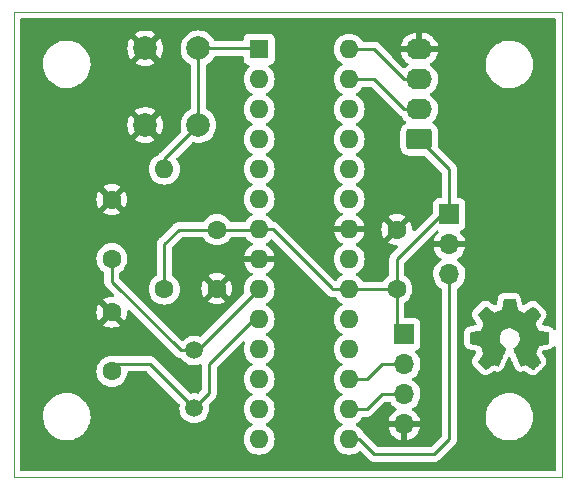
<source format=gbr>
%TF.GenerationSoftware,KiCad,Pcbnew,6.0.2-378541a8eb~116~ubuntu20.04.1*%
%TF.CreationDate,2022-02-28T20:37:39+01:00*%
%TF.ProjectId,lidar,6c696461-722e-46b6-9963-61645f706362,0.3.0*%
%TF.SameCoordinates,PX371baa8PY4509570*%
%TF.FileFunction,Copper,L2,Bot*%
%TF.FilePolarity,Positive*%
%FSLAX46Y46*%
G04 Gerber Fmt 4.6, Leading zero omitted, Abs format (unit mm)*
G04 Created by KiCad (PCBNEW 6.0.2-378541a8eb~116~ubuntu20.04.1) date 2022-02-28 20:37:39*
%MOMM*%
%LPD*%
G01*
G04 APERTURE LIST*
G04 Aperture macros list*
%AMRoundRect*
0 Rectangle with rounded corners*
0 $1 Rounding radius*
0 $2 $3 $4 $5 $6 $7 $8 $9 X,Y pos of 4 corners*
0 Add a 4 corners polygon primitive as box body*
4,1,4,$2,$3,$4,$5,$6,$7,$8,$9,$2,$3,0*
0 Add four circle primitives for the rounded corners*
1,1,$1+$1,$2,$3*
1,1,$1+$1,$4,$5*
1,1,$1+$1,$6,$7*
1,1,$1+$1,$8,$9*
0 Add four rect primitives between the rounded corners*
20,1,$1+$1,$2,$3,$4,$5,0*
20,1,$1+$1,$4,$5,$6,$7,0*
20,1,$1+$1,$6,$7,$8,$9,0*
20,1,$1+$1,$8,$9,$2,$3,0*%
G04 Aperture macros list end*
%TA.AperFunction,Profile*%
%ADD10C,0.100000*%
%TD*%
%TA.AperFunction,EtchedComponent*%
%ADD11C,0.010000*%
%TD*%
%TA.AperFunction,ComponentPad*%
%ADD12R,1.700000X1.700000*%
%TD*%
%TA.AperFunction,ComponentPad*%
%ADD13O,1.700000X1.700000*%
%TD*%
%TA.AperFunction,ComponentPad*%
%ADD14C,1.600000*%
%TD*%
%TA.AperFunction,ComponentPad*%
%ADD15C,2.000000*%
%TD*%
%TA.AperFunction,ComponentPad*%
%ADD16O,1.600000X1.600000*%
%TD*%
%TA.AperFunction,ComponentPad*%
%ADD17R,1.600000X1.600000*%
%TD*%
%TA.AperFunction,ComponentPad*%
%ADD18C,1.500000*%
%TD*%
%TA.AperFunction,ComponentPad*%
%ADD19RoundRect,0.250000X0.845000X-0.620000X0.845000X0.620000X-0.845000X0.620000X-0.845000X-0.620000X0*%
%TD*%
%TA.AperFunction,ComponentPad*%
%ADD20O,2.190000X1.740000*%
%TD*%
%TA.AperFunction,Conductor*%
%ADD21C,0.250000*%
%TD*%
G04 APERTURE END LIST*
D10*
X-4445000Y4445000D02*
X41910000Y4445000D01*
X41910000Y4445000D02*
X41910000Y-34925000D01*
X41910000Y-34925000D02*
X-4445000Y-34925000D01*
X-4445000Y-34925000D02*
X-4445000Y4445000D01*
D11*
%TO.C,OSHW - copper*%
X36909186Y-20328931D02*
X36825365Y-20773555D01*
X36825365Y-20773555D02*
X36516080Y-20901053D01*
X36516080Y-20901053D02*
X36206794Y-21028551D01*
X36206794Y-21028551D02*
X35835754Y-20776246D01*
X35835754Y-20776246D02*
X35731843Y-20705996D01*
X35731843Y-20705996D02*
X35637913Y-20643272D01*
X35637913Y-20643272D02*
X35558348Y-20590938D01*
X35558348Y-20590938D02*
X35497530Y-20551857D01*
X35497530Y-20551857D02*
X35459843Y-20528893D01*
X35459843Y-20528893D02*
X35449579Y-20523942D01*
X35449579Y-20523942D02*
X35431090Y-20536676D01*
X35431090Y-20536676D02*
X35391580Y-20571882D01*
X35391580Y-20571882D02*
X35335478Y-20625062D01*
X35335478Y-20625062D02*
X35267213Y-20691718D01*
X35267213Y-20691718D02*
X35191214Y-20767354D01*
X35191214Y-20767354D02*
X35111908Y-20847472D01*
X35111908Y-20847472D02*
X35033725Y-20927574D01*
X35033725Y-20927574D02*
X34961093Y-21003164D01*
X34961093Y-21003164D02*
X34898441Y-21069745D01*
X34898441Y-21069745D02*
X34850197Y-21122818D01*
X34850197Y-21122818D02*
X34820790Y-21157887D01*
X34820790Y-21157887D02*
X34813759Y-21169623D01*
X34813759Y-21169623D02*
X34823877Y-21191260D01*
X34823877Y-21191260D02*
X34852241Y-21238662D01*
X34852241Y-21238662D02*
X34895871Y-21307193D01*
X34895871Y-21307193D02*
X34951782Y-21392215D01*
X34951782Y-21392215D02*
X35016994Y-21489093D01*
X35016994Y-21489093D02*
X35054781Y-21544350D01*
X35054781Y-21544350D02*
X35123657Y-21645248D01*
X35123657Y-21645248D02*
X35184860Y-21736299D01*
X35184860Y-21736299D02*
X35235422Y-21812970D01*
X35235422Y-21812970D02*
X35272372Y-21870728D01*
X35272372Y-21870728D02*
X35292742Y-21905043D01*
X35292742Y-21905043D02*
X35295803Y-21912254D01*
X35295803Y-21912254D02*
X35288864Y-21932748D01*
X35288864Y-21932748D02*
X35269949Y-21980513D01*
X35269949Y-21980513D02*
X35241913Y-22048832D01*
X35241913Y-22048832D02*
X35207609Y-22130989D01*
X35207609Y-22130989D02*
X35169891Y-22220270D01*
X35169891Y-22220270D02*
X35131613Y-22309958D01*
X35131613Y-22309958D02*
X35095630Y-22393338D01*
X35095630Y-22393338D02*
X35064794Y-22463694D01*
X35064794Y-22463694D02*
X35041961Y-22514310D01*
X35041961Y-22514310D02*
X35029983Y-22538471D01*
X35029983Y-22538471D02*
X35029276Y-22539422D01*
X35029276Y-22539422D02*
X35010469Y-22544036D01*
X35010469Y-22544036D02*
X34960382Y-22554328D01*
X34960382Y-22554328D02*
X34884207Y-22569287D01*
X34884207Y-22569287D02*
X34787135Y-22587901D01*
X34787135Y-22587901D02*
X34674357Y-22609159D01*
X34674357Y-22609159D02*
X34608558Y-22621418D01*
X34608558Y-22621418D02*
X34488050Y-22644362D01*
X34488050Y-22644362D02*
X34379203Y-22666195D01*
X34379203Y-22666195D02*
X34287524Y-22685722D01*
X34287524Y-22685722D02*
X34218519Y-22701748D01*
X34218519Y-22701748D02*
X34177696Y-22713079D01*
X34177696Y-22713079D02*
X34169489Y-22716674D01*
X34169489Y-22716674D02*
X34161452Y-22741006D01*
X34161452Y-22741006D02*
X34154967Y-22795959D01*
X34154967Y-22795959D02*
X34150030Y-22875108D01*
X34150030Y-22875108D02*
X34146636Y-22972026D01*
X34146636Y-22972026D02*
X34144782Y-23080287D01*
X34144782Y-23080287D02*
X34144462Y-23193465D01*
X34144462Y-23193465D02*
X34145673Y-23305135D01*
X34145673Y-23305135D02*
X34148410Y-23408868D01*
X34148410Y-23408868D02*
X34152669Y-23498241D01*
X34152669Y-23498241D02*
X34158445Y-23566826D01*
X34158445Y-23566826D02*
X34165733Y-23608197D01*
X34165733Y-23608197D02*
X34170105Y-23616810D01*
X34170105Y-23616810D02*
X34196236Y-23627133D01*
X34196236Y-23627133D02*
X34251607Y-23641892D01*
X34251607Y-23641892D02*
X34328893Y-23659352D01*
X34328893Y-23659352D02*
X34420770Y-23677780D01*
X34420770Y-23677780D02*
X34452842Y-23683741D01*
X34452842Y-23683741D02*
X34607476Y-23712066D01*
X34607476Y-23712066D02*
X34729625Y-23734876D01*
X34729625Y-23734876D02*
X34823327Y-23753080D01*
X34823327Y-23753080D02*
X34892616Y-23767583D01*
X34892616Y-23767583D02*
X34941529Y-23779292D01*
X34941529Y-23779292D02*
X34974103Y-23789115D01*
X34974103Y-23789115D02*
X34994372Y-23797956D01*
X34994372Y-23797956D02*
X35006374Y-23806724D01*
X35006374Y-23806724D02*
X35008053Y-23808457D01*
X35008053Y-23808457D02*
X35024816Y-23836371D01*
X35024816Y-23836371D02*
X35050386Y-23890695D01*
X35050386Y-23890695D02*
X35082212Y-23964777D01*
X35082212Y-23964777D02*
X35117740Y-24051965D01*
X35117740Y-24051965D02*
X35154417Y-24145608D01*
X35154417Y-24145608D02*
X35189689Y-24239052D01*
X35189689Y-24239052D02*
X35221004Y-24325647D01*
X35221004Y-24325647D02*
X35245807Y-24398740D01*
X35245807Y-24398740D02*
X35261546Y-24451678D01*
X35261546Y-24451678D02*
X35265668Y-24477811D01*
X35265668Y-24477811D02*
X35265324Y-24478726D01*
X35265324Y-24478726D02*
X35251359Y-24500086D01*
X35251359Y-24500086D02*
X35219678Y-24547084D01*
X35219678Y-24547084D02*
X35173609Y-24614827D01*
X35173609Y-24614827D02*
X35116482Y-24698423D01*
X35116482Y-24698423D02*
X35051627Y-24792982D01*
X35051627Y-24792982D02*
X35033157Y-24819854D01*
X35033157Y-24819854D02*
X34967301Y-24917275D01*
X34967301Y-24917275D02*
X34909350Y-25006163D01*
X34909350Y-25006163D02*
X34862462Y-25081412D01*
X34862462Y-25081412D02*
X34829793Y-25137920D01*
X34829793Y-25137920D02*
X34814500Y-25170581D01*
X34814500Y-25170581D02*
X34813759Y-25174593D01*
X34813759Y-25174593D02*
X34826608Y-25195684D01*
X34826608Y-25195684D02*
X34862112Y-25237464D01*
X34862112Y-25237464D02*
X34915707Y-25295445D01*
X34915707Y-25295445D02*
X34982829Y-25365135D01*
X34982829Y-25365135D02*
X35058913Y-25442045D01*
X35058913Y-25442045D02*
X35139396Y-25521683D01*
X35139396Y-25521683D02*
X35219713Y-25599561D01*
X35219713Y-25599561D02*
X35295301Y-25671186D01*
X35295301Y-25671186D02*
X35361595Y-25732070D01*
X35361595Y-25732070D02*
X35414031Y-25777721D01*
X35414031Y-25777721D02*
X35448045Y-25803650D01*
X35448045Y-25803650D02*
X35457455Y-25807883D01*
X35457455Y-25807883D02*
X35479357Y-25797912D01*
X35479357Y-25797912D02*
X35524200Y-25771020D01*
X35524200Y-25771020D02*
X35584679Y-25731736D01*
X35584679Y-25731736D02*
X35631211Y-25700117D01*
X35631211Y-25700117D02*
X35715525Y-25642098D01*
X35715525Y-25642098D02*
X35815374Y-25573784D01*
X35815374Y-25573784D02*
X35915527Y-25505579D01*
X35915527Y-25505579D02*
X35969373Y-25469075D01*
X35969373Y-25469075D02*
X36151629Y-25345800D01*
X36151629Y-25345800D02*
X36304619Y-25428520D01*
X36304619Y-25428520D02*
X36374318Y-25464759D01*
X36374318Y-25464759D02*
X36433586Y-25492926D01*
X36433586Y-25492926D02*
X36473689Y-25508991D01*
X36473689Y-25508991D02*
X36483897Y-25511226D01*
X36483897Y-25511226D02*
X36496171Y-25494722D01*
X36496171Y-25494722D02*
X36520387Y-25448082D01*
X36520387Y-25448082D02*
X36554737Y-25375609D01*
X36554737Y-25375609D02*
X36597412Y-25281606D01*
X36597412Y-25281606D02*
X36646606Y-25170374D01*
X36646606Y-25170374D02*
X36700510Y-25046215D01*
X36700510Y-25046215D02*
X36757316Y-24913432D01*
X36757316Y-24913432D02*
X36815218Y-24776327D01*
X36815218Y-24776327D02*
X36872407Y-24639202D01*
X36872407Y-24639202D02*
X36927076Y-24506358D01*
X36927076Y-24506358D02*
X36977416Y-24382098D01*
X36977416Y-24382098D02*
X37021620Y-24270725D01*
X37021620Y-24270725D02*
X37057881Y-24176539D01*
X37057881Y-24176539D02*
X37084391Y-24103844D01*
X37084391Y-24103844D02*
X37099342Y-24056941D01*
X37099342Y-24056941D02*
X37101746Y-24040833D01*
X37101746Y-24040833D02*
X37082689Y-24020286D01*
X37082689Y-24020286D02*
X37040964Y-23986933D01*
X37040964Y-23986933D02*
X36985294Y-23947702D01*
X36985294Y-23947702D02*
X36980622Y-23944599D01*
X36980622Y-23944599D02*
X36836736Y-23829423D01*
X36836736Y-23829423D02*
X36720717Y-23695053D01*
X36720717Y-23695053D02*
X36633570Y-23545784D01*
X36633570Y-23545784D02*
X36576301Y-23385913D01*
X36576301Y-23385913D02*
X36549914Y-23219737D01*
X36549914Y-23219737D02*
X36555415Y-23051552D01*
X36555415Y-23051552D02*
X36593810Y-22885655D01*
X36593810Y-22885655D02*
X36666105Y-22726342D01*
X36666105Y-22726342D02*
X36687374Y-22691487D01*
X36687374Y-22691487D02*
X36798004Y-22550737D01*
X36798004Y-22550737D02*
X36928698Y-22437714D01*
X36928698Y-22437714D02*
X37074936Y-22353003D01*
X37074936Y-22353003D02*
X37232192Y-22297194D01*
X37232192Y-22297194D02*
X37395943Y-22270874D01*
X37395943Y-22270874D02*
X37561667Y-22274630D01*
X37561667Y-22274630D02*
X37724838Y-22309050D01*
X37724838Y-22309050D02*
X37880935Y-22374723D01*
X37880935Y-22374723D02*
X38025433Y-22472235D01*
X38025433Y-22472235D02*
X38070131Y-22511813D01*
X38070131Y-22511813D02*
X38183888Y-22635703D01*
X38183888Y-22635703D02*
X38266782Y-22766124D01*
X38266782Y-22766124D02*
X38323644Y-22912315D01*
X38323644Y-22912315D02*
X38355313Y-23057088D01*
X38355313Y-23057088D02*
X38363131Y-23219860D01*
X38363131Y-23219860D02*
X38337062Y-23383440D01*
X38337062Y-23383440D02*
X38279755Y-23542298D01*
X38279755Y-23542298D02*
X38193856Y-23690906D01*
X38193856Y-23690906D02*
X38082014Y-23823735D01*
X38082014Y-23823735D02*
X37946877Y-23935256D01*
X37946877Y-23935256D02*
X37929117Y-23947011D01*
X37929117Y-23947011D02*
X37872850Y-23985508D01*
X37872850Y-23985508D02*
X37830077Y-24018863D01*
X37830077Y-24018863D02*
X37809628Y-24040160D01*
X37809628Y-24040160D02*
X37809331Y-24040833D01*
X37809331Y-24040833D02*
X37813721Y-24063871D01*
X37813721Y-24063871D02*
X37831124Y-24116157D01*
X37831124Y-24116157D02*
X37859732Y-24193390D01*
X37859732Y-24193390D02*
X37897735Y-24291268D01*
X37897735Y-24291268D02*
X37943326Y-24405491D01*
X37943326Y-24405491D02*
X37994697Y-24531758D01*
X37994697Y-24531758D02*
X38050038Y-24665767D01*
X38050038Y-24665767D02*
X38107542Y-24803218D01*
X38107542Y-24803218D02*
X38165399Y-24939808D01*
X38165399Y-24939808D02*
X38221802Y-25071237D01*
X38221802Y-25071237D02*
X38274942Y-25193205D01*
X38274942Y-25193205D02*
X38323010Y-25301409D01*
X38323010Y-25301409D02*
X38364199Y-25391549D01*
X38364199Y-25391549D02*
X38396699Y-25459323D01*
X38396699Y-25459323D02*
X38418703Y-25500430D01*
X38418703Y-25500430D02*
X38427564Y-25511226D01*
X38427564Y-25511226D02*
X38454640Y-25502819D01*
X38454640Y-25502819D02*
X38505303Y-25480272D01*
X38505303Y-25480272D02*
X38570817Y-25447613D01*
X38570817Y-25447613D02*
X38606841Y-25428520D01*
X38606841Y-25428520D02*
X38759832Y-25345800D01*
X38759832Y-25345800D02*
X38942088Y-25469075D01*
X38942088Y-25469075D02*
X39035125Y-25532228D01*
X39035125Y-25532228D02*
X39136985Y-25601727D01*
X39136985Y-25601727D02*
X39232438Y-25667165D01*
X39232438Y-25667165D02*
X39280250Y-25700117D01*
X39280250Y-25700117D02*
X39347495Y-25745273D01*
X39347495Y-25745273D02*
X39404436Y-25781057D01*
X39404436Y-25781057D02*
X39443646Y-25802938D01*
X39443646Y-25802938D02*
X39456381Y-25807563D01*
X39456381Y-25807563D02*
X39474917Y-25795085D01*
X39474917Y-25795085D02*
X39515941Y-25760252D01*
X39515941Y-25760252D02*
X39575475Y-25706678D01*
X39575475Y-25706678D02*
X39649542Y-25637983D01*
X39649542Y-25637983D02*
X39734165Y-25557781D01*
X39734165Y-25557781D02*
X39787685Y-25506286D01*
X39787685Y-25506286D02*
X39881319Y-25414286D01*
X39881319Y-25414286D02*
X39962241Y-25331999D01*
X39962241Y-25331999D02*
X40027177Y-25262945D01*
X40027177Y-25262945D02*
X40072858Y-25210644D01*
X40072858Y-25210644D02*
X40096011Y-25178616D01*
X40096011Y-25178616D02*
X40098232Y-25172116D01*
X40098232Y-25172116D02*
X40087924Y-25147394D01*
X40087924Y-25147394D02*
X40059439Y-25097405D01*
X40059439Y-25097405D02*
X40015937Y-25027212D01*
X40015937Y-25027212D02*
X39960577Y-24941875D01*
X39960577Y-24941875D02*
X39896520Y-24846456D01*
X39896520Y-24846456D02*
X39878303Y-24819854D01*
X39878303Y-24819854D02*
X39811927Y-24723167D01*
X39811927Y-24723167D02*
X39752378Y-24636117D01*
X39752378Y-24636117D02*
X39702984Y-24563595D01*
X39702984Y-24563595D02*
X39667075Y-24510493D01*
X39667075Y-24510493D02*
X39647981Y-24481703D01*
X39647981Y-24481703D02*
X39646136Y-24478726D01*
X39646136Y-24478726D02*
X39648895Y-24455782D01*
X39648895Y-24455782D02*
X39663538Y-24405336D01*
X39663538Y-24405336D02*
X39687513Y-24334041D01*
X39687513Y-24334041D02*
X39718266Y-24248547D01*
X39718266Y-24248547D02*
X39753244Y-24155507D01*
X39753244Y-24155507D02*
X39789893Y-24061574D01*
X39789893Y-24061574D02*
X39825661Y-23973399D01*
X39825661Y-23973399D02*
X39857994Y-23897634D01*
X39857994Y-23897634D02*
X39884338Y-23840931D01*
X39884338Y-23840931D02*
X39902142Y-23809943D01*
X39902142Y-23809943D02*
X39903407Y-23808457D01*
X39903407Y-23808457D02*
X39914294Y-23799601D01*
X39914294Y-23799601D02*
X39932682Y-23790843D01*
X39932682Y-23790843D02*
X39962606Y-23781277D01*
X39962606Y-23781277D02*
X40008103Y-23769996D01*
X40008103Y-23769996D02*
X40073209Y-23756093D01*
X40073209Y-23756093D02*
X40161961Y-23738663D01*
X40161961Y-23738663D02*
X40278393Y-23716798D01*
X40278393Y-23716798D02*
X40426542Y-23689591D01*
X40426542Y-23689591D02*
X40458618Y-23683741D01*
X40458618Y-23683741D02*
X40553686Y-23665374D01*
X40553686Y-23665374D02*
X40636565Y-23647405D01*
X40636565Y-23647405D02*
X40699930Y-23631569D01*
X40699930Y-23631569D02*
X40736458Y-23619600D01*
X40736458Y-23619600D02*
X40741356Y-23616810D01*
X40741356Y-23616810D02*
X40749427Y-23592072D01*
X40749427Y-23592072D02*
X40755987Y-23536790D01*
X40755987Y-23536790D02*
X40761033Y-23457389D01*
X40761033Y-23457389D02*
X40764559Y-23360296D01*
X40764559Y-23360296D02*
X40766561Y-23251938D01*
X40766561Y-23251938D02*
X40767036Y-23138740D01*
X40767036Y-23138740D02*
X40765977Y-23027128D01*
X40765977Y-23027128D02*
X40763382Y-22923529D01*
X40763382Y-22923529D02*
X40759246Y-22834368D01*
X40759246Y-22834368D02*
X40753563Y-22766072D01*
X40753563Y-22766072D02*
X40746331Y-22725066D01*
X40746331Y-22725066D02*
X40741971Y-22716674D01*
X40741971Y-22716674D02*
X40717698Y-22708208D01*
X40717698Y-22708208D02*
X40662426Y-22694435D01*
X40662426Y-22694435D02*
X40581662Y-22676550D01*
X40581662Y-22676550D02*
X40480912Y-22655748D01*
X40480912Y-22655748D02*
X40365683Y-22633223D01*
X40365683Y-22633223D02*
X40302902Y-22621418D01*
X40302902Y-22621418D02*
X40183787Y-22599151D01*
X40183787Y-22599151D02*
X40077565Y-22578979D01*
X40077565Y-22578979D02*
X39989427Y-22561915D01*
X39989427Y-22561915D02*
X39924566Y-22548969D01*
X39924566Y-22548969D02*
X39888174Y-22541155D01*
X39888174Y-22541155D02*
X39882184Y-22539422D01*
X39882184Y-22539422D02*
X39872061Y-22519890D01*
X39872061Y-22519890D02*
X39850662Y-22472843D01*
X39850662Y-22472843D02*
X39820839Y-22405003D01*
X39820839Y-22405003D02*
X39785445Y-22323091D01*
X39785445Y-22323091D02*
X39747332Y-22233828D01*
X39747332Y-22233828D02*
X39709353Y-22143935D01*
X39709353Y-22143935D02*
X39674360Y-22060135D01*
X39674360Y-22060135D02*
X39645206Y-21989147D01*
X39645206Y-21989147D02*
X39624743Y-21937694D01*
X39624743Y-21937694D02*
X39615823Y-21912497D01*
X39615823Y-21912497D02*
X39615657Y-21911396D01*
X39615657Y-21911396D02*
X39625769Y-21891519D01*
X39625769Y-21891519D02*
X39654117Y-21845777D01*
X39654117Y-21845777D02*
X39697723Y-21778717D01*
X39697723Y-21778717D02*
X39753606Y-21694884D01*
X39753606Y-21694884D02*
X39818787Y-21598826D01*
X39818787Y-21598826D02*
X39856679Y-21543650D01*
X39856679Y-21543650D02*
X39925725Y-21442481D01*
X39925725Y-21442481D02*
X39987050Y-21350630D01*
X39987050Y-21350630D02*
X40037663Y-21272744D01*
X40037663Y-21272744D02*
X40074571Y-21213469D01*
X40074571Y-21213469D02*
X40094782Y-21177451D01*
X40094782Y-21177451D02*
X40097701Y-21169377D01*
X40097701Y-21169377D02*
X40085153Y-21150584D01*
X40085153Y-21150584D02*
X40050463Y-21110457D01*
X40050463Y-21110457D02*
X39998063Y-21053493D01*
X39998063Y-21053493D02*
X39932384Y-20984185D01*
X39932384Y-20984185D02*
X39857856Y-20907031D01*
X39857856Y-20907031D02*
X39778913Y-20826525D01*
X39778913Y-20826525D02*
X39699983Y-20747163D01*
X39699983Y-20747163D02*
X39625500Y-20673440D01*
X39625500Y-20673440D02*
X39559894Y-20609852D01*
X39559894Y-20609852D02*
X39507596Y-20560894D01*
X39507596Y-20560894D02*
X39473039Y-20531061D01*
X39473039Y-20531061D02*
X39461478Y-20523942D01*
X39461478Y-20523942D02*
X39442654Y-20533953D01*
X39442654Y-20533953D02*
X39397631Y-20562078D01*
X39397631Y-20562078D02*
X39330787Y-20605454D01*
X39330787Y-20605454D02*
X39246499Y-20661218D01*
X39246499Y-20661218D02*
X39149144Y-20726506D01*
X39149144Y-20726506D02*
X39075707Y-20776246D01*
X39075707Y-20776246D02*
X38704667Y-21028551D01*
X38704667Y-21028551D02*
X38086095Y-20773555D01*
X38086095Y-20773555D02*
X38002275Y-20328931D01*
X38002275Y-20328931D02*
X37918454Y-19884307D01*
X37918454Y-19884307D02*
X36993006Y-19884307D01*
X36993006Y-19884307D02*
X36909186Y-20328931D01*
X36909186Y-20328931D02*
X36909186Y-20328931D01*
G36*
X38002275Y-20328931D02*
G01*
X38086095Y-20773555D01*
X38704667Y-21028551D01*
X39075707Y-20776246D01*
X39149144Y-20726506D01*
X39246499Y-20661218D01*
X39330787Y-20605454D01*
X39397631Y-20562078D01*
X39442654Y-20533953D01*
X39461478Y-20523942D01*
X39473039Y-20531061D01*
X39507596Y-20560894D01*
X39559894Y-20609852D01*
X39625500Y-20673440D01*
X39699983Y-20747163D01*
X39778913Y-20826525D01*
X39857856Y-20907031D01*
X39932384Y-20984185D01*
X39998063Y-21053493D01*
X40050463Y-21110457D01*
X40085153Y-21150584D01*
X40097701Y-21169377D01*
X40094782Y-21177451D01*
X40074571Y-21213469D01*
X40037663Y-21272744D01*
X39987050Y-21350630D01*
X39925725Y-21442481D01*
X39856679Y-21543650D01*
X39818787Y-21598826D01*
X39753606Y-21694884D01*
X39697723Y-21778717D01*
X39654117Y-21845777D01*
X39625769Y-21891519D01*
X39615657Y-21911396D01*
X39615823Y-21912497D01*
X39624743Y-21937694D01*
X39645206Y-21989147D01*
X39674360Y-22060135D01*
X39709353Y-22143935D01*
X39747332Y-22233828D01*
X39785445Y-22323091D01*
X39820839Y-22405003D01*
X39850662Y-22472843D01*
X39872061Y-22519890D01*
X39882184Y-22539422D01*
X39888174Y-22541155D01*
X39924566Y-22548969D01*
X39989427Y-22561915D01*
X40077565Y-22578979D01*
X40183787Y-22599151D01*
X40302902Y-22621418D01*
X40365683Y-22633223D01*
X40480912Y-22655748D01*
X40581662Y-22676550D01*
X40662426Y-22694435D01*
X40717698Y-22708208D01*
X40741971Y-22716674D01*
X40746331Y-22725066D01*
X40753563Y-22766072D01*
X40759246Y-22834368D01*
X40763382Y-22923529D01*
X40765977Y-23027128D01*
X40767036Y-23138740D01*
X40766561Y-23251938D01*
X40764559Y-23360296D01*
X40761033Y-23457389D01*
X40755987Y-23536790D01*
X40749427Y-23592072D01*
X40741356Y-23616810D01*
X40736458Y-23619600D01*
X40699930Y-23631569D01*
X40636565Y-23647405D01*
X40553686Y-23665374D01*
X40458618Y-23683741D01*
X40426542Y-23689591D01*
X40278393Y-23716798D01*
X40161961Y-23738663D01*
X40073209Y-23756093D01*
X40008103Y-23769996D01*
X39962606Y-23781277D01*
X39932682Y-23790843D01*
X39914294Y-23799601D01*
X39903407Y-23808457D01*
X39902142Y-23809943D01*
X39884338Y-23840931D01*
X39857994Y-23897634D01*
X39825661Y-23973399D01*
X39789893Y-24061574D01*
X39753244Y-24155507D01*
X39718266Y-24248547D01*
X39687513Y-24334041D01*
X39663538Y-24405336D01*
X39648895Y-24455782D01*
X39646136Y-24478726D01*
X39647981Y-24481703D01*
X39667075Y-24510493D01*
X39702984Y-24563595D01*
X39752378Y-24636117D01*
X39811927Y-24723167D01*
X39878303Y-24819854D01*
X39896520Y-24846456D01*
X39960577Y-24941875D01*
X40015937Y-25027212D01*
X40059439Y-25097405D01*
X40087924Y-25147394D01*
X40098232Y-25172116D01*
X40096011Y-25178616D01*
X40072858Y-25210644D01*
X40027177Y-25262945D01*
X39962241Y-25331999D01*
X39881319Y-25414286D01*
X39787685Y-25506286D01*
X39734165Y-25557781D01*
X39649542Y-25637983D01*
X39575475Y-25706678D01*
X39515941Y-25760252D01*
X39474917Y-25795085D01*
X39456381Y-25807563D01*
X39443646Y-25802938D01*
X39404436Y-25781057D01*
X39347495Y-25745273D01*
X39280250Y-25700117D01*
X39232438Y-25667165D01*
X39136985Y-25601727D01*
X39035125Y-25532228D01*
X38942088Y-25469075D01*
X38759832Y-25345800D01*
X38606841Y-25428520D01*
X38570817Y-25447613D01*
X38505303Y-25480272D01*
X38454640Y-25502819D01*
X38427564Y-25511226D01*
X38418703Y-25500430D01*
X38396699Y-25459323D01*
X38364199Y-25391549D01*
X38323010Y-25301409D01*
X38274942Y-25193205D01*
X38221802Y-25071237D01*
X38165399Y-24939808D01*
X38107542Y-24803218D01*
X38050038Y-24665767D01*
X37994697Y-24531758D01*
X37943326Y-24405491D01*
X37897735Y-24291268D01*
X37859732Y-24193390D01*
X37831124Y-24116157D01*
X37813721Y-24063871D01*
X37809331Y-24040833D01*
X37809628Y-24040160D01*
X37830077Y-24018863D01*
X37872850Y-23985508D01*
X37929117Y-23947011D01*
X37946877Y-23935256D01*
X38082014Y-23823735D01*
X38193856Y-23690906D01*
X38279755Y-23542298D01*
X38337062Y-23383440D01*
X38363131Y-23219860D01*
X38355313Y-23057088D01*
X38323644Y-22912315D01*
X38266782Y-22766124D01*
X38183888Y-22635703D01*
X38070131Y-22511813D01*
X38025433Y-22472235D01*
X37880935Y-22374723D01*
X37724838Y-22309050D01*
X37561667Y-22274630D01*
X37395943Y-22270874D01*
X37232192Y-22297194D01*
X37074936Y-22353003D01*
X36928698Y-22437714D01*
X36798004Y-22550737D01*
X36687374Y-22691487D01*
X36666105Y-22726342D01*
X36593810Y-22885655D01*
X36555415Y-23051552D01*
X36549914Y-23219737D01*
X36576301Y-23385913D01*
X36633570Y-23545784D01*
X36720717Y-23695053D01*
X36836736Y-23829423D01*
X36980622Y-23944599D01*
X36985294Y-23947702D01*
X37040964Y-23986933D01*
X37082689Y-24020286D01*
X37101746Y-24040833D01*
X37099342Y-24056941D01*
X37084391Y-24103844D01*
X37057881Y-24176539D01*
X37021620Y-24270725D01*
X36977416Y-24382098D01*
X36927076Y-24506358D01*
X36872407Y-24639202D01*
X36815218Y-24776327D01*
X36757316Y-24913432D01*
X36700510Y-25046215D01*
X36646606Y-25170374D01*
X36597412Y-25281606D01*
X36554737Y-25375609D01*
X36520387Y-25448082D01*
X36496171Y-25494722D01*
X36483897Y-25511226D01*
X36473689Y-25508991D01*
X36433586Y-25492926D01*
X36374318Y-25464759D01*
X36304619Y-25428520D01*
X36151629Y-25345800D01*
X35969373Y-25469075D01*
X35915527Y-25505579D01*
X35815374Y-25573784D01*
X35715525Y-25642098D01*
X35631211Y-25700117D01*
X35584679Y-25731736D01*
X35524200Y-25771020D01*
X35479357Y-25797912D01*
X35457455Y-25807883D01*
X35448045Y-25803650D01*
X35414031Y-25777721D01*
X35361595Y-25732070D01*
X35295301Y-25671186D01*
X35219713Y-25599561D01*
X35139396Y-25521683D01*
X35058913Y-25442045D01*
X34982829Y-25365135D01*
X34915707Y-25295445D01*
X34862112Y-25237464D01*
X34826608Y-25195684D01*
X34813759Y-25174593D01*
X34814500Y-25170581D01*
X34829793Y-25137920D01*
X34862462Y-25081412D01*
X34909350Y-25006163D01*
X34967301Y-24917275D01*
X35033157Y-24819854D01*
X35051627Y-24792982D01*
X35116482Y-24698423D01*
X35173609Y-24614827D01*
X35219678Y-24547084D01*
X35251359Y-24500086D01*
X35265324Y-24478726D01*
X35265668Y-24477811D01*
X35261546Y-24451678D01*
X35245807Y-24398740D01*
X35221004Y-24325647D01*
X35189689Y-24239052D01*
X35154417Y-24145608D01*
X35117740Y-24051965D01*
X35082212Y-23964777D01*
X35050386Y-23890695D01*
X35024816Y-23836371D01*
X35008053Y-23808457D01*
X35006374Y-23806724D01*
X34994372Y-23797956D01*
X34974103Y-23789115D01*
X34941529Y-23779292D01*
X34892616Y-23767583D01*
X34823327Y-23753080D01*
X34729625Y-23734876D01*
X34607476Y-23712066D01*
X34452842Y-23683741D01*
X34420770Y-23677780D01*
X34328893Y-23659352D01*
X34251607Y-23641892D01*
X34196236Y-23627133D01*
X34170105Y-23616810D01*
X34165733Y-23608197D01*
X34158445Y-23566826D01*
X34152669Y-23498241D01*
X34148410Y-23408868D01*
X34145673Y-23305135D01*
X34144462Y-23193465D01*
X34144782Y-23080287D01*
X34146636Y-22972026D01*
X34150030Y-22875108D01*
X34154967Y-22795959D01*
X34161452Y-22741006D01*
X34169489Y-22716674D01*
X34177696Y-22713079D01*
X34218519Y-22701748D01*
X34287524Y-22685722D01*
X34379203Y-22666195D01*
X34488050Y-22644362D01*
X34608558Y-22621418D01*
X34674357Y-22609159D01*
X34787135Y-22587901D01*
X34884207Y-22569287D01*
X34960382Y-22554328D01*
X35010469Y-22544036D01*
X35029276Y-22539422D01*
X35029983Y-22538471D01*
X35041961Y-22514310D01*
X35064794Y-22463694D01*
X35095630Y-22393338D01*
X35131613Y-22309958D01*
X35169891Y-22220270D01*
X35207609Y-22130989D01*
X35241913Y-22048832D01*
X35269949Y-21980513D01*
X35288864Y-21932748D01*
X35295803Y-21912254D01*
X35292742Y-21905043D01*
X35272372Y-21870728D01*
X35235422Y-21812970D01*
X35184860Y-21736299D01*
X35123657Y-21645248D01*
X35054781Y-21544350D01*
X35016994Y-21489093D01*
X34951782Y-21392215D01*
X34895871Y-21307193D01*
X34852241Y-21238662D01*
X34823877Y-21191260D01*
X34813759Y-21169623D01*
X34820790Y-21157887D01*
X34850197Y-21122818D01*
X34898441Y-21069745D01*
X34961093Y-21003164D01*
X35033725Y-20927574D01*
X35111908Y-20847472D01*
X35191214Y-20767354D01*
X35267213Y-20691718D01*
X35335478Y-20625062D01*
X35391580Y-20571882D01*
X35431090Y-20536676D01*
X35449579Y-20523942D01*
X35459843Y-20528893D01*
X35497530Y-20551857D01*
X35558348Y-20590938D01*
X35637913Y-20643272D01*
X35731843Y-20705996D01*
X35835754Y-20776246D01*
X36206794Y-21028551D01*
X36516080Y-20901053D01*
X36825365Y-20773555D01*
X36909186Y-20328931D01*
X36993006Y-19884307D01*
X37918454Y-19884307D01*
X38002275Y-20328931D01*
G37*
X38002275Y-20328931D02*
X38086095Y-20773555D01*
X38704667Y-21028551D01*
X39075707Y-20776246D01*
X39149144Y-20726506D01*
X39246499Y-20661218D01*
X39330787Y-20605454D01*
X39397631Y-20562078D01*
X39442654Y-20533953D01*
X39461478Y-20523942D01*
X39473039Y-20531061D01*
X39507596Y-20560894D01*
X39559894Y-20609852D01*
X39625500Y-20673440D01*
X39699983Y-20747163D01*
X39778913Y-20826525D01*
X39857856Y-20907031D01*
X39932384Y-20984185D01*
X39998063Y-21053493D01*
X40050463Y-21110457D01*
X40085153Y-21150584D01*
X40097701Y-21169377D01*
X40094782Y-21177451D01*
X40074571Y-21213469D01*
X40037663Y-21272744D01*
X39987050Y-21350630D01*
X39925725Y-21442481D01*
X39856679Y-21543650D01*
X39818787Y-21598826D01*
X39753606Y-21694884D01*
X39697723Y-21778717D01*
X39654117Y-21845777D01*
X39625769Y-21891519D01*
X39615657Y-21911396D01*
X39615823Y-21912497D01*
X39624743Y-21937694D01*
X39645206Y-21989147D01*
X39674360Y-22060135D01*
X39709353Y-22143935D01*
X39747332Y-22233828D01*
X39785445Y-22323091D01*
X39820839Y-22405003D01*
X39850662Y-22472843D01*
X39872061Y-22519890D01*
X39882184Y-22539422D01*
X39888174Y-22541155D01*
X39924566Y-22548969D01*
X39989427Y-22561915D01*
X40077565Y-22578979D01*
X40183787Y-22599151D01*
X40302902Y-22621418D01*
X40365683Y-22633223D01*
X40480912Y-22655748D01*
X40581662Y-22676550D01*
X40662426Y-22694435D01*
X40717698Y-22708208D01*
X40741971Y-22716674D01*
X40746331Y-22725066D01*
X40753563Y-22766072D01*
X40759246Y-22834368D01*
X40763382Y-22923529D01*
X40765977Y-23027128D01*
X40767036Y-23138740D01*
X40766561Y-23251938D01*
X40764559Y-23360296D01*
X40761033Y-23457389D01*
X40755987Y-23536790D01*
X40749427Y-23592072D01*
X40741356Y-23616810D01*
X40736458Y-23619600D01*
X40699930Y-23631569D01*
X40636565Y-23647405D01*
X40553686Y-23665374D01*
X40458618Y-23683741D01*
X40426542Y-23689591D01*
X40278393Y-23716798D01*
X40161961Y-23738663D01*
X40073209Y-23756093D01*
X40008103Y-23769996D01*
X39962606Y-23781277D01*
X39932682Y-23790843D01*
X39914294Y-23799601D01*
X39903407Y-23808457D01*
X39902142Y-23809943D01*
X39884338Y-23840931D01*
X39857994Y-23897634D01*
X39825661Y-23973399D01*
X39789893Y-24061574D01*
X39753244Y-24155507D01*
X39718266Y-24248547D01*
X39687513Y-24334041D01*
X39663538Y-24405336D01*
X39648895Y-24455782D01*
X39646136Y-24478726D01*
X39647981Y-24481703D01*
X39667075Y-24510493D01*
X39702984Y-24563595D01*
X39752378Y-24636117D01*
X39811927Y-24723167D01*
X39878303Y-24819854D01*
X39896520Y-24846456D01*
X39960577Y-24941875D01*
X40015937Y-25027212D01*
X40059439Y-25097405D01*
X40087924Y-25147394D01*
X40098232Y-25172116D01*
X40096011Y-25178616D01*
X40072858Y-25210644D01*
X40027177Y-25262945D01*
X39962241Y-25331999D01*
X39881319Y-25414286D01*
X39787685Y-25506286D01*
X39734165Y-25557781D01*
X39649542Y-25637983D01*
X39575475Y-25706678D01*
X39515941Y-25760252D01*
X39474917Y-25795085D01*
X39456381Y-25807563D01*
X39443646Y-25802938D01*
X39404436Y-25781057D01*
X39347495Y-25745273D01*
X39280250Y-25700117D01*
X39232438Y-25667165D01*
X39136985Y-25601727D01*
X39035125Y-25532228D01*
X38942088Y-25469075D01*
X38759832Y-25345800D01*
X38606841Y-25428520D01*
X38570817Y-25447613D01*
X38505303Y-25480272D01*
X38454640Y-25502819D01*
X38427564Y-25511226D01*
X38418703Y-25500430D01*
X38396699Y-25459323D01*
X38364199Y-25391549D01*
X38323010Y-25301409D01*
X38274942Y-25193205D01*
X38221802Y-25071237D01*
X38165399Y-24939808D01*
X38107542Y-24803218D01*
X38050038Y-24665767D01*
X37994697Y-24531758D01*
X37943326Y-24405491D01*
X37897735Y-24291268D01*
X37859732Y-24193390D01*
X37831124Y-24116157D01*
X37813721Y-24063871D01*
X37809331Y-24040833D01*
X37809628Y-24040160D01*
X37830077Y-24018863D01*
X37872850Y-23985508D01*
X37929117Y-23947011D01*
X37946877Y-23935256D01*
X38082014Y-23823735D01*
X38193856Y-23690906D01*
X38279755Y-23542298D01*
X38337062Y-23383440D01*
X38363131Y-23219860D01*
X38355313Y-23057088D01*
X38323644Y-22912315D01*
X38266782Y-22766124D01*
X38183888Y-22635703D01*
X38070131Y-22511813D01*
X38025433Y-22472235D01*
X37880935Y-22374723D01*
X37724838Y-22309050D01*
X37561667Y-22274630D01*
X37395943Y-22270874D01*
X37232192Y-22297194D01*
X37074936Y-22353003D01*
X36928698Y-22437714D01*
X36798004Y-22550737D01*
X36687374Y-22691487D01*
X36666105Y-22726342D01*
X36593810Y-22885655D01*
X36555415Y-23051552D01*
X36549914Y-23219737D01*
X36576301Y-23385913D01*
X36633570Y-23545784D01*
X36720717Y-23695053D01*
X36836736Y-23829423D01*
X36980622Y-23944599D01*
X36985294Y-23947702D01*
X37040964Y-23986933D01*
X37082689Y-24020286D01*
X37101746Y-24040833D01*
X37099342Y-24056941D01*
X37084391Y-24103844D01*
X37057881Y-24176539D01*
X37021620Y-24270725D01*
X36977416Y-24382098D01*
X36927076Y-24506358D01*
X36872407Y-24639202D01*
X36815218Y-24776327D01*
X36757316Y-24913432D01*
X36700510Y-25046215D01*
X36646606Y-25170374D01*
X36597412Y-25281606D01*
X36554737Y-25375609D01*
X36520387Y-25448082D01*
X36496171Y-25494722D01*
X36483897Y-25511226D01*
X36473689Y-25508991D01*
X36433586Y-25492926D01*
X36374318Y-25464759D01*
X36304619Y-25428520D01*
X36151629Y-25345800D01*
X35969373Y-25469075D01*
X35915527Y-25505579D01*
X35815374Y-25573784D01*
X35715525Y-25642098D01*
X35631211Y-25700117D01*
X35584679Y-25731736D01*
X35524200Y-25771020D01*
X35479357Y-25797912D01*
X35457455Y-25807883D01*
X35448045Y-25803650D01*
X35414031Y-25777721D01*
X35361595Y-25732070D01*
X35295301Y-25671186D01*
X35219713Y-25599561D01*
X35139396Y-25521683D01*
X35058913Y-25442045D01*
X34982829Y-25365135D01*
X34915707Y-25295445D01*
X34862112Y-25237464D01*
X34826608Y-25195684D01*
X34813759Y-25174593D01*
X34814500Y-25170581D01*
X34829793Y-25137920D01*
X34862462Y-25081412D01*
X34909350Y-25006163D01*
X34967301Y-24917275D01*
X35033157Y-24819854D01*
X35051627Y-24792982D01*
X35116482Y-24698423D01*
X35173609Y-24614827D01*
X35219678Y-24547084D01*
X35251359Y-24500086D01*
X35265324Y-24478726D01*
X35265668Y-24477811D01*
X35261546Y-24451678D01*
X35245807Y-24398740D01*
X35221004Y-24325647D01*
X35189689Y-24239052D01*
X35154417Y-24145608D01*
X35117740Y-24051965D01*
X35082212Y-23964777D01*
X35050386Y-23890695D01*
X35024816Y-23836371D01*
X35008053Y-23808457D01*
X35006374Y-23806724D01*
X34994372Y-23797956D01*
X34974103Y-23789115D01*
X34941529Y-23779292D01*
X34892616Y-23767583D01*
X34823327Y-23753080D01*
X34729625Y-23734876D01*
X34607476Y-23712066D01*
X34452842Y-23683741D01*
X34420770Y-23677780D01*
X34328893Y-23659352D01*
X34251607Y-23641892D01*
X34196236Y-23627133D01*
X34170105Y-23616810D01*
X34165733Y-23608197D01*
X34158445Y-23566826D01*
X34152669Y-23498241D01*
X34148410Y-23408868D01*
X34145673Y-23305135D01*
X34144462Y-23193465D01*
X34144782Y-23080287D01*
X34146636Y-22972026D01*
X34150030Y-22875108D01*
X34154967Y-22795959D01*
X34161452Y-22741006D01*
X34169489Y-22716674D01*
X34177696Y-22713079D01*
X34218519Y-22701748D01*
X34287524Y-22685722D01*
X34379203Y-22666195D01*
X34488050Y-22644362D01*
X34608558Y-22621418D01*
X34674357Y-22609159D01*
X34787135Y-22587901D01*
X34884207Y-22569287D01*
X34960382Y-22554328D01*
X35010469Y-22544036D01*
X35029276Y-22539422D01*
X35029983Y-22538471D01*
X35041961Y-22514310D01*
X35064794Y-22463694D01*
X35095630Y-22393338D01*
X35131613Y-22309958D01*
X35169891Y-22220270D01*
X35207609Y-22130989D01*
X35241913Y-22048832D01*
X35269949Y-21980513D01*
X35288864Y-21932748D01*
X35295803Y-21912254D01*
X35292742Y-21905043D01*
X35272372Y-21870728D01*
X35235422Y-21812970D01*
X35184860Y-21736299D01*
X35123657Y-21645248D01*
X35054781Y-21544350D01*
X35016994Y-21489093D01*
X34951782Y-21392215D01*
X34895871Y-21307193D01*
X34852241Y-21238662D01*
X34823877Y-21191260D01*
X34813759Y-21169623D01*
X34820790Y-21157887D01*
X34850197Y-21122818D01*
X34898441Y-21069745D01*
X34961093Y-21003164D01*
X35033725Y-20927574D01*
X35111908Y-20847472D01*
X35191214Y-20767354D01*
X35267213Y-20691718D01*
X35335478Y-20625062D01*
X35391580Y-20571882D01*
X35431090Y-20536676D01*
X35449579Y-20523942D01*
X35459843Y-20528893D01*
X35497530Y-20551857D01*
X35558348Y-20590938D01*
X35637913Y-20643272D01*
X35731843Y-20705996D01*
X35835754Y-20776246D01*
X36206794Y-21028551D01*
X36516080Y-20901053D01*
X36825365Y-20773555D01*
X36909186Y-20328931D01*
X36993006Y-19884307D01*
X37918454Y-19884307D01*
X38002275Y-20328931D01*
%TD*%
D12*
%TO.P,J3,1,Pin_1*%
%TO.N,+5V*%
X32385000Y-12715000D03*
D13*
%TO.P,J3,2,Pin_2*%
%TO.N,GND*%
X32385000Y-15255000D03*
%TO.P,J3,3,Pin_3*%
%TO.N,Net-(U1-Pad15)*%
X32385000Y-17795000D03*
%TD*%
D14*
%TO.P,C4,1*%
%TO.N,Net-(C4-Pad1)*%
X3810000Y-16465000D03*
%TO.P,C4,2*%
%TO.N,GND*%
X3810000Y-11465000D03*
%TD*%
%TO.P,C1,1*%
%TO.N,+5V*%
X27940000Y-19010000D03*
%TO.P,C1,2*%
%TO.N,GND*%
X27940000Y-14010000D03*
%TD*%
D15*
%TO.P,SW1,1,1*%
%TO.N,GND*%
X6640000Y1345000D03*
X6640000Y-5155000D03*
%TO.P,SW1,2,2*%
%TO.N,Net-(R1-Pad2)*%
X11140000Y1345000D03*
X11140000Y-5155000D03*
%TD*%
D14*
%TO.P,R1,1*%
%TO.N,+5V*%
X8255000Y-19045000D03*
D16*
%TO.P,R1,2*%
%TO.N,Net-(R1-Pad2)*%
X8255000Y-8885000D03*
%TD*%
D14*
%TO.P,C5,1*%
%TO.N,Net-(C5-Pad1)*%
X3810000Y-25995000D03*
%TO.P,C5,2*%
%TO.N,GND*%
X3810000Y-20995000D03*
%TD*%
%TO.P,C2,1*%
%TO.N,+5V*%
X12700000Y-14005000D03*
%TO.P,C2,2*%
%TO.N,GND*%
X12700000Y-19005000D03*
%TD*%
D12*
%TO.P,J2,1,Pin_1*%
%TO.N,+5V*%
X28575000Y-22860000D03*
D13*
%TO.P,J2,2,Pin_2*%
%TO.N,Net-(J2-Pad2)*%
X28575000Y-25400000D03*
%TO.P,J2,3,Pin_3*%
%TO.N,Net-(J2-Pad3)*%
X28575000Y-27940000D03*
%TO.P,J2,4,Pin_4*%
%TO.N,GND*%
X28575000Y-30480000D03*
%TD*%
D16*
%TO.P,U1,28,PC5*%
%TO.N,Net-(J1-Pad3)*%
X23905000Y1275000D03*
%TO.P,U1,27,PC4*%
%TO.N,Net-(J1-Pad2)*%
X23905000Y-1265000D03*
%TO.P,U1,26,PC3*%
%TO.N,unconnected-(U1-Pad26)*%
X23905000Y-3805000D03*
%TO.P,U1,25,PC2*%
%TO.N,unconnected-(U1-Pad25)*%
X23905000Y-6345000D03*
%TO.P,U1,24,PC1*%
%TO.N,unconnected-(U1-Pad24)*%
X23905000Y-8885000D03*
%TO.P,U1,23,PC0*%
%TO.N,unconnected-(U1-Pad23)*%
X23905000Y-11425000D03*
%TO.P,U1,22,AGND*%
%TO.N,GND*%
X23905000Y-13965000D03*
%TO.P,U1,21,AREF*%
%TO.N,unconnected-(U1-Pad21)*%
X23905000Y-16505000D03*
%TO.P,U1,20,AVCC*%
%TO.N,+5V*%
X23905000Y-19045000D03*
%TO.P,U1,19,PB5*%
%TO.N,unconnected-(U1-Pad19)*%
X23905000Y-21585000D03*
%TO.P,U1,18,PB4*%
%TO.N,unconnected-(U1-Pad18)*%
X23905000Y-24125000D03*
%TO.P,U1,17,PB3*%
%TO.N,Net-(J2-Pad2)*%
X23905000Y-26665000D03*
%TO.P,U1,16,PB2*%
%TO.N,Net-(J2-Pad3)*%
X23905000Y-29205000D03*
%TO.P,U1,15,PB1*%
%TO.N,Net-(U1-Pad15)*%
X23905000Y-31745000D03*
%TO.P,U1,14,PB0*%
%TO.N,unconnected-(U1-Pad14)*%
X16285000Y-31745000D03*
%TO.P,U1,13,PD7*%
%TO.N,unconnected-(U1-Pad13)*%
X16285000Y-29205000D03*
%TO.P,U1,12,PD6*%
%TO.N,unconnected-(U1-Pad12)*%
X16285000Y-26665000D03*
%TO.P,U1,11,PD5*%
%TO.N,unconnected-(U1-Pad11)*%
X16285000Y-24125000D03*
%TO.P,U1,10,PB7/XTAL2*%
%TO.N,Net-(C5-Pad1)*%
X16285000Y-21585000D03*
%TO.P,U1,9,PB6/XTAL1*%
%TO.N,Net-(C4-Pad1)*%
X16285000Y-19045000D03*
%TO.P,U1,8,GND*%
%TO.N,GND*%
X16285000Y-16505000D03*
%TO.P,U1,7,VCC*%
%TO.N,+5V*%
X16285000Y-13965000D03*
%TO.P,U1,6,PD4*%
%TO.N,unconnected-(U1-Pad6)*%
X16285000Y-11425000D03*
%TO.P,U1,5,PD3*%
%TO.N,unconnected-(U1-Pad5)*%
X16285000Y-8885000D03*
%TO.P,U1,4,PD2*%
%TO.N,unconnected-(U1-Pad4)*%
X16285000Y-6345000D03*
%TO.P,U1,3,PD1*%
%TO.N,unconnected-(U1-Pad3)*%
X16285000Y-3805000D03*
%TO.P,U1,2,PD0*%
%TO.N,unconnected-(U1-Pad2)*%
X16285000Y-1265000D03*
D17*
%TO.P,U1,1,PC6/~{RESET}*%
%TO.N,Net-(R1-Pad2)*%
X16285000Y1275000D03*
%TD*%
D18*
%TO.P,Y1,1,1*%
%TO.N,Net-(C5-Pad1)*%
X10795000Y-29115000D03*
%TO.P,Y1,2,2*%
%TO.N,Net-(C4-Pad1)*%
X10795000Y-24235000D03*
%TD*%
D19*
%TO.P,J1,1,Pin_1*%
%TO.N,+5V*%
X29845000Y-6350000D03*
D20*
%TO.P,J1,2,Pin_2*%
%TO.N,Net-(J1-Pad2)*%
X29845000Y-3810000D03*
%TO.P,J1,3,Pin_3*%
%TO.N,Net-(J1-Pad3)*%
X29845000Y-1270000D03*
%TO.P,J1,4,Pin_4*%
%TO.N,GND*%
X29845000Y1270000D03*
%TD*%
D21*
%TO.N,+5V*%
X23905000Y-19045000D02*
X27905000Y-19045000D01*
X27905000Y-19045000D02*
X27940000Y-19010000D01*
%TO.N,Net-(J2-Pad2)*%
X25405000Y-26665000D02*
X26670000Y-25400000D01*
X23905000Y-26665000D02*
X25405000Y-26665000D01*
X26670000Y-25400000D02*
X28575000Y-25400000D01*
%TO.N,Net-(J2-Pad3)*%
X25405000Y-29205000D02*
X26670000Y-27940000D01*
X23905000Y-29205000D02*
X25405000Y-29205000D01*
X26670000Y-27940000D02*
X28575000Y-27940000D01*
%TO.N,+5V*%
X27940000Y-19010000D02*
X27940000Y-16510000D01*
X27940000Y-16510000D02*
X31735000Y-12715000D01*
X31735000Y-12715000D02*
X32385000Y-12715000D01*
X27940000Y-19010000D02*
X27940000Y-22225000D01*
X27940000Y-22225000D02*
X28575000Y-22860000D01*
X29845000Y-6350000D02*
X32385000Y-8890000D01*
X32385000Y-8890000D02*
X32385000Y-12715000D01*
%TO.N,Net-(U1-Pad15)*%
X32385000Y-17795000D02*
X32385000Y-31750000D01*
X32385000Y-31750000D02*
X31115000Y-33020000D01*
X31115000Y-33020000D02*
X26035000Y-33020000D01*
X26035000Y-33020000D02*
X24760000Y-31745000D01*
X24760000Y-31745000D02*
X23905000Y-31745000D01*
%TO.N,Net-(J1-Pad2)*%
X26030000Y-1265000D02*
X28575000Y-3810000D01*
X23905000Y-1265000D02*
X26030000Y-1265000D01*
X28575000Y-3810000D02*
X29845000Y-3810000D01*
%TO.N,Net-(J1-Pad3)*%
X23905000Y1275000D02*
X26030000Y1275000D01*
X26030000Y1275000D02*
X28575000Y-1270000D01*
X28575000Y-1270000D02*
X29845000Y-1270000D01*
%TO.N,+5V*%
X16285000Y-13965000D02*
X17420000Y-13965000D01*
X17420000Y-13965000D02*
X22435000Y-18980000D01*
X22450000Y-19045000D02*
X23905000Y-19045000D01*
X12700000Y-14005000D02*
X9485000Y-14005000D01*
X8255000Y-15235000D02*
X8255000Y-19045000D01*
X16245000Y-14005000D02*
X16285000Y-13965000D01*
X12700000Y-14005000D02*
X16245000Y-14005000D01*
X9485000Y-14005000D02*
X8255000Y-15235000D01*
%TO.N,Net-(C4-Pad1)*%
X11095000Y-24235000D02*
X10795000Y-24235000D01*
X3810000Y-16465000D02*
X3810000Y-18415000D01*
X9630000Y-24235000D02*
X10795000Y-24235000D01*
X3810000Y-18415000D02*
X9630000Y-24235000D01*
X16285000Y-19045000D02*
X11095000Y-24235000D01*
%TO.N,Net-(R1-Pad2)*%
X11140000Y1345000D02*
X16215000Y1345000D01*
X11140000Y-5155000D02*
X8255000Y-8040000D01*
X11140000Y1345000D02*
X11140000Y-5155000D01*
X8255000Y-8040000D02*
X8255000Y-8885000D01*
%TO.N,Net-(C5-Pad1)*%
X15875000Y-21585000D02*
X16285000Y-21585000D01*
X12065000Y-25395000D02*
X15875000Y-21585000D01*
X7035000Y-25355000D02*
X3810000Y-25355000D01*
X10795000Y-29115000D02*
X7035000Y-25355000D01*
X10795000Y-29115000D02*
X12065000Y-27845000D01*
X12065000Y-27845000D02*
X12065000Y-25395000D01*
%TD*%
%TA.AperFunction,Conductor*%
%TO.N,GND*%
G36*
X41344121Y3916998D02*
G01*
X41390614Y3863342D01*
X41402000Y3811000D01*
X41402000Y-22362530D01*
X41381998Y-22430651D01*
X41328342Y-22477144D01*
X41258068Y-22487248D01*
X41193488Y-22457754D01*
X41166144Y-22424236D01*
X41153300Y-22401368D01*
X41140820Y-22389156D01*
X41126499Y-22372456D01*
X41121556Y-22365553D01*
X41121555Y-22365552D01*
X41116330Y-22358255D01*
X41086098Y-22334553D01*
X41075732Y-22325466D01*
X41048271Y-22298596D01*
X41038465Y-22293365D01*
X41032864Y-22290377D01*
X41014424Y-22278362D01*
X41007752Y-22273131D01*
X41000687Y-22267592D01*
X40992352Y-22264259D01*
X40992349Y-22264257D01*
X40965027Y-22253331D01*
X40954057Y-22248231D01*
X40952947Y-22247745D01*
X40948647Y-22245451D01*
X40944048Y-22243847D01*
X40944046Y-22243846D01*
X40925281Y-22237301D01*
X40920019Y-22235332D01*
X40864245Y-22213029D01*
X40855310Y-22212169D01*
X40853225Y-22211663D01*
X40847278Y-22210797D01*
X40831423Y-22207693D01*
X40825168Y-22206301D01*
X40824703Y-22206185D01*
X40818553Y-22204485D01*
X40816894Y-22203981D01*
X40812358Y-22202209D01*
X40781519Y-22195380D01*
X40778295Y-22194621D01*
X40755075Y-22188835D01*
X40755072Y-22188834D01*
X40750724Y-22187751D01*
X40746268Y-22187295D01*
X40743093Y-22186740D01*
X40737541Y-22185641D01*
X40730499Y-22184081D01*
X40727321Y-22183271D01*
X40724529Y-22182227D01*
X40719775Y-22181246D01*
X40719770Y-22181244D01*
X40689923Y-22175082D01*
X40688157Y-22174705D01*
X40660995Y-22168690D01*
X40656615Y-22167720D01*
X40653652Y-22167496D01*
X40650337Y-22166909D01*
X40636051Y-22163959D01*
X40622820Y-22161227D01*
X40620634Y-22160699D01*
X40618549Y-22159944D01*
X40613773Y-22159010D01*
X40613768Y-22159009D01*
X40582616Y-22152920D01*
X40581463Y-22152688D01*
X40548571Y-22145897D01*
X40546354Y-22145760D01*
X40544102Y-22145391D01*
X40502580Y-22137274D01*
X40501198Y-22136953D01*
X40499756Y-22136443D01*
X40462708Y-22129477D01*
X40461820Y-22129307D01*
X40459897Y-22128931D01*
X40427952Y-22122686D01*
X40426544Y-22122614D01*
X40425608Y-22122470D01*
X40400842Y-22117841D01*
X40397314Y-22117181D01*
X40397180Y-22117156D01*
X40361503Y-22110447D01*
X40361277Y-22110437D01*
X40361091Y-22110409D01*
X40332010Y-22104973D01*
X40311102Y-22101065D01*
X40247818Y-22068887D01*
X40211975Y-22007602D01*
X40214956Y-21936668D01*
X40229989Y-21906467D01*
X40230149Y-21906231D01*
X40242503Y-21888025D01*
X40257137Y-21866715D01*
X40257450Y-21866294D01*
X40257876Y-21865840D01*
X40279917Y-21833545D01*
X40280098Y-21833282D01*
X40299414Y-21805155D01*
X40299417Y-21805151D01*
X40300413Y-21803700D01*
X40300689Y-21803141D01*
X40300978Y-21802686D01*
X40327460Y-21763883D01*
X40328735Y-21762144D01*
X40330182Y-21760569D01*
X40350559Y-21730049D01*
X40351236Y-21729047D01*
X40367688Y-21704941D01*
X40367689Y-21704939D01*
X40370213Y-21701241D01*
X40371155Y-21699322D01*
X40372327Y-21697446D01*
X40392090Y-21667846D01*
X40393693Y-21665605D01*
X40395430Y-21663667D01*
X40406579Y-21646511D01*
X40415036Y-21633496D01*
X40415898Y-21632187D01*
X40417395Y-21629944D01*
X40434150Y-21604850D01*
X40435269Y-21602513D01*
X40436737Y-21600101D01*
X40446642Y-21584859D01*
X40449428Y-21580831D01*
X40452022Y-21577822D01*
X40469927Y-21549065D01*
X40471173Y-21547108D01*
X40485444Y-21525149D01*
X40485448Y-21525141D01*
X40487888Y-21521387D01*
X40489137Y-21518692D01*
X40496717Y-21507259D01*
X40496685Y-21507238D01*
X40499391Y-21503183D01*
X40502395Y-21499359D01*
X40506597Y-21491870D01*
X40507791Y-21490037D01*
X40509366Y-21488464D01*
X40520217Y-21468665D01*
X40523745Y-21462633D01*
X40524443Y-21461512D01*
X40526450Y-21458761D01*
X40530600Y-21452163D01*
X40536410Y-21445317D01*
X40548281Y-21418678D01*
X40553490Y-21408301D01*
X40557994Y-21400275D01*
X40560186Y-21396369D01*
X40560871Y-21394600D01*
X40561104Y-21394141D01*
X40561296Y-21393716D01*
X40563635Y-21389448D01*
X40568678Y-21375500D01*
X40572099Y-21366040D01*
X40575500Y-21357599D01*
X40584403Y-21337620D01*
X40596223Y-21311095D01*
X40597851Y-21299081D01*
X40597879Y-21298928D01*
X40599777Y-21294023D01*
X40601583Y-21272733D01*
X40602271Y-21266478D01*
X40603085Y-21260466D01*
X40604573Y-21251778D01*
X40614967Y-21201707D01*
X40614251Y-21192757D01*
X40614811Y-21183795D01*
X40614961Y-21183804D01*
X40614973Y-21183351D01*
X40614823Y-21183352D01*
X40614756Y-21174372D01*
X40615961Y-21165480D01*
X40611088Y-21133182D01*
X40608335Y-21114936D01*
X40607326Y-21106187D01*
X40603965Y-21064180D01*
X40603249Y-21055230D01*
X40600049Y-21046839D01*
X40598074Y-21038091D01*
X40598219Y-21038058D01*
X40598100Y-21037604D01*
X40597958Y-21037647D01*
X40595376Y-21029057D01*
X40594036Y-21020178D01*
X40590258Y-21012033D01*
X40590257Y-21012028D01*
X40572523Y-20973789D01*
X40569098Y-20965672D01*
X40554090Y-20926315D01*
X40554089Y-20926313D01*
X40550891Y-20917927D01*
X40545465Y-20910771D01*
X40519385Y-20876378D01*
X40512922Y-20867005D01*
X40501948Y-20849439D01*
X40499371Y-20845314D01*
X40496189Y-20841634D01*
X40495959Y-20841322D01*
X40493484Y-20838301D01*
X40491338Y-20835086D01*
X40488344Y-20831747D01*
X40488338Y-20831739D01*
X40473619Y-20815323D01*
X40467047Y-20807359D01*
X40462102Y-20800839D01*
X40459962Y-20799254D01*
X40459089Y-20798276D01*
X40457774Y-20796604D01*
X40455072Y-20792562D01*
X40439019Y-20775110D01*
X40434698Y-20770412D01*
X40432119Y-20767520D01*
X40417385Y-20750478D01*
X40417380Y-20750473D01*
X40414457Y-20747092D01*
X40411083Y-20744159D01*
X40407907Y-20740974D01*
X40407995Y-20740886D01*
X40403643Y-20736654D01*
X40401920Y-20734781D01*
X40399665Y-20732170D01*
X40397914Y-20729633D01*
X40373648Y-20704026D01*
X40372377Y-20702664D01*
X40353724Y-20682386D01*
X40353717Y-20682379D01*
X40350681Y-20679079D01*
X40348300Y-20677135D01*
X40345814Y-20674655D01*
X40331615Y-20659672D01*
X40330278Y-20658161D01*
X40329118Y-20656514D01*
X40325739Y-20653016D01*
X40325734Y-20653010D01*
X40303378Y-20629866D01*
X40302545Y-20628995D01*
X40282498Y-20607840D01*
X40282494Y-20607836D01*
X40279411Y-20604583D01*
X40277836Y-20603335D01*
X40276378Y-20601916D01*
X40254059Y-20578810D01*
X40253037Y-20577676D01*
X40252118Y-20576391D01*
X40225771Y-20549522D01*
X40225272Y-20549009D01*
X40201236Y-20524126D01*
X40199974Y-20523146D01*
X40198883Y-20522102D01*
X40172647Y-20495346D01*
X40171715Y-20494327D01*
X40170827Y-20493104D01*
X40144151Y-20466283D01*
X40143562Y-20465685D01*
X40122168Y-20443868D01*
X40119408Y-20441053D01*
X40118220Y-20440144D01*
X40117175Y-20439159D01*
X40091344Y-20413185D01*
X40090249Y-20412005D01*
X40089265Y-20410673D01*
X40086170Y-20407610D01*
X40086150Y-20407588D01*
X40062661Y-20384339D01*
X40061962Y-20383642D01*
X40040779Y-20362343D01*
X40040759Y-20362324D01*
X40037743Y-20359292D01*
X40036422Y-20358297D01*
X40035227Y-20357187D01*
X40014096Y-20336271D01*
X40012557Y-20334642D01*
X40011231Y-20332885D01*
X40007436Y-20329206D01*
X39984915Y-20307378D01*
X39984066Y-20306547D01*
X39960202Y-20282927D01*
X39958439Y-20281620D01*
X39956756Y-20280085D01*
X39944808Y-20268504D01*
X39941864Y-20265474D01*
X39939657Y-20262654D01*
X39930092Y-20253700D01*
X39914524Y-20239126D01*
X39912941Y-20237618D01*
X39893704Y-20218973D01*
X39890481Y-20215849D01*
X39888631Y-20214507D01*
X39879800Y-20205723D01*
X39879660Y-20205862D01*
X39876227Y-20202402D01*
X39873076Y-20198692D01*
X39869284Y-20195418D01*
X39863597Y-20190509D01*
X39862676Y-20189597D01*
X39861945Y-20188481D01*
X39846937Y-20175675D01*
X39842628Y-20171823D01*
X39834570Y-20164279D01*
X39831296Y-20161214D01*
X39827624Y-20158647D01*
X39824824Y-20156376D01*
X39819450Y-20152220D01*
X39803211Y-20138364D01*
X39794294Y-20129973D01*
X39788278Y-20123734D01*
X39779811Y-20114952D01*
X39734252Y-20088919D01*
X39728840Y-20085641D01*
X39687997Y-20059466D01*
X39679381Y-20056938D01*
X39679206Y-20056858D01*
X39668963Y-20051611D01*
X39652225Y-20042046D01*
X39635295Y-20037999D01*
X39614407Y-20031025D01*
X39606677Y-20027668D01*
X39606675Y-20027667D01*
X39598444Y-20024093D01*
X39589544Y-20022973D01*
X39589541Y-20022972D01*
X39560276Y-20019289D01*
X39546718Y-20016823D01*
X39509306Y-20007879D01*
X39500347Y-20008326D01*
X39500340Y-20008325D01*
X39491930Y-20008745D01*
X39469914Y-20007915D01*
X39461557Y-20006863D01*
X39461556Y-20006863D01*
X39452649Y-20005742D01*
X39414660Y-20011845D01*
X39400961Y-20013282D01*
X39362542Y-20015198D01*
X39346347Y-20020823D01*
X39346103Y-20020908D01*
X39324749Y-20026288D01*
X39307562Y-20029049D01*
X39284371Y-20040074D01*
X39272818Y-20045566D01*
X39261448Y-20050227D01*
X39260481Y-20050649D01*
X39255881Y-20052247D01*
X39234069Y-20063847D01*
X39229030Y-20066383D01*
X39211737Y-20074603D01*
X39209903Y-20075431D01*
X39209220Y-20075788D01*
X39205769Y-20077263D01*
X39204739Y-20077703D01*
X39204551Y-20077263D01*
X39202753Y-20077619D01*
X39203240Y-20078643D01*
X39174849Y-20092140D01*
X39168148Y-20098116D01*
X39163936Y-20100912D01*
X39151632Y-20109573D01*
X39151903Y-20109990D01*
X39151902Y-20109990D01*
X39122956Y-20128773D01*
X39121188Y-20129899D01*
X39098408Y-20144129D01*
X39098403Y-20144132D01*
X39094602Y-20146507D01*
X39091889Y-20148795D01*
X39088345Y-20151234D01*
X39084315Y-20153848D01*
X39082763Y-20154782D01*
X39081059Y-20155563D01*
X39050016Y-20176101D01*
X39049354Y-20176535D01*
X39020638Y-20195169D01*
X39019233Y-20196396D01*
X39017705Y-20197477D01*
X38996221Y-20211691D01*
X38995162Y-20212339D01*
X38993962Y-20212898D01*
X38990995Y-20214888D01*
X38990988Y-20214892D01*
X38962369Y-20234084D01*
X38961777Y-20234479D01*
X38932724Y-20253700D01*
X38931733Y-20254581D01*
X38930720Y-20255309D01*
X38896180Y-20278472D01*
X38895431Y-20278936D01*
X38894545Y-20279354D01*
X38869046Y-20296625D01*
X38862660Y-20300950D01*
X38862179Y-20301274D01*
X38835066Y-20319456D01*
X38835057Y-20319462D01*
X38832827Y-20320958D01*
X38832100Y-20321612D01*
X38831378Y-20322137D01*
X38820942Y-20329206D01*
X38820640Y-20329394D01*
X38820288Y-20329561D01*
X38819352Y-20330198D01*
X38819348Y-20330200D01*
X38817701Y-20331320D01*
X38787541Y-20351829D01*
X38757525Y-20372159D01*
X38757236Y-20372422D01*
X38756965Y-20372620D01*
X38717089Y-20399736D01*
X38649511Y-20421501D01*
X38580893Y-20403276D01*
X38533022Y-20350846D01*
X38522418Y-20318887D01*
X38513485Y-20271503D01*
X38513485Y-20271502D01*
X38511390Y-20260389D01*
X38434039Y-19850086D01*
X38431860Y-19825975D01*
X38431934Y-19813969D01*
X38419706Y-19771184D01*
X38417040Y-19759915D01*
X38416581Y-19757480D01*
X38416581Y-19757478D01*
X38415750Y-19753073D01*
X38414304Y-19748832D01*
X38414302Y-19748824D01*
X38409225Y-19733932D01*
X38407336Y-19727901D01*
X38395809Y-19687570D01*
X38391553Y-19672680D01*
X38386763Y-19665088D01*
X38385100Y-19661370D01*
X38383237Y-19657710D01*
X38380338Y-19649207D01*
X38375174Y-19641866D01*
X38375172Y-19641863D01*
X38347292Y-19602234D01*
X38343783Y-19596970D01*
X38317930Y-19555995D01*
X38313140Y-19548403D01*
X38306412Y-19542461D01*
X38303754Y-19539338D01*
X38300951Y-19536361D01*
X38295788Y-19529022D01*
X38250878Y-19493205D01*
X38246071Y-19489170D01*
X38202999Y-19451129D01*
X38194868Y-19447311D01*
X38191454Y-19445069D01*
X38187925Y-19442997D01*
X38180904Y-19437397D01*
X38127749Y-19415624D01*
X38121961Y-19413081D01*
X38078108Y-19392492D01*
X38078104Y-19392491D01*
X38069983Y-19388678D01*
X38061120Y-19387298D01*
X38057212Y-19386103D01*
X38053229Y-19385101D01*
X38044923Y-19381699D01*
X37987795Y-19375721D01*
X37981549Y-19374909D01*
X37967237Y-19372681D01*
X37963226Y-19372056D01*
X37963224Y-19372056D01*
X37958415Y-19371307D01*
X37952187Y-19371307D01*
X37939074Y-19370623D01*
X37907701Y-19367340D01*
X37907700Y-19367340D01*
X37898774Y-19366406D01*
X37889943Y-19368015D01*
X37889942Y-19368015D01*
X37883077Y-19369266D01*
X37860492Y-19371307D01*
X37054898Y-19371307D01*
X37030799Y-19368981D01*
X37027820Y-19368400D01*
X37027817Y-19368400D01*
X37019011Y-19366684D01*
X36974706Y-19370774D01*
X36963124Y-19371307D01*
X36956172Y-19371307D01*
X36951742Y-19371941D01*
X36951735Y-19371942D01*
X36936168Y-19374172D01*
X36929885Y-19374912D01*
X36872686Y-19380192D01*
X36864346Y-19383490D01*
X36860367Y-19384439D01*
X36856424Y-19385592D01*
X36847543Y-19386864D01*
X36839378Y-19390576D01*
X36839376Y-19390577D01*
X36795257Y-19410637D01*
X36789437Y-19413109D01*
X36783077Y-19415624D01*
X36736034Y-19434225D01*
X36728945Y-19439738D01*
X36725389Y-19441769D01*
X36721951Y-19443968D01*
X36713775Y-19447685D01*
X36706971Y-19453547D01*
X36706972Y-19453547D01*
X36670269Y-19485172D01*
X36665376Y-19489179D01*
X36660182Y-19493219D01*
X36620040Y-19524439D01*
X36614785Y-19531718D01*
X36611950Y-19534657D01*
X36609258Y-19537743D01*
X36602453Y-19543606D01*
X36597569Y-19551141D01*
X36571216Y-19591798D01*
X36567645Y-19597016D01*
X36534028Y-19643583D01*
X36531027Y-19652045D01*
X36529123Y-19655676D01*
X36527410Y-19659383D01*
X36522528Y-19666915D01*
X36506845Y-19719356D01*
X36506070Y-19721946D01*
X36504114Y-19727935D01*
X36496289Y-19750001D01*
X36495135Y-19756125D01*
X36492033Y-19768883D01*
X36480424Y-19807701D01*
X36480369Y-19816675D01*
X36480369Y-19816676D01*
X36480327Y-19823657D01*
X36478149Y-19846227D01*
X36403870Y-20240236D01*
X36400071Y-20260389D01*
X36389043Y-20318887D01*
X36356767Y-20382123D01*
X36295427Y-20417871D01*
X36224498Y-20414782D01*
X36194373Y-20399738D01*
X36171728Y-20384339D01*
X36157009Y-20374330D01*
X36156604Y-20374032D01*
X36156178Y-20373636D01*
X36154806Y-20372709D01*
X36154800Y-20372704D01*
X36123385Y-20351466D01*
X36123104Y-20351275D01*
X36111654Y-20343489D01*
X36093758Y-20331320D01*
X36093239Y-20331066D01*
X36092838Y-20330815D01*
X36051763Y-20303047D01*
X36050857Y-20302385D01*
X36049964Y-20301564D01*
X36018081Y-20280273D01*
X36017612Y-20279958D01*
X36000670Y-20268504D01*
X35988647Y-20260376D01*
X35987554Y-20259845D01*
X35986616Y-20259261D01*
X35955417Y-20238429D01*
X35954306Y-20237629D01*
X35953210Y-20236635D01*
X35921566Y-20215821D01*
X35921063Y-20215487D01*
X35895407Y-20198354D01*
X35895384Y-20198340D01*
X35892169Y-20196193D01*
X35890844Y-20195558D01*
X35889627Y-20194813D01*
X35872817Y-20183755D01*
X35870964Y-20182446D01*
X35869293Y-20180964D01*
X35838494Y-20161173D01*
X35837507Y-20160531D01*
X35813225Y-20144559D01*
X35809485Y-20142099D01*
X35808988Y-20141865D01*
X35801801Y-20137283D01*
X35798592Y-20134571D01*
X35794437Y-20132039D01*
X35794431Y-20132035D01*
X35770984Y-20117748D01*
X35768429Y-20116149D01*
X35743870Y-20100367D01*
X35744127Y-20099967D01*
X35731298Y-20091298D01*
X35726093Y-20087008D01*
X35726092Y-20087007D01*
X35719169Y-20081302D01*
X35663899Y-20057621D01*
X35658808Y-20055304D01*
X35639282Y-20045885D01*
X35634451Y-20044352D01*
X35622948Y-20040074D01*
X35618112Y-20038002D01*
X35584099Y-20023429D01*
X35570608Y-20021798D01*
X35547635Y-20016811D01*
X35543236Y-20015415D01*
X35543231Y-20015414D01*
X35534682Y-20012702D01*
X35525715Y-20012498D01*
X35525713Y-20012498D01*
X35509416Y-20012128D01*
X35492428Y-20011742D01*
X35480178Y-20010865D01*
X35438214Y-20005791D01*
X35429359Y-20007258D01*
X35429355Y-20007258D01*
X35424805Y-20008012D01*
X35401357Y-20009674D01*
X35396745Y-20009569D01*
X35396741Y-20009569D01*
X35387774Y-20009366D01*
X35346961Y-20020301D01*
X35334957Y-20022896D01*
X35302102Y-20028339D01*
X35302093Y-20028342D01*
X35293243Y-20029808D01*
X35281565Y-20035430D01*
X35280996Y-20035704D01*
X35258957Y-20043880D01*
X35245833Y-20047396D01*
X35238164Y-20052058D01*
X35238163Y-20052059D01*
X35220648Y-20062708D01*
X35216487Y-20065238D01*
X35214949Y-20062708D01*
X35213352Y-20064057D01*
X35214496Y-20065828D01*
X35209612Y-20068982D01*
X35195920Y-20076660D01*
X35191506Y-20078785D01*
X35187507Y-20081540D01*
X35187499Y-20081544D01*
X35174134Y-20090750D01*
X35168135Y-20094635D01*
X35120273Y-20123734D01*
X35114219Y-20130364D01*
X35114182Y-20130394D01*
X35106711Y-20137904D01*
X35085548Y-20157437D01*
X35083921Y-20158912D01*
X35080079Y-20162336D01*
X35075310Y-20166077D01*
X35075448Y-20166247D01*
X35071666Y-20169315D01*
X35067662Y-20172079D01*
X35045788Y-20192814D01*
X35042953Y-20195418D01*
X35039279Y-20198692D01*
X35022796Y-20213380D01*
X35019910Y-20216801D01*
X35016777Y-20220021D01*
X35016688Y-20219935D01*
X35012546Y-20224323D01*
X35010766Y-20226011D01*
X35008178Y-20228316D01*
X35005675Y-20230099D01*
X34980398Y-20254780D01*
X34979149Y-20255980D01*
X34955825Y-20278090D01*
X34953918Y-20280498D01*
X34951471Y-20283026D01*
X34936760Y-20297389D01*
X34935286Y-20298734D01*
X34933661Y-20299916D01*
X34930216Y-20303345D01*
X34930212Y-20303348D01*
X34907558Y-20325894D01*
X34906704Y-20326736D01*
X34885672Y-20347273D01*
X34885668Y-20347278D01*
X34882464Y-20350406D01*
X34881244Y-20351994D01*
X34879844Y-20353475D01*
X34857117Y-20376094D01*
X34856015Y-20377117D01*
X34854738Y-20378060D01*
X34851789Y-20381040D01*
X34851786Y-20381042D01*
X34828239Y-20404830D01*
X34827573Y-20405497D01*
X34806161Y-20426806D01*
X34806149Y-20426819D01*
X34803230Y-20429724D01*
X34802279Y-20430986D01*
X34801242Y-20432103D01*
X34774911Y-20458705D01*
X34773897Y-20459659D01*
X34772704Y-20460553D01*
X34769939Y-20463386D01*
X34746400Y-20487503D01*
X34745777Y-20488136D01*
X34724174Y-20509960D01*
X34724165Y-20509970D01*
X34721407Y-20512756D01*
X34720521Y-20513952D01*
X34719552Y-20515010D01*
X34693974Y-20541215D01*
X34692817Y-20542321D01*
X34691501Y-20543323D01*
X34688497Y-20546450D01*
X34688487Y-20546459D01*
X34665450Y-20570435D01*
X34664903Y-20571000D01*
X34640880Y-20595612D01*
X34639902Y-20596950D01*
X34638826Y-20598143D01*
X34618199Y-20619611D01*
X34616607Y-20621161D01*
X34614877Y-20622507D01*
X34589816Y-20649139D01*
X34588978Y-20650020D01*
X34568767Y-20671054D01*
X34568758Y-20671065D01*
X34565661Y-20674288D01*
X34564383Y-20676065D01*
X34562876Y-20677768D01*
X34561105Y-20679650D01*
X34551432Y-20689930D01*
X34548486Y-20692878D01*
X34545716Y-20695111D01*
X34542442Y-20698713D01*
X34522563Y-20720581D01*
X34521090Y-20722174D01*
X34503400Y-20740974D01*
X34499597Y-20745015D01*
X34498310Y-20746845D01*
X34489707Y-20755751D01*
X34489855Y-20755896D01*
X34486458Y-20759364D01*
X34482786Y-20762575D01*
X34476215Y-20770412D01*
X34474821Y-20772074D01*
X34474219Y-20772698D01*
X34473497Y-20773184D01*
X34471894Y-20775110D01*
X34461667Y-20787395D01*
X34458065Y-20791535D01*
X34445817Y-20805009D01*
X34443299Y-20808725D01*
X34442783Y-20809381D01*
X34431798Y-20820919D01*
X34428424Y-20824823D01*
X34421653Y-20830711D01*
X34412549Y-20844899D01*
X34407170Y-20852238D01*
X34407190Y-20852252D01*
X34405005Y-20855333D01*
X34404035Y-20856489D01*
X34403698Y-20857032D01*
X34401258Y-20859963D01*
X34384587Y-20887791D01*
X34383612Y-20889388D01*
X34372574Y-20907167D01*
X34371572Y-20908754D01*
X34347140Y-20946829D01*
X34347138Y-20946832D01*
X34342292Y-20954385D01*
X34339761Y-20962990D01*
X34339760Y-20962993D01*
X34331623Y-20990662D01*
X34326918Y-21003888D01*
X34320079Y-21020178D01*
X34312278Y-21038757D01*
X34311266Y-21047672D01*
X34310241Y-21056702D01*
X34305926Y-21078038D01*
X34300832Y-21095361D01*
X34300818Y-21104337D01*
X34300818Y-21104338D01*
X34300774Y-21133182D01*
X34299970Y-21147197D01*
X34295706Y-21184766D01*
X34297238Y-21193610D01*
X34298786Y-21202551D01*
X34300634Y-21224247D01*
X34300606Y-21242308D01*
X34303111Y-21250923D01*
X34303112Y-21250931D01*
X34311166Y-21278629D01*
X34314328Y-21292306D01*
X34320779Y-21329558D01*
X34324730Y-21337615D01*
X34324732Y-21337620D01*
X34350885Y-21390948D01*
X34354543Y-21399132D01*
X34361318Y-21415861D01*
X34361322Y-21415870D01*
X34363148Y-21420378D01*
X34365646Y-21424553D01*
X34365649Y-21424559D01*
X34366959Y-21426749D01*
X34372625Y-21437413D01*
X34372877Y-21437864D01*
X34374779Y-21441932D01*
X34377238Y-21445688D01*
X34379418Y-21449598D01*
X34379223Y-21449707D01*
X34380414Y-21451796D01*
X34381531Y-21453435D01*
X34385482Y-21461492D01*
X34390787Y-21467297D01*
X34396180Y-21476215D01*
X34398037Y-21480457D01*
X34400650Y-21484562D01*
X34400652Y-21484565D01*
X34414764Y-21506732D01*
X34416588Y-21509686D01*
X34430944Y-21533678D01*
X34433769Y-21537161D01*
X34436315Y-21540801D01*
X34439334Y-21545324D01*
X34442284Y-21549957D01*
X34444016Y-21552876D01*
X34445289Y-21555671D01*
X34447961Y-21559734D01*
X34464624Y-21585073D01*
X34465634Y-21586635D01*
X34480494Y-21609976D01*
X34480503Y-21609988D01*
X34482910Y-21613769D01*
X34484904Y-21616093D01*
X34486916Y-21618973D01*
X34501738Y-21641512D01*
X34502941Y-21643481D01*
X34503900Y-21645529D01*
X34524356Y-21675918D01*
X34525038Y-21676944D01*
X34540932Y-21701114D01*
X34540936Y-21701119D01*
X34543394Y-21704857D01*
X34544887Y-21706546D01*
X34546259Y-21708457D01*
X34569529Y-21743025D01*
X34570312Y-21744281D01*
X34570981Y-21745683D01*
X34592259Y-21776798D01*
X34592668Y-21777401D01*
X34611996Y-21806114D01*
X34613036Y-21807265D01*
X34613919Y-21808473D01*
X34630887Y-21833284D01*
X34630921Y-21833389D01*
X34630946Y-21833372D01*
X34680718Y-21906284D01*
X34702604Y-21973823D01*
X34684502Y-22042473D01*
X34632158Y-22090438D01*
X34599995Y-22101141D01*
X34579673Y-22104972D01*
X34579519Y-22105001D01*
X34553426Y-22109863D01*
X34552711Y-22109969D01*
X34551866Y-22109997D01*
X34544580Y-22111384D01*
X34513787Y-22117246D01*
X34513304Y-22117337D01*
X34480683Y-22123415D01*
X34480678Y-22123416D01*
X34478387Y-22123843D01*
X34477592Y-22124113D01*
X34476855Y-22124279D01*
X34430434Y-22133117D01*
X34428407Y-22133432D01*
X34426340Y-22133522D01*
X34421571Y-22134478D01*
X34421567Y-22134479D01*
X34390254Y-22140760D01*
X34389042Y-22140997D01*
X34355917Y-22147304D01*
X34353964Y-22147974D01*
X34351922Y-22148449D01*
X34316473Y-22155560D01*
X34313911Y-22155987D01*
X34311419Y-22156125D01*
X34276005Y-22163668D01*
X34274601Y-22163959D01*
X34246584Y-22169578D01*
X34246580Y-22169579D01*
X34242198Y-22170458D01*
X34239857Y-22171287D01*
X34237273Y-22171918D01*
X34218635Y-22175887D01*
X34214165Y-22176703D01*
X34210397Y-22176981D01*
X34177098Y-22184714D01*
X34175015Y-22185178D01*
X34144630Y-22191650D01*
X34142161Y-22192557D01*
X34129406Y-22195124D01*
X34129430Y-22195248D01*
X34124646Y-22196185D01*
X34119821Y-22196749D01*
X34115142Y-22198048D01*
X34115135Y-22198049D01*
X34094419Y-22203799D01*
X34089266Y-22205112D01*
X34066587Y-22210380D01*
X34062114Y-22212117D01*
X34050193Y-22216075D01*
X34047454Y-22216835D01*
X34045964Y-22217238D01*
X34013178Y-22225904D01*
X34013171Y-22225906D01*
X34008466Y-22227150D01*
X34005764Y-22228334D01*
X33997779Y-22230714D01*
X33974323Y-22236550D01*
X33966576Y-22241072D01*
X33966573Y-22241073D01*
X33942720Y-22254996D01*
X33929774Y-22261582D01*
X33904490Y-22272662D01*
X33897610Y-22278428D01*
X33897606Y-22278430D01*
X33894397Y-22281119D01*
X33876989Y-22293362D01*
X33847413Y-22310625D01*
X33842605Y-22315705D01*
X33836657Y-22319393D01*
X33806098Y-22353458D01*
X33803516Y-22355955D01*
X33798744Y-22361276D01*
X33791861Y-22367044D01*
X33786878Y-22374506D01*
X33786843Y-22374545D01*
X33784545Y-22377039D01*
X33773075Y-22389156D01*
X33746394Y-22417342D01*
X33743204Y-22423568D01*
X33738532Y-22428776D01*
X33710474Y-22487352D01*
X33709000Y-22490326D01*
X33694906Y-22517833D01*
X33694825Y-22517791D01*
X33691738Y-22524813D01*
X33686997Y-22532435D01*
X33684586Y-22541082D01*
X33683721Y-22543049D01*
X33682018Y-22546759D01*
X33675051Y-22561304D01*
X33673601Y-22570164D01*
X33671252Y-22584518D01*
X33666548Y-22603689D01*
X33662784Y-22615084D01*
X33661995Y-22619501D01*
X33661757Y-22620832D01*
X33659093Y-22632508D01*
X33656670Y-22641199D01*
X33656100Y-22646029D01*
X33654287Y-22661393D01*
X33653191Y-22668785D01*
X33643486Y-22723112D01*
X33644451Y-22732037D01*
X33644141Y-22741008D01*
X33643991Y-22741003D01*
X33644099Y-22745791D01*
X33644055Y-22746490D01*
X33643436Y-22753339D01*
X33641710Y-22767963D01*
X33641710Y-22767971D01*
X33641185Y-22772417D01*
X33641296Y-22776902D01*
X33641296Y-22776903D01*
X33641405Y-22781304D01*
X33641200Y-22792263D01*
X33640488Y-22803682D01*
X33639939Y-22809952D01*
X33639658Y-22812444D01*
X33638743Y-22817218D01*
X33638237Y-22831651D01*
X33637649Y-22848440D01*
X33637482Y-22851870D01*
X33635732Y-22879934D01*
X33636090Y-22884401D01*
X33636126Y-22888470D01*
X33636054Y-22893993D01*
X33635310Y-22915253D01*
X33635025Y-22919652D01*
X33634395Y-22923287D01*
X33634092Y-22940993D01*
X33633808Y-22957558D01*
X33633749Y-22959807D01*
X33632661Y-22990884D01*
X33633054Y-22994535D01*
X33633097Y-22999077D01*
X33632521Y-23032671D01*
X33632362Y-23035944D01*
X33631897Y-23038876D01*
X33631809Y-23070129D01*
X33631797Y-23074227D01*
X33631780Y-23075991D01*
X33631227Y-23108332D01*
X33631597Y-23111274D01*
X33631683Y-23114632D01*
X33631574Y-23153136D01*
X33631466Y-23156253D01*
X33631059Y-23159069D01*
X33631112Y-23163927D01*
X33631445Y-23194718D01*
X33631452Y-23196348D01*
X33631360Y-23228848D01*
X33631756Y-23231667D01*
X33631881Y-23234829D01*
X33632282Y-23271864D01*
X33632209Y-23275519D01*
X33631797Y-23278719D01*
X33631925Y-23283584D01*
X33631925Y-23283590D01*
X33632720Y-23313716D01*
X33632757Y-23315670D01*
X33633002Y-23338180D01*
X33633103Y-23347530D01*
X33633591Y-23350695D01*
X33633795Y-23354447D01*
X33634561Y-23383450D01*
X33634552Y-23389055D01*
X33634089Y-23393371D01*
X33634321Y-23398240D01*
X33635668Y-23426513D01*
X33635767Y-23429184D01*
X33636560Y-23459220D01*
X33637286Y-23463481D01*
X33637707Y-23469283D01*
X33638436Y-23484593D01*
X33638355Y-23491750D01*
X33638434Y-23491749D01*
X33638467Y-23496623D01*
X33638125Y-23501472D01*
X33640194Y-23526044D01*
X33640504Y-23529720D01*
X33640805Y-23534296D01*
X33641426Y-23547318D01*
X33642004Y-23559452D01*
X33642851Y-23563861D01*
X33643381Y-23568301D01*
X33643373Y-23568302D01*
X33644350Y-23575388D01*
X33645018Y-23583311D01*
X33645483Y-23588833D01*
X33645902Y-23596896D01*
X33646125Y-23608075D01*
X33646292Y-23616472D01*
X33647137Y-23621266D01*
X33648212Y-23627370D01*
X33649677Y-23638648D01*
X33649969Y-23642111D01*
X33649970Y-23642119D01*
X33650346Y-23646581D01*
X33651351Y-23650946D01*
X33651351Y-23650948D01*
X33651367Y-23651017D01*
X33651391Y-23651203D01*
X33652043Y-23655371D01*
X33651932Y-23655388D01*
X33654517Y-23675398D01*
X33655195Y-23697416D01*
X33666790Y-23732969D01*
X33666853Y-23733186D01*
X33666903Y-23733473D01*
X33667168Y-23734281D01*
X33667168Y-23734282D01*
X33671728Y-23748202D01*
X33675801Y-23764045D01*
X33679608Y-23784205D01*
X33683681Y-23792200D01*
X33683681Y-23792201D01*
X33686157Y-23797061D01*
X33693623Y-23815026D01*
X33701070Y-23837756D01*
X33719020Y-23863930D01*
X33727459Y-23878156D01*
X33729335Y-23881851D01*
X33727372Y-23882847D01*
X33727394Y-23882930D01*
X33729381Y-23881918D01*
X33746305Y-23915143D01*
X33752459Y-23921675D01*
X33752461Y-23921678D01*
X33765157Y-23935154D01*
X33776582Y-23949172D01*
X33779639Y-23953527D01*
X33792377Y-23971677D01*
X33814571Y-23989419D01*
X33827588Y-24001419D01*
X33847072Y-24022099D01*
X33866459Y-24033476D01*
X33870790Y-24036018D01*
X33885688Y-24046266D01*
X33907158Y-24063428D01*
X33939772Y-24076828D01*
X33942157Y-24077899D01*
X33944454Y-24079247D01*
X33948989Y-24081038D01*
X33948992Y-24081040D01*
X33974815Y-24091241D01*
X33976403Y-24091880D01*
X34007835Y-24104796D01*
X34010674Y-24106004D01*
X34025497Y-24112534D01*
X34028537Y-24113344D01*
X34029933Y-24113876D01*
X34034774Y-24115865D01*
X34034777Y-24115866D01*
X34043079Y-24119277D01*
X34052001Y-24120221D01*
X34058175Y-24121782D01*
X34060298Y-24122145D01*
X34070564Y-24124592D01*
X34073747Y-24125395D01*
X34083251Y-24127928D01*
X34090393Y-24130284D01*
X34090404Y-24130249D01*
X34095052Y-24131684D01*
X34099583Y-24133476D01*
X34104335Y-24134550D01*
X34104340Y-24134551D01*
X34126617Y-24139583D01*
X34131279Y-24140730D01*
X34155072Y-24147072D01*
X34159514Y-24147600D01*
X34162354Y-24148144D01*
X34171382Y-24149696D01*
X34177634Y-24151109D01*
X34184091Y-24152749D01*
X34184271Y-24152800D01*
X34188828Y-24154476D01*
X34220446Y-24160818D01*
X34223392Y-24161446D01*
X34251777Y-24167858D01*
X34256246Y-24168216D01*
X34257842Y-24168459D01*
X34263643Y-24169482D01*
X34281807Y-24173125D01*
X34284954Y-24173860D01*
X34287740Y-24174840D01*
X34320132Y-24180861D01*
X34320573Y-24180960D01*
X34321104Y-24181145D01*
X34322676Y-24181433D01*
X34327976Y-24182404D01*
X34330047Y-24182801D01*
X34351605Y-24187125D01*
X34351612Y-24187126D01*
X34356000Y-24188006D01*
X34358940Y-24188170D01*
X34362232Y-24188685D01*
X34395313Y-24194834D01*
X34395867Y-24194857D01*
X34396346Y-24194928D01*
X34485748Y-24211303D01*
X34514243Y-24216523D01*
X34571779Y-24227268D01*
X34635069Y-24259434D01*
X34665971Y-24305178D01*
X34675295Y-24328986D01*
X34675853Y-24330436D01*
X34677814Y-24335631D01*
X34683158Y-24406427D01*
X34663843Y-24451395D01*
X34632598Y-24496952D01*
X34631608Y-24498291D01*
X34630533Y-24499448D01*
X34609440Y-24530651D01*
X34609024Y-24531261D01*
X34592473Y-24555341D01*
X34589526Y-24559628D01*
X34588802Y-24561090D01*
X34587946Y-24562447D01*
X34564038Y-24597814D01*
X34561693Y-24601066D01*
X34559388Y-24603631D01*
X34541035Y-24631781D01*
X34540462Y-24632660D01*
X34539305Y-24634402D01*
X34521669Y-24660491D01*
X34520168Y-24663581D01*
X34518004Y-24667105D01*
X34500865Y-24693395D01*
X34497830Y-24697774D01*
X34495090Y-24700951D01*
X34492520Y-24705075D01*
X34492516Y-24705081D01*
X34477409Y-24729326D01*
X34476019Y-24731506D01*
X34459496Y-24756849D01*
X34457732Y-24760641D01*
X34454928Y-24765406D01*
X34453937Y-24766997D01*
X34447787Y-24776866D01*
X34444023Y-24782162D01*
X34444153Y-24782251D01*
X34441397Y-24786267D01*
X34438342Y-24790056D01*
X34435904Y-24794273D01*
X34435902Y-24794276D01*
X34423628Y-24815507D01*
X34421482Y-24819081D01*
X34409988Y-24837528D01*
X34407589Y-24841378D01*
X34405782Y-24845478D01*
X34403688Y-24849442D01*
X34403620Y-24849406D01*
X34400679Y-24855202D01*
X34396878Y-24861777D01*
X34392325Y-24869067D01*
X34384863Y-24880154D01*
X34384860Y-24880159D01*
X34382146Y-24884192D01*
X34376894Y-24895409D01*
X34371879Y-24905018D01*
X34367558Y-24912491D01*
X34360920Y-24922781D01*
X34354636Y-24931554D01*
X34351668Y-24940022D01*
X34340862Y-24970853D01*
X34336075Y-24982583D01*
X34334290Y-24986397D01*
X34334229Y-24986368D01*
X34332768Y-24989697D01*
X34325543Y-25004253D01*
X34321553Y-25012292D01*
X34319980Y-25021125D01*
X34319978Y-25021130D01*
X34316043Y-25043219D01*
X34312529Y-25057834D01*
X34304928Y-25082790D01*
X34304927Y-25082794D01*
X34302313Y-25091377D01*
X34302213Y-25100352D01*
X34302084Y-25111825D01*
X34300140Y-25132507D01*
X34295784Y-25156962D01*
X34298452Y-25181520D01*
X34298582Y-25182714D01*
X34299216Y-25201413D01*
X34298170Y-25227289D01*
X34300340Y-25235999D01*
X34300681Y-25237369D01*
X34300485Y-25237418D01*
X34300579Y-25238336D01*
X34300669Y-25238311D01*
X34302381Y-25244418D01*
X34303323Y-25247979D01*
X34305418Y-25256391D01*
X34308416Y-25273233D01*
X34311655Y-25303049D01*
X34321023Y-25325663D01*
X34321567Y-25326977D01*
X34327425Y-25344749D01*
X34331513Y-25361165D01*
X34331515Y-25361169D01*
X34333684Y-25369879D01*
X34338211Y-25377630D01*
X34349022Y-25396141D01*
X34349930Y-25397937D01*
X34350806Y-25401162D01*
X34355109Y-25408181D01*
X34355110Y-25408184D01*
X34374411Y-25439671D01*
X34375752Y-25441912D01*
X34407791Y-25496771D01*
X34414312Y-25502941D01*
X34416440Y-25505622D01*
X34419702Y-25509063D01*
X34430919Y-25522262D01*
X34432020Y-25523578D01*
X34435234Y-25527477D01*
X34451590Y-25547319D01*
X34453214Y-25549330D01*
X34455554Y-25552290D01*
X34458273Y-25556337D01*
X34461580Y-25559914D01*
X34461586Y-25559922D01*
X34462796Y-25561231D01*
X34467490Y-25566607D01*
X34472047Y-25572135D01*
X34472054Y-25572142D01*
X34477472Y-25578715D01*
X34480179Y-25580555D01*
X34482478Y-25582935D01*
X34495048Y-25597727D01*
X34498403Y-25600694D01*
X34498430Y-25600718D01*
X34507485Y-25609576D01*
X34512591Y-25615100D01*
X34516082Y-25619099D01*
X34518496Y-25622537D01*
X34541656Y-25646583D01*
X34543401Y-25648432D01*
X34546499Y-25651783D01*
X34563995Y-25670711D01*
X34567236Y-25673346D01*
X34571183Y-25677242D01*
X34586368Y-25693007D01*
X34588395Y-25695250D01*
X34590026Y-25697508D01*
X34615199Y-25722954D01*
X34616290Y-25724073D01*
X34635779Y-25744308D01*
X34635787Y-25744315D01*
X34638892Y-25747539D01*
X34641078Y-25749242D01*
X34643308Y-25751370D01*
X34666794Y-25775110D01*
X34668349Y-25776790D01*
X34669681Y-25778593D01*
X34673144Y-25782019D01*
X34673146Y-25782022D01*
X34695680Y-25804319D01*
X34696624Y-25805263D01*
X34720119Y-25829013D01*
X34721898Y-25830361D01*
X34723607Y-25831953D01*
X34750826Y-25858887D01*
X34752315Y-25860462D01*
X34753596Y-25862160D01*
X34768351Y-25876466D01*
X34779948Y-25887711D01*
X34780828Y-25888573D01*
X34804752Y-25912246D01*
X34806461Y-25913513D01*
X34808081Y-25914991D01*
X34834644Y-25940747D01*
X34836381Y-25942546D01*
X34837853Y-25944451D01*
X34841382Y-25947795D01*
X34841383Y-25947796D01*
X34864151Y-25969370D01*
X34865198Y-25970373D01*
X34884950Y-25989525D01*
X34889046Y-25993497D01*
X34890992Y-25994909D01*
X34892898Y-25996610D01*
X34914269Y-26016861D01*
X34916853Y-26019466D01*
X34918868Y-26021991D01*
X34922446Y-26025277D01*
X34944643Y-26045663D01*
X34946078Y-26047002D01*
X34965308Y-26065223D01*
X34969185Y-26068897D01*
X34971816Y-26070760D01*
X34974667Y-26073236D01*
X34985526Y-26083209D01*
X34990119Y-26087647D01*
X34991473Y-26089023D01*
X34994607Y-26092744D01*
X34998271Y-26095934D01*
X34998278Y-26095941D01*
X35018360Y-26113424D01*
X35020836Y-26115638D01*
X35041723Y-26134820D01*
X35045419Y-26137352D01*
X35048112Y-26139493D01*
X35052440Y-26143094D01*
X35055279Y-26145566D01*
X35063429Y-26153329D01*
X35071248Y-26161473D01*
X35075115Y-26164421D01*
X35075122Y-26164427D01*
X35083242Y-26170617D01*
X35094777Y-26181503D01*
X35100678Y-26186673D01*
X35106525Y-26193488D01*
X35114047Y-26198386D01*
X35148706Y-26220954D01*
X35156338Y-26226337D01*
X35166335Y-26233958D01*
X35178981Y-26241016D01*
X35186319Y-26245445D01*
X35201146Y-26255100D01*
X35205596Y-26257102D01*
X35208897Y-26258905D01*
X35217611Y-26264132D01*
X35237420Y-26277130D01*
X35246007Y-26279751D01*
X35247823Y-26280602D01*
X35248621Y-26280877D01*
X35254317Y-26283066D01*
X35262157Y-26287442D01*
X35270909Y-26289441D01*
X35270911Y-26289442D01*
X35290852Y-26293997D01*
X35297658Y-26295753D01*
X35310626Y-26299489D01*
X35312469Y-26300036D01*
X35377966Y-26320026D01*
X35382085Y-26320074D01*
X35386041Y-26321214D01*
X35440873Y-26320994D01*
X35454457Y-26320939D01*
X35456443Y-26320947D01*
X35516265Y-26321650D01*
X35516271Y-26321650D01*
X35524903Y-26321751D01*
X35528873Y-26320641D01*
X35532985Y-26320624D01*
X35541241Y-26318174D01*
X35541245Y-26318173D01*
X35596916Y-26301651D01*
X35597238Y-26302735D01*
X35599907Y-26301347D01*
X35604307Y-26300900D01*
X35612627Y-26297522D01*
X35615491Y-26296810D01*
X35621938Y-26294607D01*
X35628951Y-26292645D01*
X35633641Y-26291333D01*
X35636575Y-26289997D01*
X35640018Y-26288859D01*
X35665257Y-26281369D01*
X35665258Y-26281369D01*
X35673859Y-26278816D01*
X35690742Y-26267923D01*
X35702781Y-26261063D01*
X35704406Y-26260252D01*
X35708923Y-26258418D01*
X35713099Y-26255913D01*
X35715655Y-26254638D01*
X35717492Y-26253674D01*
X35717420Y-26253542D01*
X35721355Y-26251401D01*
X35725436Y-26249543D01*
X35749262Y-26234290D01*
X35752382Y-26232356D01*
X35755208Y-26230661D01*
X35761461Y-26227399D01*
X35761416Y-26227317D01*
X35765684Y-26224992D01*
X35770130Y-26222998D01*
X35774214Y-26220345D01*
X35774220Y-26220342D01*
X35794025Y-26207478D01*
X35797856Y-26205086D01*
X35815776Y-26194339D01*
X35815778Y-26194338D01*
X35819626Y-26192030D01*
X35823107Y-26189201D01*
X35826774Y-26186631D01*
X35826907Y-26186820D01*
X35836993Y-26179906D01*
X35839950Y-26178505D01*
X35843971Y-26175773D01*
X35843981Y-26175767D01*
X35867551Y-26159751D01*
X35869703Y-26158321D01*
X35895011Y-26141882D01*
X35897690Y-26139541D01*
X35899834Y-26137994D01*
X35920424Y-26123825D01*
X35921037Y-26123406D01*
X35947213Y-26105619D01*
X35947217Y-26105616D01*
X35950000Y-26103725D01*
X35950919Y-26102887D01*
X35951869Y-26102187D01*
X36005585Y-26065223D01*
X36005865Y-26065031D01*
X36008226Y-26063416D01*
X36104484Y-25997558D01*
X36125509Y-25983240D01*
X36193073Y-25961430D01*
X36242284Y-25970025D01*
X36242615Y-25970154D01*
X36246654Y-25972074D01*
X36253734Y-25974275D01*
X36261860Y-25977110D01*
X36277665Y-25983240D01*
X36288336Y-25987379D01*
X36289624Y-25987887D01*
X36312957Y-25997234D01*
X36312960Y-25997235D01*
X36317114Y-25998899D01*
X36319162Y-25999398D01*
X36319986Y-25999689D01*
X36320384Y-25999809D01*
X36324932Y-26001573D01*
X36329692Y-26002615D01*
X36334351Y-26004020D01*
X36334330Y-26004091D01*
X36345961Y-26007541D01*
X36361049Y-26013238D01*
X36371385Y-26017141D01*
X36380337Y-26017828D01*
X36380338Y-26017828D01*
X36384121Y-26018118D01*
X36391359Y-26018673D01*
X36411522Y-26021879D01*
X36423738Y-26024853D01*
X36432707Y-26024443D01*
X36432711Y-26024443D01*
X36446192Y-26023826D01*
X36461589Y-26024063D01*
X36509190Y-26027716D01*
X36509193Y-26027716D01*
X36517901Y-26028384D01*
X36518741Y-26028207D01*
X36519601Y-26028270D01*
X36528136Y-26026440D01*
X36528138Y-26026440D01*
X36565865Y-26018351D01*
X36565878Y-26018412D01*
X36566035Y-26018343D01*
X36570531Y-26018138D01*
X36576662Y-26016037D01*
X36580413Y-26015233D01*
X36580415Y-26015233D01*
X36590337Y-26013106D01*
X36590735Y-26013022D01*
X36653138Y-25999857D01*
X36653141Y-25999856D01*
X36661683Y-25998054D01*
X36662444Y-25997646D01*
X36663282Y-25997466D01*
X36727057Y-25962983D01*
X36791174Y-25928587D01*
X36791787Y-25927984D01*
X36792544Y-25927575D01*
X36844191Y-25876466D01*
X36847900Y-25872819D01*
X36858684Y-25863458D01*
X36859091Y-25863043D01*
X36866219Y-25857591D01*
X36871530Y-25850358D01*
X36876408Y-25845383D01*
X36881134Y-25839907D01*
X36889171Y-25831953D01*
X36896993Y-25824213D01*
X36912077Y-25797001D01*
X36921175Y-25782892D01*
X36928039Y-25773663D01*
X36928041Y-25773660D01*
X36929794Y-25771303D01*
X36930408Y-25770172D01*
X36933046Y-25766579D01*
X36935285Y-25762267D01*
X36935291Y-25762257D01*
X36947736Y-25738286D01*
X36948783Y-25736312D01*
X36964507Y-25707338D01*
X36964507Y-25707337D01*
X36965048Y-25707631D01*
X36965616Y-25705707D01*
X36966838Y-25703909D01*
X36968928Y-25699499D01*
X36969120Y-25699164D01*
X36971708Y-25694069D01*
X36982136Y-25674853D01*
X36982975Y-25670972D01*
X36984647Y-25667195D01*
X36992649Y-25651783D01*
X36994128Y-25647557D01*
X36995909Y-25643435D01*
X36995918Y-25643439D01*
X36998628Y-25636837D01*
X36998716Y-25636651D01*
X37001678Y-25630402D01*
X37003467Y-25626907D01*
X37005337Y-25624056D01*
X37019725Y-25592363D01*
X37020526Y-25590636D01*
X37034079Y-25562041D01*
X37035083Y-25558801D01*
X37036652Y-25555076D01*
X37048394Y-25529211D01*
X37049305Y-25527371D01*
X37050413Y-25525647D01*
X37065309Y-25491964D01*
X37065794Y-25490883D01*
X37077903Y-25464210D01*
X37077906Y-25464203D01*
X37079756Y-25460127D01*
X37080330Y-25458161D01*
X37081117Y-25456222D01*
X37094980Y-25424875D01*
X37099894Y-25413765D01*
X37100484Y-25412548D01*
X37101257Y-25411327D01*
X37102794Y-25407787D01*
X37116302Y-25376674D01*
X37116645Y-25375890D01*
X37129134Y-25347652D01*
X37129140Y-25347638D01*
X37130668Y-25344182D01*
X37131057Y-25342799D01*
X37131563Y-25341523D01*
X37137878Y-25326977D01*
X37155399Y-25286621D01*
X37155839Y-25285700D01*
X37156443Y-25284733D01*
X37171587Y-25249334D01*
X37185744Y-25216726D01*
X37186044Y-25215629D01*
X37186428Y-25214644D01*
X37203449Y-25174857D01*
X37213452Y-25151477D01*
X37213832Y-25150671D01*
X37214354Y-25149826D01*
X37229341Y-25114338D01*
X37229571Y-25113797D01*
X37242391Y-25083832D01*
X37242395Y-25083823D01*
X37243455Y-25081344D01*
X37243711Y-25080392D01*
X37244032Y-25079554D01*
X37272452Y-25012258D01*
X37272812Y-25011486D01*
X37273309Y-25010674D01*
X37276792Y-25002324D01*
X37288130Y-24975136D01*
X37288349Y-24974614D01*
X37301109Y-24944401D01*
X37301110Y-24944397D01*
X37302133Y-24941976D01*
X37302377Y-24941050D01*
X37302680Y-24940248D01*
X37302775Y-24940022D01*
X37330702Y-24873058D01*
X37331075Y-24872250D01*
X37331599Y-24871385D01*
X37339205Y-24852903D01*
X37383625Y-24797521D01*
X37450937Y-24774946D01*
X37519768Y-24792346D01*
X37568266Y-24844197D01*
X37571964Y-24852234D01*
X37576215Y-24862397D01*
X37576434Y-24862923D01*
X37589938Y-24895623D01*
X37590439Y-24896471D01*
X37590806Y-24897272D01*
X37614526Y-24953968D01*
X37619055Y-24964793D01*
X37619354Y-24965587D01*
X37619585Y-24966509D01*
X37634756Y-25002324D01*
X37648505Y-25035189D01*
X37648986Y-25035995D01*
X37649343Y-25036765D01*
X37677641Y-25103569D01*
X37677968Y-25104426D01*
X37678217Y-25105398D01*
X37679312Y-25107950D01*
X37679316Y-25107960D01*
X37693415Y-25140815D01*
X37693647Y-25141358D01*
X37706318Y-25171272D01*
X37706329Y-25171296D01*
X37707395Y-25173812D01*
X37707911Y-25174666D01*
X37708301Y-25175497D01*
X37732279Y-25231370D01*
X37734854Y-25237371D01*
X37735243Y-25238376D01*
X37735540Y-25239507D01*
X37736813Y-25242429D01*
X37736815Y-25242434D01*
X37750769Y-25274462D01*
X37751045Y-25275100D01*
X37763040Y-25303049D01*
X37764906Y-25307398D01*
X37765517Y-25308399D01*
X37765979Y-25309371D01*
X37787725Y-25359284D01*
X37788975Y-25362152D01*
X37789502Y-25363488D01*
X37789897Y-25364952D01*
X37791525Y-25368616D01*
X37791533Y-25368637D01*
X37805181Y-25399357D01*
X37805465Y-25400000D01*
X37819353Y-25431878D01*
X37820151Y-25433170D01*
X37820781Y-25434476D01*
X37833133Y-25462278D01*
X37838355Y-25474034D01*
X37839204Y-25476130D01*
X37839806Y-25478271D01*
X37855073Y-25511682D01*
X37855532Y-25512701D01*
X37867320Y-25539238D01*
X37867324Y-25539246D01*
X37869142Y-25543338D01*
X37870315Y-25545207D01*
X37871336Y-25547275D01*
X37881462Y-25569434D01*
X37883256Y-25573686D01*
X37884355Y-25577333D01*
X37892498Y-25594314D01*
X37899067Y-25608012D01*
X37900029Y-25610066D01*
X37912912Y-25638260D01*
X37914967Y-25641459D01*
X37917145Y-25645711D01*
X37918450Y-25648432D01*
X37918746Y-25649049D01*
X37923681Y-25660984D01*
X37923949Y-25661594D01*
X37925560Y-25666191D01*
X37927861Y-25670489D01*
X37932446Y-25679056D01*
X37937358Y-25689463D01*
X37939458Y-25697745D01*
X37944014Y-25705471D01*
X37944015Y-25705473D01*
X37957150Y-25727746D01*
X37955137Y-25728933D01*
X37957105Y-25731271D01*
X37958035Y-25730662D01*
X37964863Y-25741096D01*
X37967967Y-25746089D01*
X37970571Y-25750505D01*
X37973116Y-25755031D01*
X37983806Y-25775003D01*
X37986464Y-25778620D01*
X37987114Y-25779651D01*
X37993162Y-25788817D01*
X37994333Y-25790802D01*
X37994339Y-25790811D01*
X37996813Y-25795006D01*
X37999900Y-25798767D01*
X37999902Y-25798770D01*
X38008912Y-25809747D01*
X38016949Y-25820693D01*
X38022394Y-25829013D01*
X38038498Y-25853623D01*
X38045324Y-25859453D01*
X38045325Y-25859454D01*
X38046770Y-25860688D01*
X38046593Y-25860895D01*
X38048584Y-25863157D01*
X38048787Y-25863433D01*
X38055921Y-25868885D01*
X38057457Y-25870059D01*
X38062763Y-25874348D01*
X38085974Y-25894172D01*
X38089218Y-25897041D01*
X38128712Y-25933194D01*
X38128714Y-25933196D01*
X38135339Y-25939260D01*
X38143128Y-25943088D01*
X38143637Y-25943422D01*
X38150236Y-25949059D01*
X38196886Y-25970025D01*
X38207210Y-25974665D01*
X38211131Y-25976509D01*
X38259164Y-26000115D01*
X38259168Y-26000116D01*
X38267219Y-26004073D01*
X38275766Y-26005560D01*
X38276350Y-26005739D01*
X38284268Y-26009298D01*
X38312661Y-26013238D01*
X38346168Y-26017888D01*
X38350451Y-26018558D01*
X38403143Y-26027728D01*
X38403147Y-26027728D01*
X38411990Y-26029267D01*
X38420609Y-26028296D01*
X38421230Y-26028304D01*
X38429820Y-26029496D01*
X38491628Y-26020370D01*
X38495927Y-26019811D01*
X38549093Y-26013821D01*
X38549094Y-26013821D01*
X38558012Y-26012816D01*
X38593992Y-25997745D01*
X38609743Y-25992341D01*
X38626713Y-25987749D01*
X38631160Y-25985770D01*
X38631697Y-25985579D01*
X38635390Y-25984037D01*
X38637656Y-25983152D01*
X38641938Y-25981823D01*
X38645986Y-25979901D01*
X38645991Y-25979899D01*
X38660297Y-25973106D01*
X38730412Y-25961955D01*
X38785357Y-25982845D01*
X38846925Y-26024853D01*
X38847220Y-26025054D01*
X38847451Y-26025212D01*
X38941711Y-26089833D01*
X38941961Y-26090005D01*
X38957076Y-26100421D01*
X38959229Y-26102010D01*
X38961086Y-26103726D01*
X38965130Y-26106441D01*
X38965133Y-26106444D01*
X38991071Y-26123862D01*
X38992328Y-26124717D01*
X39006988Y-26134820D01*
X39019462Y-26143417D01*
X39021714Y-26144536D01*
X39024034Y-26145996D01*
X39028275Y-26148845D01*
X39032999Y-26152425D01*
X39033116Y-26152268D01*
X39037025Y-26155168D01*
X39040697Y-26158360D01*
X39044812Y-26160946D01*
X39044820Y-26160952D01*
X39066354Y-26174485D01*
X39069546Y-26176559D01*
X39092085Y-26191694D01*
X39096121Y-26193639D01*
X39099788Y-26195740D01*
X39114750Y-26205798D01*
X39115713Y-26206550D01*
X39119554Y-26209552D01*
X39123800Y-26211922D01*
X39123808Y-26211927D01*
X39129874Y-26215312D01*
X39131026Y-26216062D01*
X39132032Y-26217071D01*
X39135544Y-26219002D01*
X39135551Y-26219007D01*
X39145534Y-26224497D01*
X39151860Y-26228220D01*
X39158855Y-26232616D01*
X39158858Y-26232618D01*
X39162660Y-26235007D01*
X39166765Y-26236834D01*
X39169512Y-26238299D01*
X39175524Y-26241772D01*
X39182102Y-26247312D01*
X39190317Y-26250936D01*
X39190319Y-26250937D01*
X39201128Y-26255705D01*
X39211663Y-26260953D01*
X39225823Y-26268855D01*
X39227042Y-26269323D01*
X39230969Y-26271483D01*
X39235545Y-26273145D01*
X39235554Y-26273149D01*
X39260547Y-26282226D01*
X39268388Y-26285374D01*
X39316549Y-26306618D01*
X39325449Y-26307790D01*
X39328084Y-26308137D01*
X39328034Y-26308514D01*
X39329113Y-26308817D01*
X39329183Y-26308282D01*
X39341001Y-26309838D01*
X39341002Y-26309839D01*
X39365569Y-26313074D01*
X39374904Y-26314662D01*
X39406241Y-26321214D01*
X39423301Y-26324781D01*
X39432249Y-26324078D01*
X39439546Y-26324545D01*
X39446029Y-26324715D01*
X39453335Y-26324633D01*
X39462238Y-26325805D01*
X39471109Y-26324432D01*
X39471113Y-26324432D01*
X39511115Y-26318241D01*
X39520516Y-26317146D01*
X39537824Y-26315787D01*
X39560847Y-26313979D01*
X39560849Y-26313978D01*
X39569795Y-26313276D01*
X39578186Y-26310091D01*
X39585309Y-26308493D01*
X39591603Y-26306831D01*
X39598580Y-26304705D01*
X39607456Y-26303331D01*
X39652249Y-26282350D01*
X39660956Y-26278665D01*
X39698777Y-26264306D01*
X39707174Y-26261118D01*
X39748680Y-26229738D01*
X39758842Y-26222810D01*
X39776492Y-26212000D01*
X39780206Y-26208846D01*
X39781387Y-26207991D01*
X39784770Y-26205429D01*
X39784699Y-26205338D01*
X39788229Y-26202578D01*
X39791949Y-26200074D01*
X39808546Y-26185079D01*
X39817026Y-26178066D01*
X39820215Y-26175655D01*
X39824391Y-26172498D01*
X39825521Y-26170978D01*
X39826119Y-26170451D01*
X39829392Y-26168314D01*
X39852287Y-26147711D01*
X39854998Y-26145342D01*
X39872631Y-26130370D01*
X39872636Y-26130365D01*
X39876055Y-26127462D01*
X39879032Y-26124099D01*
X39882222Y-26120974D01*
X39882342Y-26121097D01*
X39886333Y-26117073D01*
X39889767Y-26113983D01*
X39892436Y-26111727D01*
X39895025Y-26109982D01*
X39920853Y-26086027D01*
X39922190Y-26084805D01*
X39946010Y-26063370D01*
X39948006Y-26060979D01*
X39950550Y-26058484D01*
X39969824Y-26040607D01*
X39971562Y-26039100D01*
X39973427Y-26037813D01*
X39976961Y-26034464D01*
X39976968Y-26034458D01*
X39999964Y-26012664D01*
X40000955Y-26011734D01*
X40002253Y-26010531D01*
X40016240Y-25997558D01*
X40022108Y-25992116D01*
X40022112Y-25992112D01*
X40025397Y-25989065D01*
X40026820Y-25987308D01*
X40028487Y-25985629D01*
X40039109Y-25975563D01*
X40052383Y-25962983D01*
X40058602Y-25957089D01*
X40059748Y-25956076D01*
X40061054Y-25955160D01*
X40064092Y-25952237D01*
X40064101Y-25952229D01*
X40088217Y-25929025D01*
X40088736Y-25928528D01*
X40113789Y-25904785D01*
X40113789Y-25904784D01*
X40113808Y-25904804D01*
X40118205Y-25900586D01*
X40118720Y-25900217D01*
X40144819Y-25874574D01*
X40145763Y-25873656D01*
X40166688Y-25853522D01*
X40169913Y-25850419D01*
X40171263Y-25848688D01*
X40172845Y-25847037D01*
X40193479Y-25826763D01*
X40213175Y-25807411D01*
X40216222Y-25804591D01*
X40219066Y-25802477D01*
X40222481Y-25799004D01*
X40222486Y-25799000D01*
X40243228Y-25777909D01*
X40244755Y-25776382D01*
X40263930Y-25757542D01*
X40263936Y-25757536D01*
X40267132Y-25754395D01*
X40269278Y-25751584D01*
X40272207Y-25748441D01*
X40300648Y-25719519D01*
X40304986Y-25715343D01*
X40308583Y-25712542D01*
X40331081Y-25688617D01*
X40333003Y-25686618D01*
X40350690Y-25668633D01*
X40353834Y-25665436D01*
X40356496Y-25661822D01*
X40356603Y-25661696D01*
X40360706Y-25657114D01*
X40374865Y-25642058D01*
X40380111Y-25637098D01*
X40380061Y-25637047D01*
X40383535Y-25633640D01*
X40387263Y-25630510D01*
X40405844Y-25609237D01*
X40408940Y-25605821D01*
X40426128Y-25587543D01*
X40428703Y-25583879D01*
X40431533Y-25580404D01*
X40436000Y-25574711D01*
X40445675Y-25563634D01*
X40451031Y-25557874D01*
X40457436Y-25551405D01*
X40465192Y-25543571D01*
X40468045Y-25539624D01*
X40468051Y-25539617D01*
X40471366Y-25535031D01*
X40478581Y-25525960D01*
X40480507Y-25523755D01*
X40480518Y-25523740D01*
X40483462Y-25520370D01*
X40485901Y-25516612D01*
X40488603Y-25513034D01*
X40488741Y-25513138D01*
X40500632Y-25498190D01*
X40509784Y-25488717D01*
X40516022Y-25482261D01*
X40533332Y-25449312D01*
X40533335Y-25449307D01*
X40537917Y-25440584D01*
X40546386Y-25426717D01*
X40560158Y-25407134D01*
X40563952Y-25395999D01*
X40565618Y-25391110D01*
X40573337Y-25373157D01*
X40580194Y-25360103D01*
X40584368Y-25352158D01*
X40590718Y-25320700D01*
X40594961Y-25304995D01*
X40598666Y-25294121D01*
X40607553Y-25268040D01*
X40608768Y-25240390D01*
X40610844Y-25222496D01*
X40614319Y-25204133D01*
X40614319Y-25204127D01*
X40615988Y-25195309D01*
X40613241Y-25167221D01*
X40612765Y-25149426D01*
X40613610Y-25130202D01*
X40613610Y-25130201D01*
X40614004Y-25121235D01*
X40607408Y-25094350D01*
X40604379Y-25076599D01*
X40602560Y-25057997D01*
X40602560Y-25057996D01*
X40601686Y-25049061D01*
X40594256Y-25030564D01*
X40588559Y-25016381D01*
X40587706Y-25014042D01*
X40587100Y-25011575D01*
X40574484Y-24981317D01*
X40573897Y-24979881D01*
X40559470Y-24943966D01*
X40558621Y-24941796D01*
X40555096Y-24932528D01*
X40555094Y-24932523D01*
X40553424Y-24928133D01*
X40552377Y-24926295D01*
X40552313Y-24926149D01*
X40550258Y-24921034D01*
X40546912Y-24912704D01*
X40541363Y-24905648D01*
X40538739Y-24901109D01*
X40536064Y-24897215D01*
X40530763Y-24888317D01*
X40529561Y-24886253D01*
X40523943Y-24876393D01*
X40520733Y-24869901D01*
X40520672Y-24869933D01*
X40518436Y-24865614D01*
X40516539Y-24861131D01*
X40501670Y-24837140D01*
X40499310Y-24833168D01*
X40497885Y-24830666D01*
X40494017Y-24823879D01*
X40489138Y-24815315D01*
X40489133Y-24815308D01*
X40486919Y-24811422D01*
X40484173Y-24807885D01*
X40481765Y-24804281D01*
X40477540Y-24798203D01*
X40472494Y-24790062D01*
X40469787Y-24785405D01*
X40468058Y-24781544D01*
X40449901Y-24753556D01*
X40448532Y-24751398D01*
X40432583Y-24725662D01*
X40429877Y-24722430D01*
X40426729Y-24717835D01*
X40412075Y-24695247D01*
X40410155Y-24692078D01*
X40408774Y-24689120D01*
X40389236Y-24660016D01*
X40388293Y-24658587D01*
X40370903Y-24631781D01*
X40368763Y-24629330D01*
X40366550Y-24626223D01*
X40344222Y-24592963D01*
X40343202Y-24591325D01*
X40342365Y-24589575D01*
X40324070Y-24562859D01*
X40323958Y-24562682D01*
X40323850Y-24562456D01*
X40319287Y-24555809D01*
X40318622Y-24554830D01*
X40301914Y-24529941D01*
X40300609Y-24528493D01*
X40299463Y-24526926D01*
X40280758Y-24499611D01*
X40280587Y-24499425D01*
X40280465Y-24499260D01*
X40249649Y-24454371D01*
X40247641Y-24451446D01*
X40225576Y-24383966D01*
X40234136Y-24334335D01*
X40235658Y-24330436D01*
X40245461Y-24305309D01*
X40288856Y-24249118D01*
X40339588Y-24227273D01*
X40359245Y-24223581D01*
X40371655Y-24221251D01*
X40372149Y-24221160D01*
X40512269Y-24195427D01*
X40514574Y-24195084D01*
X40516694Y-24195007D01*
X40521480Y-24194082D01*
X40521483Y-24194082D01*
X40535949Y-24191287D01*
X40552634Y-24188063D01*
X40553875Y-24187830D01*
X40562906Y-24186183D01*
X40586897Y-24181808D01*
X40588982Y-24181111D01*
X40591186Y-24180616D01*
X40612689Y-24176461D01*
X40618722Y-24175465D01*
X40623330Y-24175193D01*
X40655297Y-24168263D01*
X40658085Y-24167691D01*
X40687163Y-24162073D01*
X40691386Y-24160612D01*
X40691831Y-24160493D01*
X40697756Y-24159057D01*
X40706464Y-24157169D01*
X40712562Y-24156232D01*
X40712529Y-24156039D01*
X40717327Y-24155227D01*
X40722178Y-24154787D01*
X40744169Y-24149291D01*
X40751216Y-24147530D01*
X40755068Y-24146631D01*
X40762472Y-24145026D01*
X40781261Y-24140952D01*
X40785468Y-24139389D01*
X40789766Y-24138131D01*
X40789798Y-24138241D01*
X40795698Y-24136413D01*
X40798199Y-24135788D01*
X40808381Y-24133687D01*
X40816890Y-24132295D01*
X40816894Y-24132294D01*
X40821692Y-24131509D01*
X40826316Y-24129994D01*
X40827299Y-24129672D01*
X40838908Y-24126473D01*
X40841154Y-24125968D01*
X40850105Y-24125261D01*
X40858493Y-24122072D01*
X40858501Y-24122070D01*
X40896324Y-24107689D01*
X40910238Y-24103302D01*
X40929572Y-24098417D01*
X40938275Y-24096218D01*
X40946007Y-24091667D01*
X40946012Y-24091665D01*
X40977550Y-24073101D01*
X40985631Y-24068734D01*
X41029582Y-24047019D01*
X41036188Y-24040946D01*
X41043596Y-24035866D01*
X41043630Y-24035916D01*
X41054843Y-24027607D01*
X41057181Y-24026231D01*
X41064913Y-24021680D01*
X41080926Y-24004639D01*
X41095493Y-23991385D01*
X41106874Y-23982552D01*
X41113963Y-23977050D01*
X41119223Y-23969779D01*
X41119225Y-23969777D01*
X41126728Y-23959406D01*
X41131173Y-23953627D01*
X41137762Y-23947570D01*
X41142401Y-23939882D01*
X41143797Y-23938174D01*
X41149540Y-23931624D01*
X41159394Y-23921138D01*
X41159398Y-23921132D01*
X41165542Y-23914594D01*
X41169606Y-23906591D01*
X41172874Y-23901935D01*
X41228384Y-23857673D01*
X41299012Y-23850448D01*
X41362334Y-23882555D01*
X41398245Y-23943799D01*
X41402000Y-23974329D01*
X41402000Y-34291000D01*
X41381998Y-34359121D01*
X41328342Y-34405614D01*
X41276000Y-34417000D01*
X-3811000Y-34417000D01*
X-3879121Y-34396998D01*
X-3925614Y-34343342D01*
X-3937000Y-34291000D01*
X-3937000Y-29774733D01*
X-2012178Y-29774733D01*
X-2012025Y-29779121D01*
X-2012025Y-29779127D01*
X-2003050Y-30036124D01*
X-2002375Y-30055458D01*
X-2001613Y-30059781D01*
X-2001612Y-30059788D01*
X-1972902Y-30222607D01*
X-1953598Y-30332087D01*
X-1866797Y-30599235D01*
X-1864869Y-30603188D01*
X-1864867Y-30603193D01*
X-1809687Y-30716328D01*
X-1743660Y-30851702D01*
X-1741205Y-30855341D01*
X-1741202Y-30855347D01*
X-1713239Y-30896803D01*
X-1586585Y-31084576D01*
X-1583640Y-31087847D01*
X-1583639Y-31087848D01*
X-1578786Y-31093238D01*
X-1398629Y-31293322D01*
X-1183450Y-31473879D01*
X-945236Y-31622731D01*
X-877837Y-31652739D01*
X-713203Y-31726039D01*
X-688625Y-31736982D01*
X-684397Y-31738194D01*
X-684398Y-31738194D01*
X-434760Y-31809776D01*
X-418610Y-31814407D01*
X-414260Y-31815018D01*
X-414257Y-31815019D01*
X-311310Y-31829487D01*
X-140448Y-31853500D01*
X70146Y-31853500D01*
X72332Y-31853347D01*
X72336Y-31853347D01*
X275827Y-31839118D01*
X275832Y-31839117D01*
X280212Y-31838811D01*
X554970Y-31780409D01*
X559099Y-31778906D01*
X559103Y-31778905D01*
X814781Y-31685846D01*
X814785Y-31685844D01*
X818926Y-31684337D01*
X1066942Y-31552464D01*
X1070503Y-31549877D01*
X1290629Y-31389947D01*
X1290632Y-31389944D01*
X1294192Y-31387358D01*
X1345323Y-31337982D01*
X1404963Y-31280388D01*
X1496252Y-31192231D01*
X1657168Y-30986267D01*
X1666481Y-30974347D01*
X1666482Y-30974346D01*
X1669188Y-30970882D01*
X1671384Y-30967078D01*
X1671389Y-30967071D01*
X1795493Y-30752115D01*
X1809636Y-30727619D01*
X1914862Y-30467176D01*
X1937139Y-30377828D01*
X1981753Y-30198893D01*
X1981754Y-30198888D01*
X1982817Y-30194624D01*
X1994244Y-30085908D01*
X2011719Y-29919636D01*
X2011719Y-29919633D01*
X2012178Y-29915267D01*
X2010467Y-29866257D01*
X2002529Y-29638939D01*
X2002528Y-29638933D01*
X2002375Y-29634542D01*
X1987832Y-29552061D01*
X1954360Y-29362236D01*
X1953598Y-29357913D01*
X1866797Y-29090765D01*
X1743660Y-28838298D01*
X1741205Y-28834659D01*
X1741202Y-28834653D01*
X1660935Y-28715653D01*
X1586585Y-28605424D01*
X1557841Y-28573500D01*
X1401566Y-28399940D01*
X1398629Y-28396678D01*
X1183450Y-28216121D01*
X945236Y-28067269D01*
X765376Y-27987190D01*
X692639Y-27954805D01*
X692637Y-27954804D01*
X688625Y-27953018D01*
X451643Y-27885065D01*
X422837Y-27876805D01*
X422836Y-27876805D01*
X418610Y-27875593D01*
X414260Y-27874982D01*
X414257Y-27874981D01*
X311310Y-27860513D01*
X140448Y-27836500D01*
X-70146Y-27836500D01*
X-72332Y-27836653D01*
X-72336Y-27836653D01*
X-275827Y-27850882D01*
X-275832Y-27850883D01*
X-280212Y-27851189D01*
X-554970Y-27909591D01*
X-559099Y-27911094D01*
X-559103Y-27911095D01*
X-814781Y-28004154D01*
X-814785Y-28004156D01*
X-818926Y-28005663D01*
X-1066942Y-28137536D01*
X-1070501Y-28140122D01*
X-1070503Y-28140123D01*
X-1271155Y-28285905D01*
X-1294192Y-28302642D01*
X-1297356Y-28305698D01*
X-1297359Y-28305700D01*
X-1354313Y-28360700D01*
X-1496252Y-28497769D01*
X-1669188Y-28719118D01*
X-1671384Y-28722922D01*
X-1671389Y-28722929D01*
X-1752998Y-28864281D01*
X-1809636Y-28962381D01*
X-1914862Y-29222824D01*
X-1915927Y-29227097D01*
X-1915928Y-29227099D01*
X-1980788Y-29487240D01*
X-1982817Y-29495376D01*
X-1983276Y-29499744D01*
X-1983277Y-29499749D01*
X-2005751Y-29713580D01*
X-2012178Y-29774733D01*
X-3937000Y-29774733D01*
X-3937000Y-25995000D01*
X2496502Y-25995000D01*
X2516457Y-26223087D01*
X2517881Y-26228400D01*
X2517881Y-26228402D01*
X2543613Y-26324432D01*
X2575716Y-26444243D01*
X2578039Y-26449224D01*
X2578039Y-26449225D01*
X2670151Y-26646762D01*
X2670154Y-26646767D01*
X2672477Y-26651749D01*
X2803802Y-26839300D01*
X2965700Y-27001198D01*
X2970208Y-27004355D01*
X2970211Y-27004357D01*
X3048389Y-27059098D01*
X3153251Y-27132523D01*
X3158233Y-27134846D01*
X3158238Y-27134849D01*
X3294877Y-27198564D01*
X3360757Y-27229284D01*
X3366065Y-27230706D01*
X3366067Y-27230707D01*
X3576598Y-27287119D01*
X3576600Y-27287119D01*
X3581913Y-27288543D01*
X3810000Y-27308498D01*
X4038087Y-27288543D01*
X4043400Y-27287119D01*
X4043402Y-27287119D01*
X4253933Y-27230707D01*
X4253935Y-27230706D01*
X4259243Y-27229284D01*
X4325123Y-27198564D01*
X4461762Y-27134849D01*
X4461767Y-27134846D01*
X4466749Y-27132523D01*
X4571611Y-27059098D01*
X4649789Y-27004357D01*
X4649792Y-27004355D01*
X4654300Y-27001198D01*
X4816198Y-26839300D01*
X4947523Y-26651749D01*
X4949846Y-26646767D01*
X4949849Y-26646762D01*
X5041961Y-26449225D01*
X5041961Y-26449224D01*
X5044284Y-26444243D01*
X5076388Y-26324432D01*
X5102119Y-26228402D01*
X5102119Y-26228400D01*
X5103543Y-26223087D01*
X5114004Y-26103518D01*
X5139868Y-26037400D01*
X5197371Y-25995761D01*
X5239525Y-25988500D01*
X6720406Y-25988500D01*
X6788527Y-26008502D01*
X6809501Y-26025405D01*
X9526672Y-28742577D01*
X9560698Y-28804889D01*
X9559284Y-28864283D01*
X9550885Y-28895629D01*
X9531693Y-29115000D01*
X9550885Y-29334371D01*
X9607880Y-29547076D01*
X9610205Y-29552061D01*
X9698618Y-29741666D01*
X9698621Y-29741671D01*
X9700944Y-29746653D01*
X9704100Y-29751160D01*
X9704101Y-29751162D01*
X9819009Y-29915267D01*
X9827251Y-29927038D01*
X9982962Y-30082749D01*
X10163346Y-30209056D01*
X10362924Y-30302120D01*
X10575629Y-30359115D01*
X10795000Y-30378307D01*
X11014371Y-30359115D01*
X11227076Y-30302120D01*
X11426654Y-30209056D01*
X11607038Y-30082749D01*
X11762749Y-29927038D01*
X11770992Y-29915267D01*
X11885899Y-29751162D01*
X11885900Y-29751160D01*
X11889056Y-29746653D01*
X11891379Y-29741671D01*
X11891382Y-29741666D01*
X11979795Y-29552061D01*
X11982120Y-29547076D01*
X12039115Y-29334371D01*
X12058307Y-29115000D01*
X12039115Y-28895629D01*
X12037692Y-28890319D01*
X12037691Y-28890312D01*
X12030716Y-28864281D01*
X12032406Y-28793304D01*
X12063328Y-28742576D01*
X12457247Y-28348657D01*
X12465537Y-28341113D01*
X12472018Y-28337000D01*
X12518659Y-28287332D01*
X12521413Y-28284491D01*
X12541134Y-28264770D01*
X12543612Y-28261575D01*
X12551318Y-28252553D01*
X12576158Y-28226101D01*
X12581586Y-28220321D01*
X12591346Y-28202568D01*
X12602199Y-28186045D01*
X12609753Y-28176306D01*
X12614613Y-28170041D01*
X12632176Y-28129457D01*
X12637383Y-28118827D01*
X12658695Y-28080060D01*
X12660666Y-28072383D01*
X12660668Y-28072378D01*
X12663732Y-28060442D01*
X12670138Y-28041730D01*
X12675033Y-28030419D01*
X12678181Y-28023145D01*
X12679421Y-28015317D01*
X12679423Y-28015310D01*
X12685099Y-27979476D01*
X12687505Y-27967856D01*
X12696528Y-27932711D01*
X12696528Y-27932710D01*
X12698500Y-27925030D01*
X12698500Y-27904776D01*
X12700051Y-27885065D01*
X12701980Y-27872886D01*
X12703220Y-27865057D01*
X12699059Y-27821038D01*
X12698500Y-27809181D01*
X12698500Y-25709594D01*
X12718502Y-25641473D01*
X12735405Y-25620499D01*
X14869212Y-23486692D01*
X14931524Y-23452666D01*
X15002339Y-23457731D01*
X15059175Y-23500278D01*
X15083986Y-23566798D01*
X15072502Y-23629036D01*
X15050716Y-23675757D01*
X15049294Y-23681065D01*
X15049293Y-23681067D01*
X14995493Y-23881851D01*
X14991457Y-23896913D01*
X14971502Y-24125000D01*
X14991457Y-24353087D01*
X14992881Y-24358400D01*
X14992881Y-24358402D01*
X15047666Y-24562859D01*
X15050716Y-24574243D01*
X15053039Y-24579224D01*
X15053039Y-24579225D01*
X15145151Y-24776762D01*
X15145154Y-24776767D01*
X15147477Y-24781749D01*
X15204080Y-24862586D01*
X15274214Y-24962747D01*
X15278802Y-24969300D01*
X15440700Y-25131198D01*
X15445208Y-25134355D01*
X15445211Y-25134357D01*
X15501559Y-25173812D01*
X15628251Y-25262523D01*
X15633233Y-25264846D01*
X15633238Y-25264849D01*
X15667457Y-25280805D01*
X15720742Y-25327722D01*
X15740203Y-25395999D01*
X15719661Y-25463959D01*
X15667457Y-25509195D01*
X15633238Y-25525151D01*
X15633233Y-25525154D01*
X15628251Y-25527477D01*
X15542468Y-25587543D01*
X15445211Y-25655643D01*
X15445208Y-25655645D01*
X15440700Y-25658802D01*
X15278802Y-25820700D01*
X15275645Y-25825208D01*
X15275643Y-25825211D01*
X15239754Y-25876466D01*
X15147477Y-26008251D01*
X15145154Y-26013233D01*
X15145151Y-26013238D01*
X15054337Y-26207991D01*
X15050716Y-26215757D01*
X15049294Y-26221065D01*
X15049293Y-26221067D01*
X15009378Y-26370031D01*
X14991457Y-26436913D01*
X14971502Y-26665000D01*
X14991457Y-26893087D01*
X14992881Y-26898400D01*
X14992881Y-26898402D01*
X15045934Y-27096395D01*
X15050716Y-27114243D01*
X15053039Y-27119224D01*
X15053039Y-27119225D01*
X15145151Y-27316762D01*
X15145154Y-27316767D01*
X15147477Y-27321749D01*
X15186534Y-27377528D01*
X15272782Y-27500702D01*
X15278802Y-27509300D01*
X15440700Y-27671198D01*
X15445208Y-27674355D01*
X15445211Y-27674357D01*
X15506627Y-27717361D01*
X15628251Y-27802523D01*
X15633233Y-27804846D01*
X15633238Y-27804849D01*
X15667457Y-27820805D01*
X15720742Y-27867722D01*
X15740203Y-27935999D01*
X15719661Y-28003959D01*
X15667457Y-28049195D01*
X15633238Y-28065151D01*
X15633233Y-28065154D01*
X15628251Y-28067477D01*
X15554936Y-28118813D01*
X15445211Y-28195643D01*
X15445208Y-28195645D01*
X15440700Y-28198802D01*
X15278802Y-28360700D01*
X15147477Y-28548251D01*
X15145154Y-28553233D01*
X15145151Y-28553238D01*
X15067801Y-28719118D01*
X15050716Y-28755757D01*
X15049294Y-28761065D01*
X15049293Y-28761067D01*
X14992881Y-28971598D01*
X14991457Y-28976913D01*
X14971502Y-29205000D01*
X14991457Y-29433087D01*
X14992881Y-29438400D01*
X14992881Y-29438402D01*
X15045934Y-29636395D01*
X15050716Y-29654243D01*
X15053039Y-29659224D01*
X15053039Y-29659225D01*
X15145151Y-29856762D01*
X15145154Y-29856767D01*
X15147477Y-29861749D01*
X15193193Y-29927038D01*
X15254414Y-30014470D01*
X15278802Y-30049300D01*
X15440700Y-30211198D01*
X15445208Y-30214355D01*
X15445211Y-30214357D01*
X15461839Y-30226000D01*
X15628251Y-30342523D01*
X15633233Y-30344846D01*
X15633238Y-30344849D01*
X15667457Y-30360805D01*
X15720742Y-30407722D01*
X15740203Y-30475999D01*
X15719661Y-30543959D01*
X15667457Y-30589195D01*
X15633238Y-30605151D01*
X15633233Y-30605154D01*
X15628251Y-30607477D01*
X15523389Y-30680902D01*
X15445211Y-30735643D01*
X15445208Y-30735645D01*
X15440700Y-30738802D01*
X15278802Y-30900700D01*
X15147477Y-31088251D01*
X15145154Y-31093233D01*
X15145151Y-31093238D01*
X15053039Y-31290775D01*
X15050716Y-31295757D01*
X15049294Y-31301065D01*
X15049293Y-31301067D01*
X15007542Y-31456883D01*
X14991457Y-31516913D01*
X14971502Y-31745000D01*
X14991457Y-31973087D01*
X14992881Y-31978400D01*
X14992881Y-31978402D01*
X15043322Y-32166647D01*
X15050716Y-32194243D01*
X15053039Y-32199224D01*
X15053039Y-32199225D01*
X15145151Y-32396762D01*
X15145154Y-32396767D01*
X15147477Y-32401749D01*
X15278802Y-32589300D01*
X15440700Y-32751198D01*
X15445208Y-32754355D01*
X15445211Y-32754357D01*
X15523389Y-32809098D01*
X15628251Y-32882523D01*
X15633233Y-32884846D01*
X15633238Y-32884849D01*
X15830775Y-32976961D01*
X15835757Y-32979284D01*
X15841065Y-32980706D01*
X15841067Y-32980707D01*
X16051598Y-33037119D01*
X16051600Y-33037119D01*
X16056913Y-33038543D01*
X16285000Y-33058498D01*
X16513087Y-33038543D01*
X16518400Y-33037119D01*
X16518402Y-33037119D01*
X16728933Y-32980707D01*
X16728935Y-32980706D01*
X16734243Y-32979284D01*
X16739225Y-32976961D01*
X16936762Y-32884849D01*
X16936767Y-32884846D01*
X16941749Y-32882523D01*
X17046611Y-32809098D01*
X17124789Y-32754357D01*
X17124792Y-32754355D01*
X17129300Y-32751198D01*
X17291198Y-32589300D01*
X17422523Y-32401749D01*
X17424846Y-32396767D01*
X17424849Y-32396762D01*
X17516961Y-32199225D01*
X17516961Y-32199224D01*
X17519284Y-32194243D01*
X17526679Y-32166647D01*
X17577119Y-31978402D01*
X17577119Y-31978400D01*
X17578543Y-31973087D01*
X17598498Y-31745000D01*
X17578543Y-31516913D01*
X17562458Y-31456883D01*
X17520707Y-31301067D01*
X17520706Y-31301065D01*
X17519284Y-31295757D01*
X17516961Y-31290775D01*
X17424849Y-31093238D01*
X17424846Y-31093233D01*
X17422523Y-31088251D01*
X17291198Y-30900700D01*
X17129300Y-30738802D01*
X17124792Y-30735645D01*
X17124789Y-30735643D01*
X17046611Y-30680902D01*
X16941749Y-30607477D01*
X16936767Y-30605154D01*
X16936762Y-30605151D01*
X16902543Y-30589195D01*
X16849258Y-30542278D01*
X16829797Y-30474001D01*
X16850339Y-30406041D01*
X16902543Y-30360805D01*
X16936762Y-30344849D01*
X16936767Y-30344846D01*
X16941749Y-30342523D01*
X17108161Y-30226000D01*
X17124789Y-30214357D01*
X17124792Y-30214355D01*
X17129300Y-30211198D01*
X17291198Y-30049300D01*
X17315587Y-30014470D01*
X17376807Y-29927038D01*
X17422523Y-29861749D01*
X17424846Y-29856767D01*
X17424849Y-29856762D01*
X17516961Y-29659225D01*
X17516961Y-29659224D01*
X17519284Y-29654243D01*
X17524067Y-29636395D01*
X17577119Y-29438402D01*
X17577119Y-29438400D01*
X17578543Y-29433087D01*
X17598498Y-29205000D01*
X17578543Y-28976913D01*
X17577119Y-28971598D01*
X17520707Y-28761067D01*
X17520706Y-28761065D01*
X17519284Y-28755757D01*
X17502199Y-28719118D01*
X17424849Y-28553238D01*
X17424846Y-28553233D01*
X17422523Y-28548251D01*
X17291198Y-28360700D01*
X17129300Y-28198802D01*
X17124792Y-28195645D01*
X17124789Y-28195643D01*
X17015064Y-28118813D01*
X16941749Y-28067477D01*
X16936767Y-28065154D01*
X16936762Y-28065151D01*
X16902543Y-28049195D01*
X16849258Y-28002278D01*
X16829797Y-27934001D01*
X16850339Y-27866041D01*
X16902543Y-27820805D01*
X16936762Y-27804849D01*
X16936767Y-27804846D01*
X16941749Y-27802523D01*
X17063373Y-27717361D01*
X17124789Y-27674357D01*
X17124792Y-27674355D01*
X17129300Y-27671198D01*
X17291198Y-27509300D01*
X17297219Y-27500702D01*
X17383466Y-27377528D01*
X17422523Y-27321749D01*
X17424846Y-27316767D01*
X17424849Y-27316762D01*
X17516961Y-27119225D01*
X17516961Y-27119224D01*
X17519284Y-27114243D01*
X17524067Y-27096395D01*
X17577119Y-26898402D01*
X17577119Y-26898400D01*
X17578543Y-26893087D01*
X17598498Y-26665000D01*
X17578543Y-26436913D01*
X17560622Y-26370031D01*
X17520707Y-26221067D01*
X17520706Y-26221065D01*
X17519284Y-26215757D01*
X17515663Y-26207991D01*
X17424849Y-26013238D01*
X17424846Y-26013233D01*
X17422523Y-26008251D01*
X17330246Y-25876466D01*
X17294357Y-25825211D01*
X17294355Y-25825208D01*
X17291198Y-25820700D01*
X17129300Y-25658802D01*
X17124792Y-25655645D01*
X17124789Y-25655643D01*
X17027532Y-25587543D01*
X16941749Y-25527477D01*
X16936767Y-25525154D01*
X16936762Y-25525151D01*
X16902543Y-25509195D01*
X16849258Y-25462278D01*
X16829797Y-25394001D01*
X16850339Y-25326041D01*
X16902543Y-25280805D01*
X16936762Y-25264849D01*
X16936767Y-25264846D01*
X16941749Y-25262523D01*
X17068441Y-25173812D01*
X17124789Y-25134357D01*
X17124792Y-25134355D01*
X17129300Y-25131198D01*
X17291198Y-24969300D01*
X17295787Y-24962747D01*
X17365920Y-24862586D01*
X17422523Y-24781749D01*
X17424846Y-24776767D01*
X17424849Y-24776762D01*
X17516961Y-24579225D01*
X17516961Y-24579224D01*
X17519284Y-24574243D01*
X17522335Y-24562859D01*
X17577119Y-24358402D01*
X17577119Y-24358400D01*
X17578543Y-24353087D01*
X17598498Y-24125000D01*
X17578543Y-23896913D01*
X17574507Y-23881851D01*
X17520707Y-23681067D01*
X17520706Y-23681065D01*
X17519284Y-23675757D01*
X17509778Y-23655371D01*
X17424849Y-23473238D01*
X17424846Y-23473233D01*
X17422523Y-23468251D01*
X17329156Y-23334910D01*
X17294357Y-23285211D01*
X17294355Y-23285208D01*
X17291198Y-23280700D01*
X17129300Y-23118802D01*
X17124792Y-23115645D01*
X17124789Y-23115643D01*
X17009914Y-23035207D01*
X16941749Y-22987477D01*
X16936767Y-22985154D01*
X16936762Y-22985151D01*
X16902543Y-22969195D01*
X16849258Y-22922278D01*
X16829797Y-22854001D01*
X16850339Y-22786041D01*
X16902543Y-22740805D01*
X16936762Y-22724849D01*
X16936767Y-22724846D01*
X16941749Y-22722523D01*
X17064587Y-22636511D01*
X17124789Y-22594357D01*
X17124792Y-22594355D01*
X17129300Y-22591198D01*
X17291198Y-22429300D01*
X17296091Y-22422313D01*
X17366223Y-22322153D01*
X17422523Y-22241749D01*
X17424846Y-22236767D01*
X17424849Y-22236762D01*
X17516961Y-22039225D01*
X17516961Y-22039224D01*
X17519284Y-22034243D01*
X17526423Y-22007602D01*
X17577119Y-21818402D01*
X17577119Y-21818400D01*
X17578543Y-21813087D01*
X17598498Y-21585000D01*
X17578543Y-21356913D01*
X17577119Y-21351598D01*
X17520707Y-21141067D01*
X17520706Y-21141065D01*
X17519284Y-21135757D01*
X17509575Y-21114936D01*
X17424849Y-20933238D01*
X17424846Y-20933233D01*
X17422523Y-20928251D01*
X17313944Y-20773184D01*
X17294357Y-20745211D01*
X17294355Y-20745208D01*
X17291198Y-20740700D01*
X17129300Y-20578802D01*
X17124792Y-20575645D01*
X17124789Y-20575643D01*
X16999816Y-20488136D01*
X16941749Y-20447477D01*
X16936767Y-20445154D01*
X16936762Y-20445151D01*
X16902543Y-20429195D01*
X16849258Y-20382278D01*
X16829797Y-20314001D01*
X16850339Y-20246041D01*
X16902543Y-20200805D01*
X16936762Y-20184849D01*
X16936767Y-20184846D01*
X16941749Y-20182523D01*
X17071012Y-20092012D01*
X17124789Y-20054357D01*
X17124792Y-20054355D01*
X17129300Y-20051198D01*
X17291198Y-19889300D01*
X17315706Y-19854300D01*
X17379926Y-19762584D01*
X17422523Y-19701749D01*
X17424846Y-19696767D01*
X17424849Y-19696762D01*
X17516961Y-19499225D01*
X17516961Y-19499224D01*
X17519284Y-19494243D01*
X17527328Y-19464225D01*
X17577119Y-19278402D01*
X17577120Y-19278398D01*
X17578543Y-19273087D01*
X17598498Y-19045000D01*
X17578543Y-18816913D01*
X17564641Y-18765031D01*
X17520707Y-18601067D01*
X17520706Y-18601065D01*
X17519284Y-18595757D01*
X17509044Y-18573797D01*
X17424849Y-18393238D01*
X17424846Y-18393233D01*
X17422523Y-18388251D01*
X17291198Y-18200700D01*
X17129300Y-18038802D01*
X17124792Y-18035645D01*
X17124789Y-18035643D01*
X16972228Y-17928819D01*
X16941749Y-17907477D01*
X16936767Y-17905154D01*
X16936762Y-17905151D01*
X16901951Y-17888919D01*
X16848666Y-17842002D01*
X16829205Y-17773725D01*
X16849747Y-17705765D01*
X16901951Y-17660529D01*
X16936511Y-17644414D01*
X16946007Y-17638931D01*
X17124467Y-17513972D01*
X17132875Y-17506916D01*
X17286916Y-17352875D01*
X17293972Y-17344467D01*
X17418931Y-17166007D01*
X17424414Y-17156511D01*
X17516490Y-16959053D01*
X17520236Y-16948761D01*
X17566394Y-16776497D01*
X17566058Y-16762401D01*
X17558116Y-16759000D01*
X15017033Y-16759000D01*
X15003502Y-16762973D01*
X15002273Y-16771522D01*
X15049764Y-16948761D01*
X15053510Y-16959053D01*
X15145586Y-17156511D01*
X15151069Y-17166007D01*
X15276028Y-17344467D01*
X15283084Y-17352875D01*
X15437125Y-17506916D01*
X15445533Y-17513972D01*
X15623993Y-17638931D01*
X15633489Y-17644414D01*
X15668049Y-17660529D01*
X15721334Y-17707446D01*
X15740795Y-17775723D01*
X15720253Y-17843683D01*
X15668049Y-17888919D01*
X15633238Y-17905151D01*
X15633233Y-17905154D01*
X15628251Y-17907477D01*
X15597772Y-17928819D01*
X15445211Y-18035643D01*
X15445208Y-18035645D01*
X15440700Y-18038802D01*
X15278802Y-18200700D01*
X15147477Y-18388251D01*
X15145154Y-18393233D01*
X15145151Y-18393238D01*
X15060956Y-18573797D01*
X15050716Y-18595757D01*
X15049294Y-18601065D01*
X15049293Y-18601067D01*
X15005359Y-18765031D01*
X14991457Y-18816913D01*
X14971502Y-19045000D01*
X14991457Y-19273087D01*
X15003599Y-19318399D01*
X15008460Y-19336541D01*
X15006770Y-19407518D01*
X14975848Y-19458247D01*
X11397992Y-23036103D01*
X11335680Y-23070129D01*
X11264865Y-23065064D01*
X11255648Y-23061203D01*
X11232062Y-23050205D01*
X11227076Y-23047880D01*
X11221772Y-23046459D01*
X11221767Y-23046457D01*
X11044305Y-22998906D01*
X11014371Y-22990885D01*
X10795000Y-22971693D01*
X10575629Y-22990885D01*
X10362924Y-23047880D01*
X10269562Y-23091415D01*
X10168334Y-23138618D01*
X10168329Y-23138621D01*
X10163347Y-23140944D01*
X10158840Y-23144100D01*
X10158838Y-23144101D01*
X9987473Y-23264092D01*
X9987470Y-23264094D01*
X9982962Y-23267251D01*
X9859654Y-23390559D01*
X9797342Y-23424585D01*
X9726527Y-23419520D01*
X9681464Y-23390559D01*
X5335905Y-19045000D01*
X6941502Y-19045000D01*
X6961457Y-19273087D01*
X6962880Y-19278398D01*
X6962881Y-19278402D01*
X7012673Y-19464225D01*
X7020716Y-19494243D01*
X7023039Y-19499224D01*
X7023039Y-19499225D01*
X7115151Y-19696762D01*
X7115154Y-19696767D01*
X7117477Y-19701749D01*
X7160074Y-19762584D01*
X7224295Y-19854300D01*
X7248802Y-19889300D01*
X7410700Y-20051198D01*
X7415208Y-20054355D01*
X7415211Y-20054357D01*
X7468988Y-20092012D01*
X7598251Y-20182523D01*
X7603233Y-20184846D01*
X7603238Y-20184849D01*
X7771048Y-20263099D01*
X7805757Y-20279284D01*
X7811065Y-20280706D01*
X7811067Y-20280707D01*
X8021598Y-20337119D01*
X8021600Y-20337119D01*
X8026913Y-20338543D01*
X8255000Y-20358498D01*
X8483087Y-20338543D01*
X8488400Y-20337119D01*
X8488402Y-20337119D01*
X8698933Y-20280707D01*
X8698935Y-20280706D01*
X8704243Y-20279284D01*
X8738952Y-20263099D01*
X8906762Y-20184849D01*
X8906767Y-20184846D01*
X8911749Y-20182523D01*
X9041012Y-20092012D01*
X9042369Y-20091062D01*
X11978493Y-20091062D01*
X11987789Y-20103077D01*
X12038994Y-20138931D01*
X12048489Y-20144414D01*
X12245947Y-20236490D01*
X12256239Y-20240236D01*
X12466688Y-20296625D01*
X12477481Y-20298528D01*
X12694525Y-20317517D01*
X12705475Y-20317517D01*
X12922519Y-20298528D01*
X12933312Y-20296625D01*
X13143761Y-20240236D01*
X13154053Y-20236490D01*
X13351511Y-20144414D01*
X13361006Y-20138931D01*
X13413048Y-20102491D01*
X13421424Y-20092012D01*
X13414356Y-20078566D01*
X12712812Y-19377022D01*
X12698868Y-19369408D01*
X12697035Y-19369539D01*
X12690420Y-19373790D01*
X11984923Y-20079287D01*
X11978493Y-20091062D01*
X9042369Y-20091062D01*
X9094789Y-20054357D01*
X9094792Y-20054355D01*
X9099300Y-20051198D01*
X9261198Y-19889300D01*
X9285706Y-19854300D01*
X9349926Y-19762584D01*
X9392523Y-19701749D01*
X9394846Y-19696767D01*
X9394849Y-19696762D01*
X9486961Y-19499225D01*
X9486961Y-19499224D01*
X9489284Y-19494243D01*
X9497328Y-19464225D01*
X9547119Y-19278402D01*
X9547120Y-19278398D01*
X9548543Y-19273087D01*
X9568498Y-19045000D01*
X9565477Y-19010475D01*
X11387483Y-19010475D01*
X11406472Y-19227519D01*
X11408375Y-19238312D01*
X11464764Y-19448761D01*
X11468510Y-19459053D01*
X11560586Y-19656511D01*
X11566069Y-19666006D01*
X11602509Y-19718048D01*
X11612988Y-19726424D01*
X11626434Y-19719356D01*
X12327978Y-19017812D01*
X12334356Y-19006132D01*
X13064408Y-19006132D01*
X13064539Y-19007965D01*
X13068790Y-19014580D01*
X13774287Y-19720077D01*
X13786062Y-19726507D01*
X13798077Y-19717211D01*
X13833931Y-19666006D01*
X13839414Y-19656511D01*
X13931490Y-19459053D01*
X13935236Y-19448761D01*
X13991625Y-19238312D01*
X13993528Y-19227519D01*
X14012517Y-19010475D01*
X14012517Y-18999525D01*
X13993528Y-18782481D01*
X13991625Y-18771688D01*
X13935236Y-18561239D01*
X13931490Y-18550947D01*
X13839414Y-18353489D01*
X13833927Y-18343987D01*
X13797491Y-18291952D01*
X13787012Y-18283576D01*
X13773566Y-18290644D01*
X13072022Y-18992188D01*
X13064408Y-19006132D01*
X12334356Y-19006132D01*
X12335592Y-19003868D01*
X12335461Y-19002035D01*
X12331210Y-18995420D01*
X11625713Y-18289923D01*
X11613938Y-18283493D01*
X11601923Y-18292789D01*
X11566073Y-18343987D01*
X11560586Y-18353489D01*
X11468510Y-18550947D01*
X11464764Y-18561239D01*
X11408375Y-18771688D01*
X11406472Y-18782481D01*
X11387483Y-18999525D01*
X11387483Y-19010475D01*
X9565477Y-19010475D01*
X9548543Y-18816913D01*
X9534641Y-18765031D01*
X9490707Y-18601067D01*
X9490706Y-18601065D01*
X9489284Y-18595757D01*
X9479044Y-18573797D01*
X9394849Y-18393238D01*
X9394846Y-18393233D01*
X9392523Y-18388251D01*
X9261198Y-18200700D01*
X9099300Y-18038802D01*
X9094792Y-18035645D01*
X9094789Y-18035643D01*
X8942229Y-17928819D01*
X8933572Y-17917988D01*
X11978576Y-17917988D01*
X11985644Y-17931434D01*
X12687188Y-18632978D01*
X12701132Y-18640592D01*
X12702965Y-18640461D01*
X12709580Y-18636210D01*
X13415077Y-17930713D01*
X13421507Y-17918938D01*
X13412211Y-17906923D01*
X13361006Y-17871069D01*
X13351511Y-17865586D01*
X13154053Y-17773510D01*
X13143761Y-17769764D01*
X12933312Y-17713375D01*
X12922519Y-17711472D01*
X12705475Y-17692483D01*
X12694525Y-17692483D01*
X12477481Y-17711472D01*
X12466688Y-17713375D01*
X12256239Y-17769764D01*
X12245947Y-17773510D01*
X12048489Y-17865586D01*
X12038994Y-17871069D01*
X11986952Y-17907509D01*
X11978576Y-17917988D01*
X8933572Y-17917988D01*
X8897901Y-17873362D01*
X8888500Y-17825606D01*
X8888500Y-15549594D01*
X8908502Y-15481473D01*
X8925405Y-15460499D01*
X9710499Y-14675405D01*
X9772811Y-14641379D01*
X9799594Y-14638500D01*
X11480606Y-14638500D01*
X11548727Y-14658502D01*
X11583819Y-14692229D01*
X11690643Y-14844789D01*
X11693802Y-14849300D01*
X11855700Y-15011198D01*
X11860208Y-15014355D01*
X11860211Y-15014357D01*
X11867645Y-15019562D01*
X12043251Y-15142523D01*
X12048233Y-15144846D01*
X12048238Y-15144849D01*
X12240019Y-15234277D01*
X12250757Y-15239284D01*
X12256065Y-15240706D01*
X12256067Y-15240707D01*
X12466598Y-15297119D01*
X12466600Y-15297119D01*
X12471913Y-15298543D01*
X12700000Y-15318498D01*
X12928087Y-15298543D01*
X12933400Y-15297119D01*
X12933402Y-15297119D01*
X13143933Y-15240707D01*
X13143935Y-15240706D01*
X13149243Y-15239284D01*
X13159981Y-15234277D01*
X13351762Y-15144849D01*
X13351767Y-15144846D01*
X13356749Y-15142523D01*
X13532355Y-15019562D01*
X13539789Y-15014357D01*
X13539792Y-15014355D01*
X13544300Y-15011198D01*
X13706198Y-14849300D01*
X13709357Y-14844789D01*
X13816181Y-14692229D01*
X13871638Y-14647901D01*
X13919394Y-14638500D01*
X15093615Y-14638500D01*
X15161736Y-14658502D01*
X15196827Y-14692228D01*
X15278802Y-14809300D01*
X15440700Y-14971198D01*
X15445208Y-14974355D01*
X15445211Y-14974357D01*
X15492260Y-15007301D01*
X15628251Y-15102523D01*
X15633233Y-15104846D01*
X15633238Y-15104849D01*
X15668049Y-15121081D01*
X15721334Y-15167998D01*
X15740795Y-15236275D01*
X15720253Y-15304235D01*
X15668049Y-15349471D01*
X15633489Y-15365586D01*
X15623993Y-15371069D01*
X15445533Y-15496028D01*
X15437125Y-15503084D01*
X15283084Y-15657125D01*
X15276028Y-15665533D01*
X15151069Y-15843993D01*
X15145586Y-15853489D01*
X15053510Y-16050947D01*
X15049764Y-16061239D01*
X15003606Y-16233503D01*
X15003942Y-16247599D01*
X15011884Y-16251000D01*
X17552967Y-16251000D01*
X17566498Y-16247027D01*
X17567727Y-16238478D01*
X17520236Y-16061239D01*
X17516490Y-16050947D01*
X17424414Y-15853489D01*
X17418931Y-15843993D01*
X17293972Y-15665533D01*
X17286916Y-15657125D01*
X17132875Y-15503084D01*
X17124467Y-15496028D01*
X16946007Y-15371069D01*
X16936511Y-15365586D01*
X16901951Y-15349471D01*
X16848666Y-15302554D01*
X16829205Y-15234277D01*
X16849747Y-15166317D01*
X16901951Y-15121081D01*
X16936762Y-15104849D01*
X16936767Y-15104846D01*
X16941749Y-15102523D01*
X17077740Y-15007301D01*
X17124789Y-14974357D01*
X17124792Y-14974355D01*
X17129300Y-14971198D01*
X17240702Y-14859796D01*
X17303014Y-14825770D01*
X17373829Y-14830835D01*
X17418892Y-14859796D01*
X21855913Y-19296818D01*
X21873203Y-19318399D01*
X21958000Y-19452018D01*
X22074679Y-19561586D01*
X22214940Y-19638695D01*
X22369970Y-19678500D01*
X22685606Y-19678500D01*
X22753727Y-19698502D01*
X22788819Y-19732229D01*
X22875195Y-19855586D01*
X22898802Y-19889300D01*
X23060700Y-20051198D01*
X23065208Y-20054355D01*
X23065211Y-20054357D01*
X23118988Y-20092012D01*
X23248251Y-20182523D01*
X23253233Y-20184846D01*
X23253238Y-20184849D01*
X23287457Y-20200805D01*
X23340742Y-20247722D01*
X23360203Y-20315999D01*
X23339661Y-20383959D01*
X23287457Y-20429195D01*
X23253238Y-20445151D01*
X23253233Y-20445154D01*
X23248251Y-20447477D01*
X23190184Y-20488136D01*
X23065211Y-20575643D01*
X23065208Y-20575645D01*
X23060700Y-20578802D01*
X22898802Y-20740700D01*
X22895645Y-20745208D01*
X22895643Y-20745211D01*
X22876056Y-20773184D01*
X22767477Y-20928251D01*
X22765154Y-20933233D01*
X22765151Y-20933238D01*
X22680425Y-21114936D01*
X22670716Y-21135757D01*
X22669294Y-21141065D01*
X22669293Y-21141067D01*
X22612881Y-21351598D01*
X22611457Y-21356913D01*
X22591502Y-21585000D01*
X22611457Y-21813087D01*
X22612881Y-21818400D01*
X22612881Y-21818402D01*
X22663578Y-22007602D01*
X22670716Y-22034243D01*
X22673039Y-22039224D01*
X22673039Y-22039225D01*
X22765151Y-22236762D01*
X22765154Y-22236767D01*
X22767477Y-22241749D01*
X22823777Y-22322153D01*
X22893910Y-22422313D01*
X22898802Y-22429300D01*
X23060700Y-22591198D01*
X23065208Y-22594355D01*
X23065211Y-22594357D01*
X23125413Y-22636511D01*
X23248251Y-22722523D01*
X23253233Y-22724846D01*
X23253238Y-22724849D01*
X23287457Y-22740805D01*
X23340742Y-22787722D01*
X23360203Y-22855999D01*
X23339661Y-22923959D01*
X23287457Y-22969195D01*
X23253238Y-22985151D01*
X23253233Y-22985154D01*
X23248251Y-22987477D01*
X23180086Y-23035207D01*
X23065211Y-23115643D01*
X23065208Y-23115645D01*
X23060700Y-23118802D01*
X22898802Y-23280700D01*
X22895645Y-23285208D01*
X22895643Y-23285211D01*
X22860844Y-23334910D01*
X22767477Y-23468251D01*
X22765154Y-23473233D01*
X22765151Y-23473238D01*
X22680222Y-23655371D01*
X22670716Y-23675757D01*
X22669294Y-23681065D01*
X22669293Y-23681067D01*
X22615493Y-23881851D01*
X22611457Y-23896913D01*
X22591502Y-24125000D01*
X22611457Y-24353087D01*
X22612881Y-24358400D01*
X22612881Y-24358402D01*
X22667666Y-24562859D01*
X22670716Y-24574243D01*
X22673039Y-24579224D01*
X22673039Y-24579225D01*
X22765151Y-24776762D01*
X22765154Y-24776767D01*
X22767477Y-24781749D01*
X22824080Y-24862586D01*
X22894214Y-24962747D01*
X22898802Y-24969300D01*
X23060700Y-25131198D01*
X23065208Y-25134355D01*
X23065211Y-25134357D01*
X23121559Y-25173812D01*
X23248251Y-25262523D01*
X23253233Y-25264846D01*
X23253238Y-25264849D01*
X23287457Y-25280805D01*
X23340742Y-25327722D01*
X23360203Y-25395999D01*
X23339661Y-25463959D01*
X23287457Y-25509195D01*
X23253238Y-25525151D01*
X23253233Y-25525154D01*
X23248251Y-25527477D01*
X23162468Y-25587543D01*
X23065211Y-25655643D01*
X23065208Y-25655645D01*
X23060700Y-25658802D01*
X22898802Y-25820700D01*
X22895645Y-25825208D01*
X22895643Y-25825211D01*
X22859754Y-25876466D01*
X22767477Y-26008251D01*
X22765154Y-26013233D01*
X22765151Y-26013238D01*
X22674337Y-26207991D01*
X22670716Y-26215757D01*
X22669294Y-26221065D01*
X22669293Y-26221067D01*
X22629378Y-26370031D01*
X22611457Y-26436913D01*
X22591502Y-26665000D01*
X22611457Y-26893087D01*
X22612881Y-26898400D01*
X22612881Y-26898402D01*
X22665934Y-27096395D01*
X22670716Y-27114243D01*
X22673039Y-27119224D01*
X22673039Y-27119225D01*
X22765151Y-27316762D01*
X22765154Y-27316767D01*
X22767477Y-27321749D01*
X22806534Y-27377528D01*
X22892782Y-27500702D01*
X22898802Y-27509300D01*
X23060700Y-27671198D01*
X23065208Y-27674355D01*
X23065211Y-27674357D01*
X23126627Y-27717361D01*
X23248251Y-27802523D01*
X23253233Y-27804846D01*
X23253238Y-27804849D01*
X23287457Y-27820805D01*
X23340742Y-27867722D01*
X23360203Y-27935999D01*
X23339661Y-28003959D01*
X23287457Y-28049195D01*
X23253238Y-28065151D01*
X23253233Y-28065154D01*
X23248251Y-28067477D01*
X23174936Y-28118813D01*
X23065211Y-28195643D01*
X23065208Y-28195645D01*
X23060700Y-28198802D01*
X22898802Y-28360700D01*
X22767477Y-28548251D01*
X22765154Y-28553233D01*
X22765151Y-28553238D01*
X22687801Y-28719118D01*
X22670716Y-28755757D01*
X22669294Y-28761065D01*
X22669293Y-28761067D01*
X22612881Y-28971598D01*
X22611457Y-28976913D01*
X22591502Y-29205000D01*
X22611457Y-29433087D01*
X22612881Y-29438400D01*
X22612881Y-29438402D01*
X22665934Y-29636395D01*
X22670716Y-29654243D01*
X22673039Y-29659224D01*
X22673039Y-29659225D01*
X22765151Y-29856762D01*
X22765154Y-29856767D01*
X22767477Y-29861749D01*
X22813193Y-29927038D01*
X22874414Y-30014470D01*
X22898802Y-30049300D01*
X23060700Y-30211198D01*
X23065208Y-30214355D01*
X23065211Y-30214357D01*
X23081839Y-30226000D01*
X23248251Y-30342523D01*
X23253233Y-30344846D01*
X23253238Y-30344849D01*
X23287457Y-30360805D01*
X23340742Y-30407722D01*
X23360203Y-30475999D01*
X23339661Y-30543959D01*
X23287457Y-30589195D01*
X23253238Y-30605151D01*
X23253233Y-30605154D01*
X23248251Y-30607477D01*
X23143389Y-30680902D01*
X23065211Y-30735643D01*
X23065208Y-30735645D01*
X23060700Y-30738802D01*
X22898802Y-30900700D01*
X22767477Y-31088251D01*
X22765154Y-31093233D01*
X22765151Y-31093238D01*
X22673039Y-31290775D01*
X22670716Y-31295757D01*
X22669294Y-31301065D01*
X22669293Y-31301067D01*
X22627542Y-31456883D01*
X22611457Y-31516913D01*
X22591502Y-31745000D01*
X22611457Y-31973087D01*
X22612881Y-31978400D01*
X22612881Y-31978402D01*
X22663322Y-32166647D01*
X22670716Y-32194243D01*
X22673039Y-32199224D01*
X22673039Y-32199225D01*
X22765151Y-32396762D01*
X22765154Y-32396767D01*
X22767477Y-32401749D01*
X22898802Y-32589300D01*
X23060700Y-32751198D01*
X23065208Y-32754355D01*
X23065211Y-32754357D01*
X23143389Y-32809098D01*
X23248251Y-32882523D01*
X23253233Y-32884846D01*
X23253238Y-32884849D01*
X23450775Y-32976961D01*
X23455757Y-32979284D01*
X23461065Y-32980706D01*
X23461067Y-32980707D01*
X23671598Y-33037119D01*
X23671600Y-33037119D01*
X23676913Y-33038543D01*
X23905000Y-33058498D01*
X24133087Y-33038543D01*
X24138400Y-33037119D01*
X24138402Y-33037119D01*
X24348933Y-32980707D01*
X24348935Y-32980706D01*
X24354243Y-32979284D01*
X24359225Y-32976961D01*
X24556762Y-32884849D01*
X24556767Y-32884846D01*
X24561749Y-32882523D01*
X24733860Y-32762009D01*
X24801132Y-32739322D01*
X24869992Y-32756607D01*
X24895224Y-32776128D01*
X25531343Y-33412247D01*
X25538887Y-33420537D01*
X25543000Y-33427018D01*
X25548777Y-33432443D01*
X25592667Y-33473658D01*
X25595509Y-33476413D01*
X25615230Y-33496134D01*
X25618425Y-33498612D01*
X25627447Y-33506318D01*
X25659679Y-33536586D01*
X25666628Y-33540406D01*
X25677432Y-33546346D01*
X25693956Y-33557199D01*
X25709959Y-33569613D01*
X25750543Y-33587176D01*
X25761173Y-33592383D01*
X25799940Y-33613695D01*
X25807617Y-33615666D01*
X25807622Y-33615668D01*
X25819558Y-33618732D01*
X25838266Y-33625137D01*
X25856855Y-33633181D01*
X25864683Y-33634421D01*
X25864690Y-33634423D01*
X25900524Y-33640099D01*
X25912144Y-33642505D01*
X25943959Y-33650673D01*
X25954970Y-33653500D01*
X25975224Y-33653500D01*
X25994934Y-33655051D01*
X26014943Y-33658220D01*
X26022835Y-33657474D01*
X26041580Y-33655702D01*
X26058962Y-33654059D01*
X26070819Y-33653500D01*
X31036233Y-33653500D01*
X31047416Y-33654027D01*
X31054909Y-33655702D01*
X31062835Y-33655453D01*
X31062836Y-33655453D01*
X31122986Y-33653562D01*
X31126945Y-33653500D01*
X31154856Y-33653500D01*
X31158791Y-33653003D01*
X31158856Y-33652995D01*
X31170693Y-33652062D01*
X31202951Y-33651048D01*
X31206970Y-33650922D01*
X31214889Y-33650673D01*
X31234343Y-33645021D01*
X31253700Y-33641013D01*
X31265930Y-33639468D01*
X31265931Y-33639468D01*
X31273797Y-33638474D01*
X31281168Y-33635555D01*
X31281170Y-33635555D01*
X31314912Y-33622196D01*
X31326142Y-33618351D01*
X31360983Y-33608229D01*
X31360984Y-33608229D01*
X31368593Y-33606018D01*
X31375412Y-33601985D01*
X31375417Y-33601983D01*
X31386028Y-33595707D01*
X31403776Y-33587012D01*
X31422617Y-33579552D01*
X31442987Y-33564753D01*
X31458387Y-33553564D01*
X31468307Y-33547048D01*
X31499535Y-33528580D01*
X31499538Y-33528578D01*
X31506362Y-33524542D01*
X31520683Y-33510221D01*
X31535717Y-33497380D01*
X31537432Y-33496134D01*
X31552107Y-33485472D01*
X31580298Y-33451395D01*
X31588288Y-33442616D01*
X32777247Y-32253657D01*
X32785537Y-32246113D01*
X32792018Y-32242000D01*
X32838659Y-32192332D01*
X32841413Y-32189491D01*
X32861134Y-32169770D01*
X32863612Y-32166575D01*
X32871318Y-32157553D01*
X32896158Y-32131101D01*
X32901586Y-32125321D01*
X32911346Y-32107568D01*
X32922199Y-32091045D01*
X32929753Y-32081306D01*
X32934613Y-32075041D01*
X32952176Y-32034457D01*
X32957383Y-32023827D01*
X32978695Y-31985060D01*
X32980666Y-31977383D01*
X32980668Y-31977378D01*
X32983732Y-31965442D01*
X32990138Y-31946730D01*
X32995033Y-31935419D01*
X32998181Y-31928145D01*
X32999421Y-31920317D01*
X32999423Y-31920310D01*
X33005099Y-31884476D01*
X33007505Y-31872856D01*
X33016528Y-31837711D01*
X33016528Y-31837710D01*
X33018500Y-31830030D01*
X33018500Y-31809776D01*
X33020051Y-31790065D01*
X33020584Y-31786703D01*
X33023220Y-31770057D01*
X33019059Y-31726038D01*
X33018500Y-31714181D01*
X33018500Y-29774733D01*
X35452822Y-29774733D01*
X35452975Y-29779121D01*
X35452975Y-29779127D01*
X35461950Y-30036124D01*
X35462625Y-30055458D01*
X35463387Y-30059781D01*
X35463388Y-30059788D01*
X35492098Y-30222607D01*
X35511402Y-30332087D01*
X35598203Y-30599235D01*
X35600131Y-30603188D01*
X35600133Y-30603193D01*
X35655313Y-30716328D01*
X35721340Y-30851702D01*
X35723795Y-30855341D01*
X35723798Y-30855347D01*
X35751761Y-30896803D01*
X35878415Y-31084576D01*
X35881360Y-31087847D01*
X35881361Y-31087848D01*
X35886214Y-31093238D01*
X36066371Y-31293322D01*
X36281550Y-31473879D01*
X36519764Y-31622731D01*
X36587163Y-31652739D01*
X36751797Y-31726039D01*
X36776375Y-31736982D01*
X36780603Y-31738194D01*
X36780602Y-31738194D01*
X37030240Y-31809776D01*
X37046390Y-31814407D01*
X37050740Y-31815018D01*
X37050743Y-31815019D01*
X37153690Y-31829487D01*
X37324552Y-31853500D01*
X37535146Y-31853500D01*
X37537332Y-31853347D01*
X37537336Y-31853347D01*
X37740827Y-31839118D01*
X37740832Y-31839117D01*
X37745212Y-31838811D01*
X38019970Y-31780409D01*
X38024099Y-31778906D01*
X38024103Y-31778905D01*
X38279781Y-31685846D01*
X38279785Y-31685844D01*
X38283926Y-31684337D01*
X38531942Y-31552464D01*
X38535503Y-31549877D01*
X38755629Y-31389947D01*
X38755632Y-31389944D01*
X38759192Y-31387358D01*
X38810323Y-31337982D01*
X38869963Y-31280388D01*
X38961252Y-31192231D01*
X39122168Y-30986267D01*
X39131481Y-30974347D01*
X39131482Y-30974346D01*
X39134188Y-30970882D01*
X39136384Y-30967078D01*
X39136389Y-30967071D01*
X39260493Y-30752115D01*
X39274636Y-30727619D01*
X39379862Y-30467176D01*
X39402139Y-30377828D01*
X39446753Y-30198893D01*
X39446754Y-30198888D01*
X39447817Y-30194624D01*
X39459244Y-30085908D01*
X39476719Y-29919636D01*
X39476719Y-29919633D01*
X39477178Y-29915267D01*
X39475467Y-29866257D01*
X39467529Y-29638939D01*
X39467528Y-29638933D01*
X39467375Y-29634542D01*
X39452832Y-29552061D01*
X39419360Y-29362236D01*
X39418598Y-29357913D01*
X39331797Y-29090765D01*
X39208660Y-28838298D01*
X39206205Y-28834659D01*
X39206202Y-28834653D01*
X39125935Y-28715653D01*
X39051585Y-28605424D01*
X39022841Y-28573500D01*
X38866566Y-28399940D01*
X38863629Y-28396678D01*
X38648450Y-28216121D01*
X38410236Y-28067269D01*
X38230376Y-27987190D01*
X38157639Y-27954805D01*
X38157637Y-27954804D01*
X38153625Y-27953018D01*
X37916643Y-27885065D01*
X37887837Y-27876805D01*
X37887836Y-27876805D01*
X37883610Y-27875593D01*
X37879260Y-27874982D01*
X37879257Y-27874981D01*
X37776310Y-27860513D01*
X37605448Y-27836500D01*
X37394854Y-27836500D01*
X37392668Y-27836653D01*
X37392664Y-27836653D01*
X37189173Y-27850882D01*
X37189168Y-27850883D01*
X37184788Y-27851189D01*
X36910030Y-27909591D01*
X36905901Y-27911094D01*
X36905897Y-27911095D01*
X36650219Y-28004154D01*
X36650215Y-28004156D01*
X36646074Y-28005663D01*
X36398058Y-28137536D01*
X36394499Y-28140122D01*
X36394497Y-28140123D01*
X36193845Y-28285905D01*
X36170808Y-28302642D01*
X36167644Y-28305698D01*
X36167641Y-28305700D01*
X36110687Y-28360700D01*
X35968748Y-28497769D01*
X35795812Y-28719118D01*
X35793616Y-28722922D01*
X35793611Y-28722929D01*
X35712002Y-28864281D01*
X35655364Y-28962381D01*
X35550138Y-29222824D01*
X35549073Y-29227097D01*
X35549072Y-29227099D01*
X35484212Y-29487240D01*
X35482183Y-29495376D01*
X35481724Y-29499744D01*
X35481723Y-29499749D01*
X35459249Y-29713580D01*
X35452822Y-29774733D01*
X33018500Y-29774733D01*
X33018500Y-19075427D01*
X33038502Y-19007306D01*
X33079618Y-18967550D01*
X33082994Y-18965896D01*
X33264860Y-18836173D01*
X33284188Y-18816913D01*
X33372374Y-18729034D01*
X33423096Y-18678489D01*
X33468781Y-18614912D01*
X33550435Y-18501277D01*
X33553453Y-18497077D01*
X33623717Y-18354909D01*
X33650136Y-18301453D01*
X33650137Y-18301451D01*
X33652430Y-18296811D01*
X33717370Y-18083069D01*
X33746529Y-17861590D01*
X33748156Y-17795000D01*
X33729852Y-17572361D01*
X33675431Y-17355702D01*
X33586354Y-17150840D01*
X33465014Y-16963277D01*
X33314670Y-16798051D01*
X33310619Y-16794852D01*
X33310615Y-16794848D01*
X33143414Y-16662800D01*
X33143410Y-16662798D01*
X33139359Y-16659598D01*
X33097569Y-16636529D01*
X33047598Y-16586097D01*
X33032826Y-16516654D01*
X33057942Y-16450248D01*
X33085294Y-16423641D01*
X33260328Y-16298792D01*
X33268200Y-16292139D01*
X33419052Y-16141812D01*
X33425730Y-16133965D01*
X33550003Y-15961020D01*
X33555313Y-15952183D01*
X33649670Y-15761267D01*
X33653469Y-15751672D01*
X33715377Y-15547910D01*
X33717555Y-15537837D01*
X33718986Y-15526962D01*
X33716775Y-15512778D01*
X33703617Y-15509000D01*
X31068225Y-15509000D01*
X31054694Y-15512973D01*
X31053257Y-15522966D01*
X31083565Y-15657446D01*
X31086645Y-15667275D01*
X31166770Y-15864603D01*
X31171413Y-15873794D01*
X31282694Y-16055388D01*
X31288777Y-16063699D01*
X31428213Y-16224667D01*
X31435580Y-16231883D01*
X31599434Y-16367916D01*
X31607881Y-16373831D01*
X31676969Y-16414203D01*
X31725693Y-16465842D01*
X31738764Y-16535625D01*
X31712033Y-16601396D01*
X31671584Y-16634752D01*
X31658607Y-16641507D01*
X31654474Y-16644610D01*
X31654471Y-16644612D01*
X31497591Y-16762401D01*
X31479965Y-16775635D01*
X31325629Y-16937138D01*
X31322715Y-16941410D01*
X31322714Y-16941411D01*
X31310562Y-16959225D01*
X31199743Y-17121680D01*
X31105688Y-17324305D01*
X31045989Y-17539570D01*
X31022251Y-17761695D01*
X31022548Y-17766848D01*
X31022548Y-17766851D01*
X31031263Y-17917988D01*
X31035110Y-17984715D01*
X31036247Y-17989761D01*
X31036248Y-17989767D01*
X31046587Y-18035643D01*
X31084222Y-18202639D01*
X31141617Y-18343987D01*
X31161616Y-18393238D01*
X31168266Y-18409616D01*
X31284987Y-18600088D01*
X31431250Y-18768938D01*
X31603126Y-18911632D01*
X31607593Y-18914242D01*
X31689070Y-18961853D01*
X31737794Y-19013491D01*
X31751500Y-19070641D01*
X31751500Y-31435405D01*
X31731498Y-31503526D01*
X31714595Y-31524500D01*
X30889500Y-32349595D01*
X30827188Y-32383621D01*
X30800405Y-32386500D01*
X26349595Y-32386500D01*
X26281474Y-32366498D01*
X26260500Y-32349595D01*
X25263652Y-31352747D01*
X25256112Y-31344461D01*
X25252000Y-31337982D01*
X25202348Y-31291356D01*
X25199507Y-31288602D01*
X25179770Y-31268865D01*
X25176573Y-31266385D01*
X25167551Y-31258680D01*
X25141100Y-31233841D01*
X25135321Y-31228414D01*
X25128375Y-31224595D01*
X25121961Y-31219935D01*
X25123892Y-31217278D01*
X25084475Y-31177665D01*
X25081017Y-31170803D01*
X25044847Y-31093235D01*
X25042523Y-31088251D01*
X24911198Y-30900700D01*
X24758464Y-30747966D01*
X27243257Y-30747966D01*
X27273565Y-30882446D01*
X27276645Y-30892275D01*
X27356770Y-31089603D01*
X27361413Y-31098794D01*
X27472694Y-31280388D01*
X27478777Y-31288699D01*
X27618213Y-31449667D01*
X27625580Y-31456883D01*
X27789434Y-31592916D01*
X27797881Y-31598831D01*
X27981756Y-31706279D01*
X27991042Y-31710729D01*
X28190001Y-31786703D01*
X28199899Y-31789579D01*
X28303250Y-31810606D01*
X28317299Y-31809410D01*
X28321000Y-31799065D01*
X28321000Y-31798517D01*
X28829000Y-31798517D01*
X28833064Y-31812359D01*
X28846478Y-31814393D01*
X28853184Y-31813534D01*
X28863262Y-31811392D01*
X29067255Y-31750191D01*
X29076842Y-31746433D01*
X29268095Y-31652739D01*
X29276945Y-31647464D01*
X29450328Y-31523792D01*
X29458200Y-31517139D01*
X29609052Y-31366812D01*
X29615730Y-31358965D01*
X29740003Y-31186020D01*
X29745313Y-31177183D01*
X29839670Y-30986267D01*
X29843469Y-30976672D01*
X29905377Y-30772910D01*
X29907555Y-30762837D01*
X29908986Y-30751962D01*
X29906775Y-30737778D01*
X29893617Y-30734000D01*
X28847115Y-30734000D01*
X28831876Y-30738475D01*
X28830671Y-30739865D01*
X28829000Y-30747548D01*
X28829000Y-31798517D01*
X28321000Y-31798517D01*
X28321000Y-30752115D01*
X28316525Y-30736876D01*
X28315135Y-30735671D01*
X28307452Y-30734000D01*
X27258225Y-30734000D01*
X27244694Y-30737973D01*
X27243257Y-30747966D01*
X24758464Y-30747966D01*
X24749300Y-30738802D01*
X24744792Y-30735645D01*
X24744789Y-30735643D01*
X24666611Y-30680902D01*
X24561749Y-30607477D01*
X24556767Y-30605154D01*
X24556762Y-30605151D01*
X24522543Y-30589195D01*
X24469258Y-30542278D01*
X24449797Y-30474001D01*
X24470339Y-30406041D01*
X24522543Y-30360805D01*
X24556762Y-30344849D01*
X24556767Y-30344846D01*
X24561749Y-30342523D01*
X24728161Y-30226000D01*
X24744789Y-30214357D01*
X24744792Y-30214355D01*
X24749300Y-30211198D01*
X24911198Y-30049300D01*
X24920424Y-30036124D01*
X25021181Y-29892229D01*
X25076638Y-29847901D01*
X25124394Y-29838500D01*
X25326233Y-29838500D01*
X25337416Y-29839027D01*
X25344909Y-29840702D01*
X25352835Y-29840453D01*
X25352836Y-29840453D01*
X25412986Y-29838562D01*
X25416945Y-29838500D01*
X25444856Y-29838500D01*
X25448791Y-29838003D01*
X25448856Y-29837995D01*
X25460693Y-29837062D01*
X25492951Y-29836048D01*
X25496970Y-29835922D01*
X25504889Y-29835673D01*
X25524343Y-29830021D01*
X25543700Y-29826013D01*
X25555930Y-29824468D01*
X25555931Y-29824468D01*
X25563797Y-29823474D01*
X25571168Y-29820555D01*
X25571170Y-29820555D01*
X25604912Y-29807196D01*
X25616142Y-29803351D01*
X25650983Y-29793229D01*
X25650984Y-29793229D01*
X25658593Y-29791018D01*
X25665412Y-29786985D01*
X25665417Y-29786983D01*
X25676028Y-29780707D01*
X25693776Y-29772012D01*
X25712617Y-29764552D01*
X25748387Y-29738564D01*
X25758307Y-29732048D01*
X25789535Y-29713580D01*
X25789538Y-29713578D01*
X25796362Y-29709542D01*
X25810683Y-29695221D01*
X25825717Y-29682380D01*
X25835694Y-29675131D01*
X25842107Y-29670472D01*
X25870298Y-29636395D01*
X25878288Y-29627616D01*
X26895499Y-28610405D01*
X26957811Y-28576379D01*
X26984594Y-28573500D01*
X27299274Y-28573500D01*
X27367395Y-28593502D01*
X27406707Y-28633665D01*
X27474987Y-28745088D01*
X27621250Y-28913938D01*
X27793126Y-29056632D01*
X27844765Y-29086807D01*
X27866955Y-29099774D01*
X27915679Y-29151412D01*
X27928750Y-29221195D01*
X27902019Y-29286967D01*
X27861562Y-29320327D01*
X27853457Y-29324546D01*
X27844738Y-29330036D01*
X27674433Y-29457905D01*
X27666726Y-29464748D01*
X27519590Y-29618717D01*
X27513104Y-29626727D01*
X27393098Y-29802649D01*
X27388000Y-29811623D01*
X27298338Y-30004783D01*
X27294775Y-30014470D01*
X27239389Y-30214183D01*
X27240912Y-30222607D01*
X27253292Y-30226000D01*
X29893344Y-30226000D01*
X29906875Y-30222027D01*
X29908180Y-30212947D01*
X29866214Y-30045875D01*
X29862894Y-30036124D01*
X29777972Y-29840814D01*
X29773105Y-29831739D01*
X29657426Y-29652926D01*
X29651136Y-29644757D01*
X29507806Y-29487240D01*
X29500273Y-29480215D01*
X29333139Y-29348222D01*
X29324556Y-29342520D01*
X29287602Y-29322120D01*
X29237631Y-29271687D01*
X29222859Y-29202245D01*
X29247975Y-29135839D01*
X29275327Y-29109232D01*
X29306766Y-29086807D01*
X29454860Y-28981173D01*
X29613096Y-28823489D01*
X29626462Y-28804889D01*
X29740435Y-28646277D01*
X29743453Y-28642077D01*
X29747611Y-28633665D01*
X29840136Y-28446453D01*
X29840137Y-28446451D01*
X29842430Y-28441811D01*
X29907370Y-28228069D01*
X29936529Y-28006590D01*
X29936611Y-28003240D01*
X29938074Y-27943365D01*
X29938074Y-27943361D01*
X29938156Y-27940000D01*
X29919852Y-27717361D01*
X29865431Y-27500702D01*
X29776354Y-27295840D01*
X29709208Y-27192048D01*
X29657822Y-27112617D01*
X29657820Y-27112614D01*
X29655014Y-27108277D01*
X29504670Y-26943051D01*
X29500619Y-26939852D01*
X29500615Y-26939848D01*
X29333414Y-26807800D01*
X29333410Y-26807798D01*
X29329359Y-26804598D01*
X29288053Y-26781796D01*
X29238084Y-26731364D01*
X29223312Y-26661921D01*
X29248428Y-26595516D01*
X29275780Y-26568909D01*
X29319603Y-26537650D01*
X29454860Y-26441173D01*
X29613096Y-26283489D01*
X29616563Y-26278665D01*
X29740435Y-26106277D01*
X29743453Y-26102077D01*
X29747611Y-26093665D01*
X29840136Y-25906453D01*
X29840137Y-25906451D01*
X29842430Y-25901811D01*
X29878825Y-25782022D01*
X29905865Y-25693023D01*
X29905865Y-25693021D01*
X29907370Y-25688069D01*
X29936529Y-25466590D01*
X29936611Y-25463240D01*
X29938074Y-25403365D01*
X29938074Y-25403361D01*
X29938156Y-25400000D01*
X29919852Y-25177361D01*
X29865431Y-24960702D01*
X29776354Y-24755840D01*
X29736906Y-24694862D01*
X29657822Y-24572617D01*
X29657820Y-24572614D01*
X29655014Y-24568277D01*
X29649966Y-24562729D01*
X29507798Y-24406488D01*
X29476746Y-24342642D01*
X29485141Y-24272143D01*
X29530317Y-24217375D01*
X29556761Y-24203706D01*
X29663297Y-24163767D01*
X29671705Y-24160615D01*
X29788261Y-24073261D01*
X29875615Y-23956705D01*
X29926745Y-23820316D01*
X29933500Y-23758134D01*
X29933500Y-21961866D01*
X29926745Y-21899684D01*
X29875615Y-21763295D01*
X29788261Y-21646739D01*
X29671705Y-21559385D01*
X29535316Y-21508255D01*
X29473134Y-21501500D01*
X28699500Y-21501500D01*
X28631379Y-21481498D01*
X28584886Y-21427842D01*
X28573500Y-21375500D01*
X28573500Y-20229394D01*
X28593502Y-20161273D01*
X28627229Y-20126181D01*
X28779789Y-20019357D01*
X28779792Y-20019355D01*
X28784300Y-20016198D01*
X28946198Y-19854300D01*
X28957516Y-19838137D01*
X29031673Y-19732229D01*
X29077523Y-19666749D01*
X29079846Y-19661767D01*
X29079849Y-19661762D01*
X29171961Y-19464225D01*
X29171961Y-19464224D01*
X29174284Y-19459243D01*
X29186292Y-19414431D01*
X29232119Y-19243402D01*
X29232119Y-19243400D01*
X29233543Y-19238087D01*
X29253498Y-19010000D01*
X29233543Y-18781913D01*
X29229897Y-18768307D01*
X29175707Y-18566067D01*
X29175706Y-18566065D01*
X29174284Y-18560757D01*
X29124902Y-18454856D01*
X29079849Y-18358238D01*
X29079846Y-18358233D01*
X29077523Y-18353251D01*
X28972063Y-18202639D01*
X28949357Y-18170211D01*
X28949355Y-18170208D01*
X28946198Y-18165700D01*
X28784300Y-18003802D01*
X28779792Y-18000645D01*
X28779789Y-18000643D01*
X28627229Y-17893819D01*
X28582901Y-17838362D01*
X28573500Y-17790606D01*
X28573500Y-16824594D01*
X28593502Y-16756473D01*
X28610405Y-16735499D01*
X31261475Y-14084429D01*
X31323787Y-14050403D01*
X31394799Y-14055542D01*
X31405960Y-14059726D01*
X31462725Y-14102367D01*
X31487425Y-14168928D01*
X31472218Y-14238277D01*
X31452825Y-14264759D01*
X31329590Y-14393717D01*
X31323104Y-14401727D01*
X31203098Y-14577649D01*
X31198000Y-14586623D01*
X31108338Y-14779783D01*
X31104775Y-14789470D01*
X31049389Y-14989183D01*
X31050912Y-14997607D01*
X31063292Y-15001000D01*
X33703344Y-15001000D01*
X33716875Y-14997027D01*
X33718180Y-14987947D01*
X33676214Y-14820875D01*
X33672894Y-14811124D01*
X33587972Y-14615814D01*
X33583105Y-14606739D01*
X33467426Y-14427926D01*
X33461136Y-14419757D01*
X33317293Y-14261677D01*
X33286241Y-14197831D01*
X33294635Y-14127333D01*
X33339812Y-14072564D01*
X33366256Y-14058895D01*
X33473297Y-14018767D01*
X33481705Y-14015615D01*
X33598261Y-13928261D01*
X33685615Y-13811705D01*
X33736745Y-13675316D01*
X33743500Y-13613134D01*
X33743500Y-11816866D01*
X33736745Y-11754684D01*
X33685615Y-11618295D01*
X33598261Y-11501739D01*
X33481705Y-11414385D01*
X33345316Y-11363255D01*
X33283134Y-11356500D01*
X33144500Y-11356500D01*
X33076379Y-11336498D01*
X33029886Y-11282842D01*
X33018500Y-11230500D01*
X33018500Y-8968763D01*
X33019027Y-8957579D01*
X33020701Y-8950091D01*
X33018562Y-8882032D01*
X33018500Y-8878075D01*
X33018500Y-8850144D01*
X33017994Y-8846138D01*
X33017061Y-8834292D01*
X33015922Y-8798037D01*
X33015673Y-8790110D01*
X33010022Y-8770658D01*
X33006014Y-8751306D01*
X33004468Y-8739068D01*
X33004467Y-8739066D01*
X33003474Y-8731203D01*
X32987194Y-8690086D01*
X32983359Y-8678885D01*
X32971018Y-8636406D01*
X32966985Y-8629587D01*
X32966983Y-8629582D01*
X32960707Y-8618971D01*
X32952010Y-8601221D01*
X32944552Y-8582383D01*
X32918571Y-8546623D01*
X32912053Y-8536701D01*
X32893578Y-8505460D01*
X32893574Y-8505455D01*
X32889542Y-8498637D01*
X32875218Y-8484313D01*
X32862376Y-8469278D01*
X32850472Y-8452893D01*
X32816406Y-8424711D01*
X32807627Y-8416722D01*
X31485405Y-7094500D01*
X31451379Y-7032188D01*
X31448500Y-7005405D01*
X31448500Y-5679600D01*
X31443044Y-5627012D01*
X31438238Y-5580692D01*
X31438237Y-5580688D01*
X31437526Y-5573834D01*
X31414632Y-5505211D01*
X31383868Y-5413002D01*
X31381550Y-5406054D01*
X31288478Y-5255652D01*
X31163303Y-5130695D01*
X31012738Y-5037885D01*
X31014062Y-5035738D01*
X30969710Y-4996688D01*
X30950248Y-4928411D01*
X30970788Y-4860451D01*
X30989272Y-4838239D01*
X31102306Y-4730410D01*
X31102316Y-4730398D01*
X31106168Y-4726724D01*
X31245813Y-4539035D01*
X31281911Y-4468037D01*
X31349420Y-4335256D01*
X31349420Y-4335255D01*
X31351838Y-4330500D01*
X31421210Y-4107083D01*
X31444914Y-3928241D01*
X31451248Y-3880455D01*
X31451248Y-3880451D01*
X31451948Y-3875171D01*
X31448549Y-3784615D01*
X31443372Y-3646727D01*
X31443172Y-3641396D01*
X31395132Y-3412441D01*
X31309203Y-3194854D01*
X31187841Y-2994856D01*
X31034517Y-2818166D01*
X30853614Y-2669835D01*
X30848984Y-2667199D01*
X30848979Y-2667196D01*
X30816484Y-2648699D01*
X30767178Y-2597616D01*
X30753317Y-2527985D01*
X30779301Y-2461915D01*
X30808450Y-2434677D01*
X30860899Y-2399366D01*
X30936896Y-2348202D01*
X31106168Y-2186724D01*
X31245813Y-1999035D01*
X31248934Y-1992898D01*
X31349420Y-1795256D01*
X31349420Y-1795255D01*
X31351838Y-1790500D01*
X31421210Y-1567083D01*
X31424487Y-1542358D01*
X31451248Y-1340455D01*
X31451248Y-1340451D01*
X31451948Y-1335171D01*
X31443172Y-1101396D01*
X31422474Y-1002750D01*
X31396229Y-877668D01*
X31396228Y-877665D01*
X31395132Y-872441D01*
X31309203Y-654854D01*
X31209935Y-491265D01*
X31190609Y-459417D01*
X31190607Y-459414D01*
X31187841Y-454856D01*
X31034517Y-278166D01*
X30853614Y-129835D01*
X30848978Y-127196D01*
X30848975Y-127194D01*
X30815999Y-108423D01*
X30766693Y-57341D01*
X30752831Y12289D01*
X30775631Y70267D01*
X35452822Y70267D01*
X35452975Y65879D01*
X35452975Y65873D01*
X35461718Y-184471D01*
X35462625Y-210458D01*
X35463387Y-214781D01*
X35463388Y-214788D01*
X35487916Y-353893D01*
X35511402Y-487087D01*
X35598203Y-754235D01*
X35600131Y-758188D01*
X35600133Y-758193D01*
X35626063Y-811357D01*
X35721340Y-1006702D01*
X35723795Y-1010341D01*
X35723798Y-1010347D01*
X35796890Y-1118710D01*
X35878415Y-1239576D01*
X36066371Y-1448322D01*
X36281550Y-1628879D01*
X36519764Y-1777731D01*
X36653259Y-1837167D01*
X36704260Y-1859874D01*
X36776375Y-1891982D01*
X37046390Y-1969407D01*
X37050740Y-1970018D01*
X37050743Y-1970019D01*
X37153690Y-1984487D01*
X37324552Y-2008500D01*
X37535146Y-2008500D01*
X37537332Y-2008347D01*
X37537336Y-2008347D01*
X37740827Y-1994118D01*
X37740832Y-1994117D01*
X37745212Y-1993811D01*
X38019970Y-1935409D01*
X38024099Y-1933906D01*
X38024103Y-1933905D01*
X38279781Y-1840846D01*
X38279785Y-1840844D01*
X38283926Y-1839337D01*
X38531942Y-1707464D01*
X38582095Y-1671026D01*
X38755629Y-1544947D01*
X38755632Y-1544944D01*
X38759192Y-1542358D01*
X38961252Y-1347231D01*
X39134188Y-1125882D01*
X39136384Y-1122078D01*
X39136389Y-1122071D01*
X39272435Y-886431D01*
X39274636Y-882619D01*
X39379862Y-622176D01*
X39380928Y-617901D01*
X39446753Y-353893D01*
X39446754Y-353888D01*
X39447817Y-349624D01*
X39452127Y-308623D01*
X39476719Y-74636D01*
X39476719Y-74633D01*
X39477178Y-70267D01*
X39476727Y-57341D01*
X39467529Y206061D01*
X39467528Y206067D01*
X39467375Y210458D01*
X39462748Y236703D01*
X39435630Y390494D01*
X39418598Y487087D01*
X39331797Y754235D01*
X39294324Y831067D01*
X39222508Y978309D01*
X39208660Y1006702D01*
X39206205Y1010341D01*
X39206202Y1010347D01*
X39125935Y1129347D01*
X39051585Y1239576D01*
X38863629Y1448322D01*
X38648450Y1628879D01*
X38410236Y1777731D01*
X38159373Y1889423D01*
X38157639Y1890195D01*
X38157637Y1890196D01*
X38153625Y1891982D01*
X37883610Y1969407D01*
X37879260Y1970018D01*
X37879257Y1970019D01*
X37776310Y1984487D01*
X37605448Y2008500D01*
X37394854Y2008500D01*
X37392668Y2008347D01*
X37392664Y2008347D01*
X37189173Y1994118D01*
X37189168Y1994117D01*
X37184788Y1993811D01*
X36910030Y1935409D01*
X36905901Y1933906D01*
X36905897Y1933905D01*
X36650219Y1840846D01*
X36650215Y1840844D01*
X36646074Y1839337D01*
X36398058Y1707464D01*
X36394499Y1704878D01*
X36394497Y1704877D01*
X36197418Y1561691D01*
X36170808Y1542358D01*
X36167644Y1539302D01*
X36167641Y1539300D01*
X36124467Y1497607D01*
X35968748Y1347231D01*
X35795812Y1125882D01*
X35793616Y1122078D01*
X35793611Y1122071D01*
X35709399Y976210D01*
X35655364Y882619D01*
X35550138Y622176D01*
X35549073Y617903D01*
X35549072Y617901D01*
X35487897Y372540D01*
X35482183Y349624D01*
X35481724Y345256D01*
X35481723Y345251D01*
X35453281Y74636D01*
X35452822Y70267D01*
X30775631Y70267D01*
X30778814Y78360D01*
X30807964Y105599D01*
X30932155Y189210D01*
X30940441Y195871D01*
X31101930Y349924D01*
X31108979Y357892D01*
X31242203Y536952D01*
X31247802Y545982D01*
X31348953Y744931D01*
X31352956Y754792D01*
X31419138Y967929D01*
X31421420Y978309D01*
X31424036Y998043D01*
X31421840Y1012207D01*
X31408655Y1016000D01*
X28283373Y1016000D01*
X28269842Y1012027D01*
X28268317Y1001420D01*
X28294252Y877812D01*
X28297312Y867616D01*
X28379284Y660048D01*
X28384018Y650511D01*
X28499796Y459715D01*
X28506062Y451122D01*
X28652333Y282559D01*
X28659964Y275139D01*
X28832542Y133632D01*
X28841309Y127607D01*
X28873978Y109011D01*
X28923285Y57929D01*
X28937146Y-11702D01*
X28911163Y-77773D01*
X28882013Y-105011D01*
X28816039Y-149428D01*
X28753104Y-191798D01*
X28749246Y-195478D01*
X28749239Y-195484D01*
X28657703Y-282806D01*
X28594607Y-315354D01*
X28523930Y-308623D01*
X28481636Y-280732D01*
X27547088Y653817D01*
X26658948Y1541957D01*
X28265964Y1541957D01*
X28268160Y1527793D01*
X28281345Y1524000D01*
X29572885Y1524000D01*
X29588124Y1528475D01*
X29589329Y1529865D01*
X29591000Y1537548D01*
X29591000Y1542115D01*
X30099000Y1542115D01*
X30103475Y1526876D01*
X30104865Y1525671D01*
X30112548Y1524000D01*
X31406627Y1524000D01*
X31420158Y1527973D01*
X31421683Y1538580D01*
X31395748Y1662188D01*
X31392688Y1672384D01*
X31310716Y1879952D01*
X31305982Y1889489D01*
X31190204Y2080285D01*
X31183938Y2088878D01*
X31037667Y2257441D01*
X31030036Y2264861D01*
X30857458Y2406368D01*
X30848691Y2412393D01*
X30654738Y2522797D01*
X30645074Y2527262D01*
X30435289Y2603410D01*
X30425021Y2606181D01*
X30204234Y2646106D01*
X30196005Y2647039D01*
X30177126Y2647930D01*
X30174151Y2648000D01*
X30117115Y2648000D01*
X30101876Y2643525D01*
X30100671Y2642135D01*
X30099000Y2634452D01*
X30099000Y1542115D01*
X29591000Y1542115D01*
X29591000Y2629885D01*
X29586525Y2645124D01*
X29585135Y2646329D01*
X29577452Y2648000D01*
X29563946Y2648000D01*
X29558637Y2647775D01*
X29392293Y2633661D01*
X29381821Y2631871D01*
X29165798Y2575802D01*
X29155758Y2572266D01*
X28952268Y2480601D01*
X28942982Y2475432D01*
X28757845Y2350790D01*
X28749559Y2344129D01*
X28588070Y2190076D01*
X28581021Y2182108D01*
X28447797Y2003048D01*
X28442198Y1994018D01*
X28341047Y1795069D01*
X28337044Y1785208D01*
X28270862Y1572071D01*
X28268580Y1561691D01*
X28265964Y1541957D01*
X26658948Y1541957D01*
X26533652Y1667253D01*
X26526112Y1675539D01*
X26522000Y1682018D01*
X26472348Y1728644D01*
X26469507Y1731398D01*
X26449770Y1751135D01*
X26446573Y1753615D01*
X26437551Y1761320D01*
X26411100Y1786159D01*
X26405321Y1791586D01*
X26398375Y1795405D01*
X26398372Y1795407D01*
X26387566Y1801348D01*
X26371047Y1812199D01*
X26370538Y1812594D01*
X26355041Y1824614D01*
X26347772Y1827759D01*
X26347768Y1827762D01*
X26314463Y1842174D01*
X26303813Y1847391D01*
X26265060Y1868695D01*
X26245437Y1873733D01*
X26226734Y1880137D01*
X26215420Y1885033D01*
X26215419Y1885033D01*
X26208145Y1888181D01*
X26200322Y1889420D01*
X26200312Y1889423D01*
X26164476Y1895099D01*
X26152856Y1897505D01*
X26117711Y1906528D01*
X26117710Y1906528D01*
X26110030Y1908500D01*
X26089776Y1908500D01*
X26070065Y1910051D01*
X26057886Y1911980D01*
X26050057Y1913220D01*
X26042165Y1912474D01*
X26006039Y1909059D01*
X25994181Y1908500D01*
X25124394Y1908500D01*
X25056273Y1928502D01*
X25021181Y1962229D01*
X24914357Y2114789D01*
X24914355Y2114792D01*
X24911198Y2119300D01*
X24749300Y2281198D01*
X24744792Y2284355D01*
X24744789Y2284357D01*
X24570539Y2406368D01*
X24561749Y2412523D01*
X24556767Y2414846D01*
X24556762Y2414849D01*
X24359225Y2506961D01*
X24359224Y2506961D01*
X24354243Y2509284D01*
X24348935Y2510706D01*
X24348933Y2510707D01*
X24138402Y2567119D01*
X24138400Y2567119D01*
X24133087Y2568543D01*
X23905000Y2588498D01*
X23676913Y2568543D01*
X23671600Y2567119D01*
X23671598Y2567119D01*
X23461067Y2510707D01*
X23461065Y2510706D01*
X23455757Y2509284D01*
X23450776Y2506961D01*
X23450775Y2506961D01*
X23253238Y2414849D01*
X23253233Y2414846D01*
X23248251Y2412523D01*
X23239461Y2406368D01*
X23065211Y2284357D01*
X23065208Y2284355D01*
X23060700Y2281198D01*
X22898802Y2119300D01*
X22767477Y1931749D01*
X22765154Y1926767D01*
X22765151Y1926762D01*
X22684409Y1753608D01*
X22670716Y1724243D01*
X22669294Y1718935D01*
X22669293Y1718933D01*
X22621872Y1541957D01*
X22611457Y1503087D01*
X22591502Y1275000D01*
X22611457Y1046913D01*
X22612881Y1041600D01*
X22612881Y1041598D01*
X22656877Y877406D01*
X22670716Y825757D01*
X22673039Y820776D01*
X22673039Y820775D01*
X22765151Y623238D01*
X22765154Y623233D01*
X22767477Y618251D01*
X22898802Y430700D01*
X23060700Y268802D01*
X23065208Y265645D01*
X23065211Y265643D01*
X23106542Y236703D01*
X23248251Y137477D01*
X23253233Y135154D01*
X23253238Y135151D01*
X23287457Y119195D01*
X23340742Y72278D01*
X23360203Y4001D01*
X23339661Y-63959D01*
X23287457Y-109195D01*
X23253238Y-125151D01*
X23253233Y-125154D01*
X23248251Y-127477D01*
X23160647Y-188818D01*
X23065211Y-255643D01*
X23065208Y-255645D01*
X23060700Y-258802D01*
X22898802Y-420700D01*
X22895645Y-425208D01*
X22895643Y-425211D01*
X22871692Y-459417D01*
X22767477Y-608251D01*
X22765154Y-613233D01*
X22765151Y-613238D01*
X22684409Y-786392D01*
X22670716Y-815757D01*
X22611457Y-1036913D01*
X22591502Y-1265000D01*
X22611457Y-1493087D01*
X22612881Y-1498400D01*
X22612881Y-1498402D01*
X22668900Y-1707464D01*
X22670716Y-1714243D01*
X22673039Y-1719224D01*
X22673039Y-1719225D01*
X22765151Y-1916762D01*
X22765154Y-1916767D01*
X22767477Y-1921749D01*
X22824592Y-2003317D01*
X22881888Y-2085144D01*
X22898802Y-2109300D01*
X23060700Y-2271198D01*
X23065208Y-2274355D01*
X23065211Y-2274357D01*
X23143389Y-2329098D01*
X23248251Y-2402523D01*
X23253233Y-2404846D01*
X23253238Y-2404849D01*
X23287457Y-2420805D01*
X23340742Y-2467722D01*
X23360203Y-2535999D01*
X23339661Y-2603959D01*
X23287457Y-2649195D01*
X23253238Y-2665151D01*
X23253233Y-2665154D01*
X23248251Y-2667477D01*
X23240051Y-2673219D01*
X23065211Y-2795643D01*
X23065208Y-2795645D01*
X23060700Y-2798802D01*
X22898802Y-2960700D01*
X22895645Y-2965208D01*
X22895643Y-2965211D01*
X22871692Y-2999417D01*
X22767477Y-3148251D01*
X22765154Y-3153233D01*
X22765151Y-3153238D01*
X22673039Y-3350775D01*
X22670716Y-3355757D01*
X22611457Y-3576913D01*
X22591502Y-3805000D01*
X22611457Y-4033087D01*
X22612881Y-4038400D01*
X22612881Y-4038402D01*
X22660742Y-4217018D01*
X22670716Y-4254243D01*
X22673039Y-4259224D01*
X22673039Y-4259225D01*
X22765151Y-4456762D01*
X22765154Y-4456767D01*
X22767477Y-4461749D01*
X22824592Y-4543317D01*
X22881888Y-4625144D01*
X22898802Y-4649300D01*
X23060700Y-4811198D01*
X23065208Y-4814355D01*
X23065211Y-4814357D01*
X23099318Y-4838239D01*
X23248251Y-4942523D01*
X23253233Y-4944846D01*
X23253238Y-4944849D01*
X23287457Y-4960805D01*
X23340742Y-5007722D01*
X23360203Y-5075999D01*
X23339661Y-5143959D01*
X23287457Y-5189195D01*
X23253238Y-5205151D01*
X23253233Y-5205154D01*
X23248251Y-5207477D01*
X23186838Y-5250479D01*
X23065211Y-5335643D01*
X23065208Y-5335645D01*
X23060700Y-5338802D01*
X22898802Y-5500700D01*
X22895645Y-5505208D01*
X22895643Y-5505211D01*
X22882634Y-5523790D01*
X22767477Y-5688251D01*
X22765154Y-5693233D01*
X22765151Y-5693238D01*
X22673039Y-5890775D01*
X22670716Y-5895757D01*
X22669294Y-5901065D01*
X22669293Y-5901067D01*
X22629875Y-6048175D01*
X22611457Y-6116913D01*
X22591502Y-6345000D01*
X22611457Y-6573087D01*
X22612881Y-6578400D01*
X22612881Y-6578402D01*
X22631913Y-6649428D01*
X22670716Y-6794243D01*
X22673039Y-6799224D01*
X22673039Y-6799225D01*
X22765151Y-6996762D01*
X22765154Y-6996767D01*
X22767477Y-7001749D01*
X22898802Y-7189300D01*
X23060700Y-7351198D01*
X23065208Y-7354355D01*
X23065211Y-7354357D01*
X23143389Y-7409098D01*
X23248251Y-7482523D01*
X23253233Y-7484846D01*
X23253238Y-7484849D01*
X23287457Y-7500805D01*
X23340742Y-7547722D01*
X23360203Y-7615999D01*
X23339661Y-7683959D01*
X23287457Y-7729195D01*
X23253238Y-7745151D01*
X23253233Y-7745154D01*
X23248251Y-7747477D01*
X23143389Y-7820902D01*
X23065211Y-7875643D01*
X23065208Y-7875645D01*
X23060700Y-7878802D01*
X22898802Y-8040700D01*
X22767477Y-8228251D01*
X22765154Y-8233233D01*
X22765151Y-8233238D01*
X22679592Y-8416722D01*
X22670716Y-8435757D01*
X22669294Y-8441065D01*
X22669293Y-8441067D01*
X22618780Y-8629582D01*
X22611457Y-8656913D01*
X22591502Y-8885000D01*
X22611457Y-9113087D01*
X22670716Y-9334243D01*
X22673039Y-9339224D01*
X22673039Y-9339225D01*
X22765151Y-9536762D01*
X22765154Y-9536767D01*
X22767477Y-9541749D01*
X22898802Y-9729300D01*
X23060700Y-9891198D01*
X23065208Y-9894355D01*
X23065211Y-9894357D01*
X23143389Y-9949098D01*
X23248251Y-10022523D01*
X23253233Y-10024846D01*
X23253238Y-10024849D01*
X23287457Y-10040805D01*
X23340742Y-10087722D01*
X23360203Y-10155999D01*
X23339661Y-10223959D01*
X23287457Y-10269195D01*
X23253238Y-10285151D01*
X23253233Y-10285154D01*
X23248251Y-10287477D01*
X23143389Y-10360902D01*
X23065211Y-10415643D01*
X23065208Y-10415645D01*
X23060700Y-10418802D01*
X22898802Y-10580700D01*
X22767477Y-10768251D01*
X22765154Y-10773233D01*
X22765151Y-10773238D01*
X22746382Y-10813489D01*
X22670716Y-10975757D01*
X22669294Y-10981065D01*
X22669293Y-10981067D01*
X22638440Y-11096210D01*
X22611457Y-11196913D01*
X22591502Y-11425000D01*
X22611457Y-11653087D01*
X22612881Y-11658400D01*
X22612881Y-11658402D01*
X22660743Y-11837022D01*
X22670716Y-11874243D01*
X22673039Y-11879224D01*
X22673039Y-11879225D01*
X22765151Y-12076762D01*
X22765154Y-12076767D01*
X22767477Y-12081749D01*
X22898802Y-12269300D01*
X23060700Y-12431198D01*
X23065208Y-12434355D01*
X23065211Y-12434357D01*
X23123834Y-12475405D01*
X23248251Y-12562523D01*
X23253233Y-12564846D01*
X23253238Y-12564849D01*
X23288049Y-12581081D01*
X23341334Y-12627998D01*
X23360795Y-12696275D01*
X23340253Y-12764235D01*
X23288049Y-12809471D01*
X23253489Y-12825586D01*
X23243993Y-12831069D01*
X23065533Y-12956028D01*
X23057125Y-12963084D01*
X22903084Y-13117125D01*
X22896028Y-13125533D01*
X22771069Y-13303993D01*
X22765586Y-13313489D01*
X22673510Y-13510947D01*
X22669764Y-13521239D01*
X22623606Y-13693503D01*
X22623942Y-13707599D01*
X22631884Y-13711000D01*
X25172967Y-13711000D01*
X25186498Y-13707027D01*
X25187727Y-13698478D01*
X25140236Y-13521239D01*
X25136490Y-13510947D01*
X25044414Y-13313489D01*
X25038931Y-13303993D01*
X24913972Y-13125533D01*
X24906916Y-13117125D01*
X24752875Y-12963084D01*
X24744467Y-12956028D01*
X24697281Y-12922988D01*
X27218576Y-12922988D01*
X27225644Y-12936434D01*
X27927188Y-13637978D01*
X27941132Y-13645592D01*
X27942965Y-13645461D01*
X27949580Y-13641210D01*
X28655077Y-12935713D01*
X28661507Y-12923938D01*
X28652211Y-12911923D01*
X28601006Y-12876069D01*
X28591511Y-12870586D01*
X28394053Y-12778510D01*
X28383761Y-12774764D01*
X28173312Y-12718375D01*
X28162519Y-12716472D01*
X27945475Y-12697483D01*
X27934525Y-12697483D01*
X27717481Y-12716472D01*
X27706688Y-12718375D01*
X27496239Y-12774764D01*
X27485947Y-12778510D01*
X27288489Y-12870586D01*
X27278994Y-12876069D01*
X27226952Y-12912509D01*
X27218576Y-12922988D01*
X24697281Y-12922988D01*
X24566007Y-12831069D01*
X24556511Y-12825586D01*
X24521951Y-12809471D01*
X24468666Y-12762554D01*
X24449205Y-12694277D01*
X24469747Y-12626317D01*
X24521951Y-12581081D01*
X24556762Y-12564849D01*
X24556767Y-12564846D01*
X24561749Y-12562523D01*
X24686166Y-12475405D01*
X24744789Y-12434357D01*
X24744792Y-12434355D01*
X24749300Y-12431198D01*
X24911198Y-12269300D01*
X25042523Y-12081749D01*
X25044846Y-12076767D01*
X25044849Y-12076762D01*
X25136961Y-11879225D01*
X25136961Y-11879224D01*
X25139284Y-11874243D01*
X25149258Y-11837022D01*
X25197119Y-11658402D01*
X25197119Y-11658400D01*
X25198543Y-11653087D01*
X25218498Y-11425000D01*
X25198543Y-11196913D01*
X25171560Y-11096210D01*
X25140707Y-10981067D01*
X25140706Y-10981065D01*
X25139284Y-10975757D01*
X25063618Y-10813489D01*
X25044849Y-10773238D01*
X25044846Y-10773233D01*
X25042523Y-10768251D01*
X24911198Y-10580700D01*
X24749300Y-10418802D01*
X24744792Y-10415645D01*
X24744789Y-10415643D01*
X24666611Y-10360902D01*
X24561749Y-10287477D01*
X24556767Y-10285154D01*
X24556762Y-10285151D01*
X24522543Y-10269195D01*
X24469258Y-10222278D01*
X24449797Y-10154001D01*
X24470339Y-10086041D01*
X24522543Y-10040805D01*
X24556762Y-10024849D01*
X24556767Y-10024846D01*
X24561749Y-10022523D01*
X24666611Y-9949098D01*
X24744789Y-9894357D01*
X24744792Y-9894355D01*
X24749300Y-9891198D01*
X24911198Y-9729300D01*
X25042523Y-9541749D01*
X25044846Y-9536767D01*
X25044849Y-9536762D01*
X25136961Y-9339225D01*
X25136961Y-9339224D01*
X25139284Y-9334243D01*
X25198543Y-9113087D01*
X25218498Y-8885000D01*
X25198543Y-8656913D01*
X25191220Y-8629582D01*
X25140707Y-8441067D01*
X25140706Y-8441065D01*
X25139284Y-8435757D01*
X25130408Y-8416722D01*
X25044849Y-8233238D01*
X25044846Y-8233233D01*
X25042523Y-8228251D01*
X24911198Y-8040700D01*
X24749300Y-7878802D01*
X24744792Y-7875645D01*
X24744789Y-7875643D01*
X24666611Y-7820902D01*
X24561749Y-7747477D01*
X24556767Y-7745154D01*
X24556762Y-7745151D01*
X24522543Y-7729195D01*
X24469258Y-7682278D01*
X24449797Y-7614001D01*
X24470339Y-7546041D01*
X24522543Y-7500805D01*
X24556762Y-7484849D01*
X24556767Y-7484846D01*
X24561749Y-7482523D01*
X24666611Y-7409098D01*
X24744789Y-7354357D01*
X24744792Y-7354355D01*
X24749300Y-7351198D01*
X24911198Y-7189300D01*
X25042523Y-7001749D01*
X25044846Y-6996767D01*
X25044849Y-6996762D01*
X25136961Y-6799225D01*
X25136961Y-6799224D01*
X25139284Y-6794243D01*
X25178088Y-6649428D01*
X25197119Y-6578402D01*
X25197119Y-6578400D01*
X25198543Y-6573087D01*
X25218498Y-6345000D01*
X25198543Y-6116913D01*
X25180125Y-6048175D01*
X25140707Y-5901067D01*
X25140706Y-5901065D01*
X25139284Y-5895757D01*
X25136961Y-5890775D01*
X25044849Y-5693238D01*
X25044846Y-5693233D01*
X25042523Y-5688251D01*
X24927366Y-5523790D01*
X24914357Y-5505211D01*
X24914355Y-5505208D01*
X24911198Y-5500700D01*
X24749300Y-5338802D01*
X24744792Y-5335645D01*
X24744789Y-5335643D01*
X24623162Y-5250479D01*
X24561749Y-5207477D01*
X24556767Y-5205154D01*
X24556762Y-5205151D01*
X24522543Y-5189195D01*
X24469258Y-5142278D01*
X24449797Y-5074001D01*
X24470339Y-5006041D01*
X24522543Y-4960805D01*
X24556762Y-4944849D01*
X24556767Y-4944846D01*
X24561749Y-4942523D01*
X24710682Y-4838239D01*
X24744789Y-4814357D01*
X24744792Y-4814355D01*
X24749300Y-4811198D01*
X24911198Y-4649300D01*
X24928113Y-4625144D01*
X24985408Y-4543317D01*
X25042523Y-4461749D01*
X25044846Y-4456767D01*
X25044849Y-4456762D01*
X25136961Y-4259225D01*
X25136961Y-4259224D01*
X25139284Y-4254243D01*
X25149259Y-4217018D01*
X25197119Y-4038402D01*
X25197119Y-4038400D01*
X25198543Y-4033087D01*
X25218498Y-3805000D01*
X25198543Y-3576913D01*
X25139284Y-3355757D01*
X25136961Y-3350775D01*
X25044849Y-3153238D01*
X25044846Y-3153233D01*
X25042523Y-3148251D01*
X24938308Y-2999417D01*
X24914357Y-2965211D01*
X24914355Y-2965208D01*
X24911198Y-2960700D01*
X24749300Y-2798802D01*
X24744792Y-2795645D01*
X24744789Y-2795643D01*
X24569949Y-2673219D01*
X24561749Y-2667477D01*
X24556767Y-2665154D01*
X24556762Y-2665151D01*
X24522543Y-2649195D01*
X24469258Y-2602278D01*
X24449797Y-2534001D01*
X24470339Y-2466041D01*
X24522543Y-2420805D01*
X24556762Y-2404849D01*
X24556767Y-2404846D01*
X24561749Y-2402523D01*
X24666611Y-2329098D01*
X24744789Y-2274357D01*
X24744792Y-2274355D01*
X24749300Y-2271198D01*
X24911198Y-2109300D01*
X24925288Y-2089178D01*
X25021181Y-1952229D01*
X25076638Y-1907901D01*
X25124394Y-1898500D01*
X25715406Y-1898500D01*
X25783527Y-1918502D01*
X25804501Y-1935405D01*
X28071343Y-4202247D01*
X28078887Y-4210537D01*
X28083000Y-4217018D01*
X28088777Y-4222443D01*
X28132667Y-4263658D01*
X28135509Y-4266413D01*
X28155231Y-4286135D01*
X28158355Y-4288558D01*
X28158359Y-4288562D01*
X28158424Y-4288612D01*
X28167445Y-4296317D01*
X28199679Y-4326586D01*
X28206627Y-4330405D01*
X28206629Y-4330407D01*
X28217432Y-4336346D01*
X28233959Y-4347202D01*
X28243698Y-4354757D01*
X28243700Y-4354758D01*
X28249960Y-4359614D01*
X28290540Y-4377174D01*
X28301188Y-4382391D01*
X28332989Y-4399874D01*
X28332991Y-4399875D01*
X28338602Y-4402959D01*
X28338604Y-4402961D01*
X28339941Y-4403696D01*
X28339822Y-4403912D01*
X28392332Y-4444880D01*
X28397696Y-4452995D01*
X28449907Y-4539035D01*
X28502159Y-4625144D01*
X28655483Y-4801834D01*
X28662151Y-4807301D01*
X28692770Y-4832407D01*
X28732764Y-4891067D01*
X28734695Y-4962038D01*
X28697950Y-5022786D01*
X28675610Y-5037733D01*
X28676054Y-5038450D01*
X28525652Y-5131522D01*
X28400695Y-5256697D01*
X28396855Y-5262927D01*
X28396854Y-5262928D01*
X28350085Y-5338802D01*
X28307885Y-5407262D01*
X28305581Y-5414209D01*
X28268163Y-5527022D01*
X28252203Y-5575139D01*
X28241500Y-5679600D01*
X28241500Y-7020400D01*
X28241837Y-7023646D01*
X28241837Y-7023650D01*
X28245001Y-7054138D01*
X28252474Y-7126166D01*
X28308450Y-7293946D01*
X28401522Y-7444348D01*
X28526697Y-7569305D01*
X28532927Y-7573145D01*
X28532928Y-7573146D01*
X28614486Y-7623419D01*
X28677262Y-7662115D01*
X28738052Y-7682278D01*
X28838611Y-7715632D01*
X28838613Y-7715632D01*
X28845139Y-7717797D01*
X28851975Y-7718497D01*
X28851978Y-7718498D01*
X28895031Y-7722909D01*
X28949600Y-7728500D01*
X30275406Y-7728500D01*
X30343527Y-7748502D01*
X30364501Y-7765405D01*
X31714595Y-9115499D01*
X31748621Y-9177811D01*
X31751500Y-9204594D01*
X31751500Y-11230500D01*
X31731498Y-11298621D01*
X31677842Y-11345114D01*
X31625500Y-11356500D01*
X31486866Y-11356500D01*
X31424684Y-11363255D01*
X31288295Y-11414385D01*
X31171739Y-11501739D01*
X31084385Y-11618295D01*
X31033255Y-11754684D01*
X31026500Y-11816866D01*
X31026500Y-12475405D01*
X31006498Y-12543526D01*
X30989595Y-12564500D01*
X29467481Y-14086614D01*
X29405169Y-14120640D01*
X29334354Y-14115575D01*
X29277518Y-14073028D01*
X29252865Y-14008501D01*
X29233528Y-13787480D01*
X29231625Y-13776688D01*
X29175236Y-13566239D01*
X29171490Y-13555947D01*
X29079414Y-13358489D01*
X29073931Y-13348994D01*
X29037491Y-13296952D01*
X29027012Y-13288576D01*
X29013566Y-13295644D01*
X27224923Y-15084287D01*
X27218493Y-15096062D01*
X27227789Y-15108077D01*
X27278994Y-15143931D01*
X27288489Y-15149414D01*
X27485947Y-15241490D01*
X27496239Y-15245236D01*
X27706688Y-15301625D01*
X27717480Y-15303528D01*
X27938501Y-15322865D01*
X28004619Y-15348728D01*
X28046258Y-15406232D01*
X28050199Y-15477119D01*
X28016614Y-15537481D01*
X27547747Y-16006348D01*
X27539461Y-16013888D01*
X27532982Y-16018000D01*
X27527557Y-16023777D01*
X27486357Y-16067651D01*
X27483602Y-16070493D01*
X27463865Y-16090230D01*
X27461385Y-16093427D01*
X27453682Y-16102447D01*
X27423414Y-16134679D01*
X27419595Y-16141625D01*
X27419593Y-16141628D01*
X27413652Y-16152434D01*
X27402801Y-16168953D01*
X27390386Y-16184959D01*
X27387241Y-16192228D01*
X27387238Y-16192232D01*
X27372826Y-16225537D01*
X27367609Y-16236187D01*
X27346305Y-16274940D01*
X27344334Y-16282615D01*
X27344334Y-16282616D01*
X27341267Y-16294562D01*
X27334863Y-16313266D01*
X27326819Y-16331855D01*
X27325580Y-16339678D01*
X27325577Y-16339688D01*
X27319901Y-16375524D01*
X27317495Y-16387144D01*
X27306500Y-16429970D01*
X27306500Y-16450224D01*
X27304949Y-16469934D01*
X27301780Y-16489943D01*
X27302526Y-16497835D01*
X27305941Y-16533961D01*
X27306500Y-16545819D01*
X27306500Y-17790606D01*
X27286498Y-17858727D01*
X27252771Y-17893819D01*
X27100211Y-18000643D01*
X27100208Y-18000645D01*
X27095700Y-18003802D01*
X26933802Y-18165700D01*
X26930645Y-18170208D01*
X26930643Y-18170211D01*
X26852434Y-18281905D01*
X26802477Y-18353251D01*
X26801506Y-18352571D01*
X26754384Y-18397497D01*
X26696654Y-18411500D01*
X25124394Y-18411500D01*
X25056273Y-18391498D01*
X25021181Y-18357771D01*
X24914357Y-18205211D01*
X24914355Y-18205208D01*
X24911198Y-18200700D01*
X24749300Y-18038802D01*
X24744792Y-18035645D01*
X24744789Y-18035643D01*
X24592228Y-17928819D01*
X24561749Y-17907477D01*
X24556767Y-17905154D01*
X24556762Y-17905151D01*
X24522543Y-17889195D01*
X24469258Y-17842278D01*
X24449797Y-17774001D01*
X24470339Y-17706041D01*
X24522543Y-17660805D01*
X24556762Y-17644849D01*
X24556767Y-17644846D01*
X24561749Y-17642523D01*
X24669118Y-17567342D01*
X24744789Y-17514357D01*
X24744792Y-17514355D01*
X24749300Y-17511198D01*
X24911198Y-17349300D01*
X24925205Y-17329297D01*
X25039366Y-17166257D01*
X25042523Y-17161749D01*
X25044846Y-17156767D01*
X25044849Y-17156762D01*
X25136961Y-16959225D01*
X25136961Y-16959224D01*
X25139284Y-16954243D01*
X25142723Y-16941411D01*
X25197119Y-16738402D01*
X25197119Y-16738400D01*
X25198543Y-16733087D01*
X25218498Y-16505000D01*
X25198543Y-16276913D01*
X25197119Y-16271598D01*
X25140707Y-16061067D01*
X25140706Y-16061065D01*
X25139284Y-16055757D01*
X25119970Y-16014337D01*
X25044849Y-15853238D01*
X25044846Y-15853233D01*
X25042523Y-15848251D01*
X24911198Y-15660700D01*
X24749300Y-15498802D01*
X24744792Y-15495645D01*
X24744789Y-15495643D01*
X24666611Y-15440902D01*
X24561749Y-15367477D01*
X24556767Y-15365154D01*
X24556762Y-15365151D01*
X24521951Y-15348919D01*
X24468666Y-15302002D01*
X24449205Y-15233725D01*
X24469747Y-15165765D01*
X24521951Y-15120529D01*
X24556511Y-15104414D01*
X24566007Y-15098931D01*
X24744467Y-14973972D01*
X24752875Y-14966916D01*
X24906916Y-14812875D01*
X24913972Y-14804467D01*
X25038931Y-14626007D01*
X25044414Y-14616511D01*
X25136490Y-14419053D01*
X25140236Y-14408761D01*
X25186394Y-14236497D01*
X25186058Y-14222401D01*
X25178116Y-14219000D01*
X22637033Y-14219000D01*
X22623502Y-14222973D01*
X22622273Y-14231522D01*
X22669764Y-14408761D01*
X22673510Y-14419053D01*
X22765586Y-14616511D01*
X22771069Y-14626007D01*
X22896028Y-14804467D01*
X22903084Y-14812875D01*
X23057125Y-14966916D01*
X23065533Y-14973972D01*
X23243993Y-15098931D01*
X23253489Y-15104414D01*
X23288049Y-15120529D01*
X23341334Y-15167446D01*
X23360795Y-15235723D01*
X23340253Y-15303683D01*
X23288049Y-15348919D01*
X23253238Y-15365151D01*
X23253233Y-15365154D01*
X23248251Y-15367477D01*
X23143389Y-15440902D01*
X23065211Y-15495643D01*
X23065208Y-15495645D01*
X23060700Y-15498802D01*
X22898802Y-15660700D01*
X22767477Y-15848251D01*
X22765154Y-15853233D01*
X22765151Y-15853238D01*
X22690030Y-16014337D01*
X22670716Y-16055757D01*
X22669294Y-16061065D01*
X22669293Y-16061067D01*
X22612881Y-16271598D01*
X22611457Y-16276913D01*
X22591502Y-16505000D01*
X22611457Y-16733087D01*
X22612881Y-16738400D01*
X22612881Y-16738402D01*
X22667278Y-16941411D01*
X22670716Y-16954243D01*
X22673039Y-16959224D01*
X22673039Y-16959225D01*
X22765151Y-17156762D01*
X22765154Y-17156767D01*
X22767477Y-17161749D01*
X22770634Y-17166257D01*
X22884796Y-17329297D01*
X22898802Y-17349300D01*
X23060700Y-17511198D01*
X23065208Y-17514355D01*
X23065211Y-17514357D01*
X23140882Y-17567342D01*
X23248251Y-17642523D01*
X23253233Y-17644846D01*
X23253238Y-17644849D01*
X23287457Y-17660805D01*
X23340742Y-17707722D01*
X23360203Y-17775999D01*
X23339661Y-17843959D01*
X23287457Y-17889195D01*
X23253238Y-17905151D01*
X23253233Y-17905154D01*
X23248251Y-17907477D01*
X23217772Y-17928819D01*
X23065211Y-18035643D01*
X23065208Y-18035645D01*
X23060700Y-18038802D01*
X22898802Y-18200700D01*
X22895645Y-18205208D01*
X22895643Y-18205211D01*
X22841941Y-18281905D01*
X22786483Y-18326233D01*
X22715864Y-18333542D01*
X22649633Y-18298729D01*
X20311925Y-15961020D01*
X18366380Y-14015475D01*
X26627483Y-14015475D01*
X26646472Y-14232519D01*
X26648375Y-14243312D01*
X26704764Y-14453761D01*
X26708510Y-14464053D01*
X26800586Y-14661511D01*
X26806069Y-14671006D01*
X26842509Y-14723048D01*
X26852988Y-14731424D01*
X26866434Y-14724356D01*
X27567978Y-14022812D01*
X27575592Y-14008868D01*
X27575461Y-14007035D01*
X27571210Y-14000420D01*
X26865713Y-13294923D01*
X26853938Y-13288493D01*
X26841923Y-13297789D01*
X26806069Y-13348994D01*
X26800586Y-13358489D01*
X26708510Y-13555947D01*
X26704764Y-13566239D01*
X26648375Y-13776688D01*
X26646472Y-13787481D01*
X26627483Y-14004525D01*
X26627483Y-14015475D01*
X18366380Y-14015475D01*
X17923652Y-13572747D01*
X17916112Y-13564461D01*
X17912000Y-13557982D01*
X17862348Y-13511356D01*
X17859507Y-13508602D01*
X17839770Y-13488865D01*
X17836573Y-13486385D01*
X17827551Y-13478680D01*
X17826777Y-13477953D01*
X17795321Y-13448414D01*
X17788375Y-13444595D01*
X17788372Y-13444593D01*
X17777566Y-13438652D01*
X17761047Y-13427801D01*
X17754878Y-13423016D01*
X17745041Y-13415386D01*
X17737772Y-13412241D01*
X17737768Y-13412238D01*
X17704463Y-13397826D01*
X17693813Y-13392609D01*
X17655060Y-13371305D01*
X17647244Y-13369298D01*
X17635438Y-13366267D01*
X17616734Y-13359863D01*
X17605420Y-13354967D01*
X17605419Y-13354967D01*
X17598145Y-13351819D01*
X17590322Y-13350580D01*
X17590312Y-13350577D01*
X17554476Y-13344901D01*
X17542856Y-13342495D01*
X17507711Y-13333472D01*
X17507710Y-13333472D01*
X17500030Y-13331500D01*
X17492100Y-13331500D01*
X17489028Y-13331112D01*
X17423951Y-13302731D01*
X17401604Y-13278376D01*
X17294357Y-13125211D01*
X17294355Y-13125208D01*
X17291198Y-13120700D01*
X17129300Y-12958802D01*
X17124792Y-12955645D01*
X17124789Y-12955643D01*
X17003315Y-12870586D01*
X16941749Y-12827477D01*
X16936767Y-12825154D01*
X16936762Y-12825151D01*
X16902543Y-12809195D01*
X16849258Y-12762278D01*
X16829797Y-12694001D01*
X16850339Y-12626041D01*
X16902543Y-12580805D01*
X16936762Y-12564849D01*
X16936767Y-12564846D01*
X16941749Y-12562523D01*
X17066166Y-12475405D01*
X17124789Y-12434357D01*
X17124792Y-12434355D01*
X17129300Y-12431198D01*
X17291198Y-12269300D01*
X17422523Y-12081749D01*
X17424846Y-12076767D01*
X17424849Y-12076762D01*
X17516961Y-11879225D01*
X17516961Y-11879224D01*
X17519284Y-11874243D01*
X17529258Y-11837022D01*
X17577119Y-11658402D01*
X17577119Y-11658400D01*
X17578543Y-11653087D01*
X17598498Y-11425000D01*
X17578543Y-11196913D01*
X17551560Y-11096210D01*
X17520707Y-10981067D01*
X17520706Y-10981065D01*
X17519284Y-10975757D01*
X17443618Y-10813489D01*
X17424849Y-10773238D01*
X17424846Y-10773233D01*
X17422523Y-10768251D01*
X17291198Y-10580700D01*
X17129300Y-10418802D01*
X17124792Y-10415645D01*
X17124789Y-10415643D01*
X17046611Y-10360902D01*
X16941749Y-10287477D01*
X16936767Y-10285154D01*
X16936762Y-10285151D01*
X16902543Y-10269195D01*
X16849258Y-10222278D01*
X16829797Y-10154001D01*
X16850339Y-10086041D01*
X16902543Y-10040805D01*
X16936762Y-10024849D01*
X16936767Y-10024846D01*
X16941749Y-10022523D01*
X17046611Y-9949098D01*
X17124789Y-9894357D01*
X17124792Y-9894355D01*
X17129300Y-9891198D01*
X17291198Y-9729300D01*
X17422523Y-9541749D01*
X17424846Y-9536767D01*
X17424849Y-9536762D01*
X17516961Y-9339225D01*
X17516961Y-9339224D01*
X17519284Y-9334243D01*
X17578543Y-9113087D01*
X17598498Y-8885000D01*
X17578543Y-8656913D01*
X17571220Y-8629582D01*
X17520707Y-8441067D01*
X17520706Y-8441065D01*
X17519284Y-8435757D01*
X17510408Y-8416722D01*
X17424849Y-8233238D01*
X17424846Y-8233233D01*
X17422523Y-8228251D01*
X17291198Y-8040700D01*
X17129300Y-7878802D01*
X17124792Y-7875645D01*
X17124789Y-7875643D01*
X17046611Y-7820902D01*
X16941749Y-7747477D01*
X16936767Y-7745154D01*
X16936762Y-7745151D01*
X16902543Y-7729195D01*
X16849258Y-7682278D01*
X16829797Y-7614001D01*
X16850339Y-7546041D01*
X16902543Y-7500805D01*
X16936762Y-7484849D01*
X16936767Y-7484846D01*
X16941749Y-7482523D01*
X17046611Y-7409098D01*
X17124789Y-7354357D01*
X17124792Y-7354355D01*
X17129300Y-7351198D01*
X17291198Y-7189300D01*
X17422523Y-7001749D01*
X17424846Y-6996767D01*
X17424849Y-6996762D01*
X17516961Y-6799225D01*
X17516961Y-6799224D01*
X17519284Y-6794243D01*
X17558088Y-6649428D01*
X17577119Y-6578402D01*
X17577119Y-6578400D01*
X17578543Y-6573087D01*
X17598498Y-6345000D01*
X17578543Y-6116913D01*
X17560125Y-6048175D01*
X17520707Y-5901067D01*
X17520706Y-5901065D01*
X17519284Y-5895757D01*
X17516961Y-5890775D01*
X17424849Y-5693238D01*
X17424846Y-5693233D01*
X17422523Y-5688251D01*
X17307366Y-5523790D01*
X17294357Y-5505211D01*
X17294355Y-5505208D01*
X17291198Y-5500700D01*
X17129300Y-5338802D01*
X17124792Y-5335645D01*
X17124789Y-5335643D01*
X17003162Y-5250479D01*
X16941749Y-5207477D01*
X16936767Y-5205154D01*
X16936762Y-5205151D01*
X16902543Y-5189195D01*
X16849258Y-5142278D01*
X16829797Y-5074001D01*
X16850339Y-5006041D01*
X16902543Y-4960805D01*
X16936762Y-4944849D01*
X16936767Y-4944846D01*
X16941749Y-4942523D01*
X17090682Y-4838239D01*
X17124789Y-4814357D01*
X17124792Y-4814355D01*
X17129300Y-4811198D01*
X17291198Y-4649300D01*
X17308113Y-4625144D01*
X17365408Y-4543317D01*
X17422523Y-4461749D01*
X17424846Y-4456767D01*
X17424849Y-4456762D01*
X17516961Y-4259225D01*
X17516961Y-4259224D01*
X17519284Y-4254243D01*
X17529259Y-4217018D01*
X17577119Y-4038402D01*
X17577119Y-4038400D01*
X17578543Y-4033087D01*
X17598498Y-3805000D01*
X17578543Y-3576913D01*
X17519284Y-3355757D01*
X17516961Y-3350775D01*
X17424849Y-3153238D01*
X17424846Y-3153233D01*
X17422523Y-3148251D01*
X17318308Y-2999417D01*
X17294357Y-2965211D01*
X17294355Y-2965208D01*
X17291198Y-2960700D01*
X17129300Y-2798802D01*
X17124792Y-2795645D01*
X17124789Y-2795643D01*
X16949949Y-2673219D01*
X16941749Y-2667477D01*
X16936767Y-2665154D01*
X16936762Y-2665151D01*
X16902543Y-2649195D01*
X16849258Y-2602278D01*
X16829797Y-2534001D01*
X16850339Y-2466041D01*
X16902543Y-2420805D01*
X16936762Y-2404849D01*
X16936767Y-2404846D01*
X16941749Y-2402523D01*
X17046611Y-2329098D01*
X17124789Y-2274357D01*
X17124792Y-2274355D01*
X17129300Y-2271198D01*
X17291198Y-2109300D01*
X17308113Y-2085144D01*
X17365408Y-2003317D01*
X17422523Y-1921749D01*
X17424846Y-1916767D01*
X17424849Y-1916762D01*
X17516961Y-1719225D01*
X17516961Y-1719224D01*
X17519284Y-1714243D01*
X17521101Y-1707464D01*
X17577119Y-1498402D01*
X17577119Y-1498400D01*
X17578543Y-1493087D01*
X17598498Y-1265000D01*
X17578543Y-1036913D01*
X17519284Y-815757D01*
X17505591Y-786392D01*
X17424849Y-613238D01*
X17424846Y-613233D01*
X17422523Y-608251D01*
X17318308Y-459417D01*
X17294357Y-425211D01*
X17294355Y-425208D01*
X17291198Y-420700D01*
X17129300Y-258802D01*
X17124789Y-255643D01*
X17120576Y-252108D01*
X17121527Y-250974D01*
X17081529Y-200929D01*
X17074224Y-130310D01*
X17106258Y-66951D01*
X17167462Y-30970D01*
X17184517Y-27918D01*
X17195316Y-26745D01*
X17331705Y24385D01*
X17448261Y111739D01*
X17535615Y228295D01*
X17586745Y364684D01*
X17593500Y426866D01*
X17593500Y2123134D01*
X17586745Y2185316D01*
X17535615Y2321705D01*
X17448261Y2438261D01*
X17331705Y2525615D01*
X17195316Y2576745D01*
X17133134Y2583500D01*
X15436866Y2583500D01*
X15374684Y2576745D01*
X15238295Y2525615D01*
X15121739Y2438261D01*
X15034385Y2321705D01*
X14983255Y2185316D01*
X14976500Y2123134D01*
X14976500Y2104500D01*
X14956498Y2036379D01*
X14902842Y1989886D01*
X14850500Y1978500D01*
X12591566Y1978500D01*
X12523445Y1998502D01*
X12484133Y2038665D01*
X12366759Y2230202D01*
X12366755Y2230208D01*
X12364176Y2234416D01*
X12209969Y2414969D01*
X12029416Y2569176D01*
X12025208Y2571755D01*
X12025202Y2571759D01*
X11831183Y2690654D01*
X11826963Y2693240D01*
X11822393Y2695133D01*
X11822389Y2695135D01*
X11612167Y2782211D01*
X11612165Y2782212D01*
X11607594Y2784105D01*
X11527391Y2803360D01*
X11381524Y2838380D01*
X11381518Y2838381D01*
X11376711Y2839535D01*
X11140000Y2858165D01*
X10903289Y2839535D01*
X10898482Y2838381D01*
X10898476Y2838380D01*
X10752609Y2803360D01*
X10672406Y2784105D01*
X10667835Y2782212D01*
X10667833Y2782211D01*
X10457611Y2695135D01*
X10457607Y2695133D01*
X10453037Y2693240D01*
X10448817Y2690654D01*
X10254798Y2571759D01*
X10254792Y2571755D01*
X10250584Y2569176D01*
X10070031Y2414969D01*
X9915824Y2234416D01*
X9913245Y2230208D01*
X9913241Y2230202D01*
X9847630Y2123134D01*
X9791760Y2031963D01*
X9789867Y2027393D01*
X9789865Y2027389D01*
X9722552Y1864879D01*
X9700895Y1812594D01*
X9688585Y1761320D01*
X9667234Y1672384D01*
X9645465Y1581711D01*
X9626835Y1345000D01*
X9645465Y1108289D01*
X9646619Y1103482D01*
X9646620Y1103476D01*
X9671122Y1001420D01*
X9700895Y877406D01*
X9702788Y872835D01*
X9702789Y872833D01*
X9789772Y662837D01*
X9791760Y658037D01*
X9794346Y653817D01*
X9913241Y459798D01*
X9913245Y459792D01*
X9915824Y455584D01*
X10070031Y275031D01*
X10250584Y120824D01*
X10254792Y118245D01*
X10254798Y118241D01*
X10446335Y867D01*
X10493966Y-51781D01*
X10506500Y-106566D01*
X10506500Y-3703434D01*
X10486498Y-3771555D01*
X10446335Y-3810867D01*
X10254798Y-3928241D01*
X10254792Y-3928245D01*
X10250584Y-3930824D01*
X10070031Y-4085031D01*
X9915824Y-4265584D01*
X9913245Y-4269792D01*
X9913241Y-4269798D01*
X9824632Y-4414395D01*
X9791760Y-4468037D01*
X9789867Y-4472607D01*
X9789865Y-4472611D01*
X9718547Y-4644789D01*
X9700895Y-4687406D01*
X9699740Y-4692218D01*
X9659351Y-4860451D01*
X9645465Y-4918289D01*
X9626835Y-5155000D01*
X9645465Y-5391711D01*
X9646619Y-5396518D01*
X9646620Y-5396524D01*
X9699060Y-5614951D01*
X9695513Y-5685859D01*
X9665636Y-5733460D01*
X8751210Y-6647885D01*
X7862747Y-7536348D01*
X7854461Y-7543888D01*
X7847982Y-7548000D01*
X7842557Y-7553777D01*
X7801357Y-7597651D01*
X7798602Y-7600493D01*
X7778865Y-7620230D01*
X7776385Y-7623427D01*
X7768682Y-7632447D01*
X7738414Y-7664679D01*
X7737742Y-7665902D01*
X7691576Y-7703959D01*
X7603242Y-7745149D01*
X7603239Y-7745151D01*
X7598251Y-7747477D01*
X7493389Y-7820902D01*
X7415211Y-7875643D01*
X7415208Y-7875645D01*
X7410700Y-7878802D01*
X7248802Y-8040700D01*
X7117477Y-8228251D01*
X7115154Y-8233233D01*
X7115151Y-8233238D01*
X7029592Y-8416722D01*
X7020716Y-8435757D01*
X7019294Y-8441065D01*
X7019293Y-8441067D01*
X6968780Y-8629582D01*
X6961457Y-8656913D01*
X6941502Y-8885000D01*
X6961457Y-9113087D01*
X7020716Y-9334243D01*
X7023039Y-9339224D01*
X7023039Y-9339225D01*
X7115151Y-9536762D01*
X7115154Y-9536767D01*
X7117477Y-9541749D01*
X7248802Y-9729300D01*
X7410700Y-9891198D01*
X7415208Y-9894355D01*
X7415211Y-9894357D01*
X7493389Y-9949098D01*
X7598251Y-10022523D01*
X7603233Y-10024846D01*
X7603238Y-10024849D01*
X7800775Y-10116961D01*
X7805757Y-10119284D01*
X7811065Y-10120706D01*
X7811067Y-10120707D01*
X8021598Y-10177119D01*
X8021600Y-10177119D01*
X8026913Y-10178543D01*
X8255000Y-10198498D01*
X8483087Y-10178543D01*
X8488400Y-10177119D01*
X8488402Y-10177119D01*
X8698933Y-10120707D01*
X8698935Y-10120706D01*
X8704243Y-10119284D01*
X8709225Y-10116961D01*
X8906762Y-10024849D01*
X8906767Y-10024846D01*
X8911749Y-10022523D01*
X9016611Y-9949098D01*
X9094789Y-9894357D01*
X9094792Y-9894355D01*
X9099300Y-9891198D01*
X9261198Y-9729300D01*
X9392523Y-9541749D01*
X9394846Y-9536767D01*
X9394849Y-9536762D01*
X9486961Y-9339225D01*
X9486961Y-9339224D01*
X9489284Y-9334243D01*
X9548543Y-9113087D01*
X9568498Y-8885000D01*
X9548543Y-8656913D01*
X9541220Y-8629582D01*
X9490707Y-8441067D01*
X9490706Y-8441065D01*
X9489284Y-8435757D01*
X9480408Y-8416722D01*
X9394849Y-8233238D01*
X9394846Y-8233233D01*
X9392523Y-8228251D01*
X9389367Y-8223744D01*
X9389366Y-8223742D01*
X9276129Y-8062023D01*
X9253441Y-7994749D01*
X9270726Y-7925888D01*
X9290247Y-7900657D01*
X10561541Y-6629364D01*
X10623853Y-6595338D01*
X10680049Y-6595940D01*
X10732896Y-6608627D01*
X10898476Y-6648380D01*
X10898482Y-6648381D01*
X10903289Y-6649535D01*
X11140000Y-6668165D01*
X11376711Y-6649535D01*
X11381518Y-6648381D01*
X11381524Y-6648380D01*
X11527391Y-6613360D01*
X11607594Y-6594105D01*
X11612167Y-6592211D01*
X11822389Y-6505135D01*
X11822393Y-6505133D01*
X11826963Y-6503240D01*
X11831916Y-6500205D01*
X12025202Y-6381759D01*
X12025208Y-6381755D01*
X12029416Y-6379176D01*
X12209969Y-6224969D01*
X12364176Y-6044416D01*
X12366755Y-6040208D01*
X12366759Y-6040202D01*
X12485654Y-5846183D01*
X12488240Y-5841963D01*
X12490229Y-5837163D01*
X12577211Y-5627167D01*
X12577212Y-5627165D01*
X12579105Y-5622594D01*
X12629134Y-5414209D01*
X12633380Y-5396524D01*
X12633381Y-5396518D01*
X12634535Y-5391711D01*
X12653165Y-5155000D01*
X12634535Y-4918289D01*
X12620650Y-4860451D01*
X12580260Y-4692218D01*
X12579105Y-4687406D01*
X12561453Y-4644789D01*
X12490135Y-4472611D01*
X12490133Y-4472607D01*
X12488240Y-4468037D01*
X12455368Y-4414395D01*
X12366759Y-4269798D01*
X12366755Y-4269792D01*
X12364176Y-4265584D01*
X12209969Y-4085031D01*
X12029416Y-3930824D01*
X12025208Y-3928245D01*
X12025202Y-3928241D01*
X11833665Y-3810867D01*
X11786034Y-3758219D01*
X11773500Y-3703434D01*
X11773500Y-106566D01*
X11793502Y-38445D01*
X11833665Y867D01*
X12025202Y118241D01*
X12025208Y118245D01*
X12029416Y120824D01*
X12209969Y275031D01*
X12364176Y455584D01*
X12366755Y459792D01*
X12366759Y459798D01*
X12484133Y651335D01*
X12536781Y698966D01*
X12591566Y711500D01*
X14850500Y711500D01*
X14918621Y691498D01*
X14965114Y637842D01*
X14976500Y585500D01*
X14976500Y426866D01*
X14983255Y364684D01*
X15034385Y228295D01*
X15121739Y111739D01*
X15238295Y24385D01*
X15374684Y-26745D01*
X15385474Y-27917D01*
X15387606Y-28803D01*
X15390222Y-29425D01*
X15390121Y-29848D01*
X15451035Y-55155D01*
X15491463Y-113517D01*
X15493922Y-184471D01*
X15457629Y-245490D01*
X15448969Y-252489D01*
X15445207Y-255646D01*
X15440700Y-258802D01*
X15278802Y-420700D01*
X15275645Y-425208D01*
X15275643Y-425211D01*
X15251692Y-459417D01*
X15147477Y-608251D01*
X15145154Y-613233D01*
X15145151Y-613238D01*
X15064409Y-786392D01*
X15050716Y-815757D01*
X14991457Y-1036913D01*
X14971502Y-1265000D01*
X14991457Y-1493087D01*
X14992881Y-1498400D01*
X14992881Y-1498402D01*
X15048900Y-1707464D01*
X15050716Y-1714243D01*
X15053039Y-1719224D01*
X15053039Y-1719225D01*
X15145151Y-1916762D01*
X15145154Y-1916767D01*
X15147477Y-1921749D01*
X15204592Y-2003317D01*
X15261888Y-2085144D01*
X15278802Y-2109300D01*
X15440700Y-2271198D01*
X15445208Y-2274355D01*
X15445211Y-2274357D01*
X15523389Y-2329098D01*
X15628251Y-2402523D01*
X15633233Y-2404846D01*
X15633238Y-2404849D01*
X15667457Y-2420805D01*
X15720742Y-2467722D01*
X15740203Y-2535999D01*
X15719661Y-2603959D01*
X15667457Y-2649195D01*
X15633238Y-2665151D01*
X15633233Y-2665154D01*
X15628251Y-2667477D01*
X15620051Y-2673219D01*
X15445211Y-2795643D01*
X15445208Y-2795645D01*
X15440700Y-2798802D01*
X15278802Y-2960700D01*
X15275645Y-2965208D01*
X15275643Y-2965211D01*
X15251692Y-2999417D01*
X15147477Y-3148251D01*
X15145154Y-3153233D01*
X15145151Y-3153238D01*
X15053039Y-3350775D01*
X15050716Y-3355757D01*
X14991457Y-3576913D01*
X14971502Y-3805000D01*
X14991457Y-4033087D01*
X14992881Y-4038400D01*
X14992881Y-4038402D01*
X15040742Y-4217018D01*
X15050716Y-4254243D01*
X15053039Y-4259224D01*
X15053039Y-4259225D01*
X15145151Y-4456762D01*
X15145154Y-4456767D01*
X15147477Y-4461749D01*
X15204592Y-4543317D01*
X15261888Y-4625144D01*
X15278802Y-4649300D01*
X15440700Y-4811198D01*
X15445208Y-4814355D01*
X15445211Y-4814357D01*
X15479318Y-4838239D01*
X15628251Y-4942523D01*
X15633233Y-4944846D01*
X15633238Y-4944849D01*
X15667457Y-4960805D01*
X15720742Y-5007722D01*
X15740203Y-5075999D01*
X15719661Y-5143959D01*
X15667457Y-5189195D01*
X15633238Y-5205151D01*
X15633233Y-5205154D01*
X15628251Y-5207477D01*
X15566838Y-5250479D01*
X15445211Y-5335643D01*
X15445208Y-5335645D01*
X15440700Y-5338802D01*
X15278802Y-5500700D01*
X15275645Y-5505208D01*
X15275643Y-5505211D01*
X15262634Y-5523790D01*
X15147477Y-5688251D01*
X15145154Y-5693233D01*
X15145151Y-5693238D01*
X15053039Y-5890775D01*
X15050716Y-5895757D01*
X15049294Y-5901065D01*
X15049293Y-5901067D01*
X15009875Y-6048175D01*
X14991457Y-6116913D01*
X14971502Y-6345000D01*
X14991457Y-6573087D01*
X14992881Y-6578400D01*
X14992881Y-6578402D01*
X15011913Y-6649428D01*
X15050716Y-6794243D01*
X15053039Y-6799224D01*
X15053039Y-6799225D01*
X15145151Y-6996762D01*
X15145154Y-6996767D01*
X15147477Y-7001749D01*
X15278802Y-7189300D01*
X15440700Y-7351198D01*
X15445208Y-7354355D01*
X15445211Y-7354357D01*
X15523389Y-7409098D01*
X15628251Y-7482523D01*
X15633233Y-7484846D01*
X15633238Y-7484849D01*
X15667457Y-7500805D01*
X15720742Y-7547722D01*
X15740203Y-7615999D01*
X15719661Y-7683959D01*
X15667457Y-7729195D01*
X15633238Y-7745151D01*
X15633233Y-7745154D01*
X15628251Y-7747477D01*
X15523389Y-7820902D01*
X15445211Y-7875643D01*
X15445208Y-7875645D01*
X15440700Y-7878802D01*
X15278802Y-8040700D01*
X15147477Y-8228251D01*
X15145154Y-8233233D01*
X15145151Y-8233238D01*
X15059592Y-8416722D01*
X15050716Y-8435757D01*
X15049294Y-8441065D01*
X15049293Y-8441067D01*
X14998780Y-8629582D01*
X14991457Y-8656913D01*
X14971502Y-8885000D01*
X14991457Y-9113087D01*
X15050716Y-9334243D01*
X15053039Y-9339224D01*
X15053039Y-9339225D01*
X15145151Y-9536762D01*
X15145154Y-9536767D01*
X15147477Y-9541749D01*
X15278802Y-9729300D01*
X15440700Y-9891198D01*
X15445208Y-9894355D01*
X15445211Y-9894357D01*
X15523389Y-9949098D01*
X15628251Y-10022523D01*
X15633233Y-10024846D01*
X15633238Y-10024849D01*
X15667457Y-10040805D01*
X15720742Y-10087722D01*
X15740203Y-10155999D01*
X15719661Y-10223959D01*
X15667457Y-10269195D01*
X15633238Y-10285151D01*
X15633233Y-10285154D01*
X15628251Y-10287477D01*
X15523389Y-10360902D01*
X15445211Y-10415643D01*
X15445208Y-10415645D01*
X15440700Y-10418802D01*
X15278802Y-10580700D01*
X15147477Y-10768251D01*
X15145154Y-10773233D01*
X15145151Y-10773238D01*
X15126382Y-10813489D01*
X15050716Y-10975757D01*
X15049294Y-10981065D01*
X15049293Y-10981067D01*
X15018440Y-11096210D01*
X14991457Y-11196913D01*
X14971502Y-11425000D01*
X14991457Y-11653087D01*
X14992881Y-11658400D01*
X14992881Y-11658402D01*
X15040743Y-11837022D01*
X15050716Y-11874243D01*
X15053039Y-11879224D01*
X15053039Y-11879225D01*
X15145151Y-12076762D01*
X15145154Y-12076767D01*
X15147477Y-12081749D01*
X15278802Y-12269300D01*
X15440700Y-12431198D01*
X15445208Y-12434355D01*
X15445211Y-12434357D01*
X15503834Y-12475405D01*
X15628251Y-12562523D01*
X15633233Y-12564846D01*
X15633238Y-12564849D01*
X15667457Y-12580805D01*
X15720742Y-12627722D01*
X15740203Y-12695999D01*
X15719661Y-12763959D01*
X15667457Y-12809195D01*
X15633238Y-12825151D01*
X15633233Y-12825154D01*
X15628251Y-12827477D01*
X15566685Y-12870586D01*
X15445211Y-12955643D01*
X15445208Y-12955645D01*
X15440700Y-12958802D01*
X15278802Y-13120700D01*
X15275645Y-13125208D01*
X15275643Y-13125211D01*
X15150633Y-13303743D01*
X15150630Y-13303747D01*
X15147477Y-13308251D01*
X15146941Y-13309401D01*
X15096508Y-13357492D01*
X15038768Y-13371500D01*
X13919394Y-13371500D01*
X13851273Y-13351498D01*
X13816181Y-13317771D01*
X13709357Y-13165211D01*
X13709355Y-13165208D01*
X13706198Y-13160700D01*
X13544300Y-12998802D01*
X13539792Y-12995645D01*
X13539789Y-12995643D01*
X13461611Y-12940902D01*
X13356749Y-12867477D01*
X13351767Y-12865154D01*
X13351762Y-12865151D01*
X13154225Y-12773039D01*
X13154224Y-12773039D01*
X13149243Y-12770716D01*
X13143935Y-12769294D01*
X13143933Y-12769293D01*
X12933402Y-12712881D01*
X12933400Y-12712881D01*
X12928087Y-12711457D01*
X12700000Y-12691502D01*
X12471913Y-12711457D01*
X12466600Y-12712881D01*
X12466598Y-12712881D01*
X12256067Y-12769293D01*
X12256065Y-12769294D01*
X12250757Y-12770716D01*
X12245776Y-12773039D01*
X12245775Y-12773039D01*
X12048238Y-12865151D01*
X12048233Y-12865154D01*
X12043251Y-12867477D01*
X11938389Y-12940902D01*
X11860211Y-12995643D01*
X11860208Y-12995645D01*
X11855700Y-12998802D01*
X11693802Y-13160700D01*
X11690645Y-13165208D01*
X11690643Y-13165211D01*
X11583819Y-13317771D01*
X11528362Y-13362099D01*
X11480606Y-13371500D01*
X9563768Y-13371500D01*
X9552585Y-13370973D01*
X9545092Y-13369298D01*
X9537166Y-13369547D01*
X9537165Y-13369547D01*
X9477002Y-13371438D01*
X9473044Y-13371500D01*
X9445144Y-13371500D01*
X9441154Y-13372004D01*
X9429320Y-13372936D01*
X9385111Y-13374326D01*
X9377495Y-13376539D01*
X9377493Y-13376539D01*
X9365652Y-13379979D01*
X9346293Y-13383988D01*
X9344983Y-13384154D01*
X9326203Y-13386526D01*
X9318837Y-13389442D01*
X9318831Y-13389444D01*
X9285098Y-13402800D01*
X9273868Y-13406645D01*
X9243781Y-13415386D01*
X9231407Y-13418981D01*
X9224584Y-13423016D01*
X9213966Y-13429295D01*
X9196213Y-13437992D01*
X9188568Y-13441019D01*
X9177383Y-13445448D01*
X9170968Y-13450109D01*
X9141612Y-13471437D01*
X9131695Y-13477951D01*
X9093638Y-13500458D01*
X9079317Y-13514779D01*
X9064284Y-13527619D01*
X9047893Y-13539528D01*
X9025796Y-13566239D01*
X9019702Y-13573605D01*
X9011712Y-13582384D01*
X7862747Y-14731348D01*
X7854461Y-14738888D01*
X7847982Y-14743000D01*
X7842557Y-14748777D01*
X7801357Y-14792651D01*
X7798602Y-14795493D01*
X7778865Y-14815230D01*
X7776385Y-14818427D01*
X7768682Y-14827447D01*
X7738414Y-14859679D01*
X7734595Y-14866625D01*
X7734593Y-14866628D01*
X7728652Y-14877434D01*
X7717801Y-14893953D01*
X7705386Y-14909959D01*
X7702241Y-14917228D01*
X7702238Y-14917232D01*
X7687826Y-14950537D01*
X7682609Y-14961187D01*
X7661305Y-14999940D01*
X7659334Y-15007615D01*
X7659334Y-15007616D01*
X7656267Y-15019562D01*
X7649863Y-15038266D01*
X7641819Y-15056855D01*
X7640580Y-15064678D01*
X7640577Y-15064688D01*
X7634901Y-15100524D01*
X7632495Y-15112144D01*
X7623472Y-15147289D01*
X7621500Y-15154970D01*
X7621500Y-15175224D01*
X7619949Y-15194934D01*
X7616780Y-15214943D01*
X7617526Y-15222835D01*
X7620941Y-15258961D01*
X7621500Y-15270819D01*
X7621500Y-17825606D01*
X7601498Y-17893727D01*
X7567771Y-17928819D01*
X7415211Y-18035643D01*
X7415208Y-18035645D01*
X7410700Y-18038802D01*
X7248802Y-18200700D01*
X7117477Y-18388251D01*
X7115154Y-18393233D01*
X7115151Y-18393238D01*
X7030956Y-18573797D01*
X7020716Y-18595757D01*
X7019294Y-18601065D01*
X7019293Y-18601067D01*
X6975359Y-18765031D01*
X6961457Y-18816913D01*
X6941502Y-19045000D01*
X5335905Y-19045000D01*
X4480405Y-18189500D01*
X4446379Y-18127188D01*
X4443500Y-18100405D01*
X4443500Y-17684394D01*
X4463502Y-17616273D01*
X4497229Y-17581181D01*
X4649789Y-17474357D01*
X4649792Y-17474355D01*
X4654300Y-17471198D01*
X4816198Y-17309300D01*
X4947523Y-17121749D01*
X4949846Y-17116767D01*
X4949849Y-17116762D01*
X5041961Y-16919225D01*
X5041961Y-16919224D01*
X5044284Y-16914243D01*
X5074395Y-16801870D01*
X5102119Y-16698402D01*
X5102119Y-16698400D01*
X5103543Y-16693087D01*
X5123498Y-16465000D01*
X5103543Y-16236913D01*
X5089622Y-16184959D01*
X5045707Y-16021067D01*
X5045706Y-16021065D01*
X5044284Y-16015757D01*
X4978086Y-15873794D01*
X4949849Y-15813238D01*
X4949846Y-15813233D01*
X4947523Y-15808251D01*
X4848810Y-15667275D01*
X4819357Y-15625211D01*
X4819355Y-15625208D01*
X4816198Y-15620700D01*
X4654300Y-15458802D01*
X4649792Y-15455645D01*
X4649789Y-15455643D01*
X4571611Y-15400902D01*
X4466749Y-15327477D01*
X4461767Y-15325154D01*
X4461762Y-15325151D01*
X4264225Y-15233039D01*
X4264224Y-15233039D01*
X4259243Y-15230716D01*
X4253935Y-15229294D01*
X4253933Y-15229293D01*
X4043402Y-15172881D01*
X4043400Y-15172881D01*
X4038087Y-15171457D01*
X3810000Y-15151502D01*
X3581913Y-15171457D01*
X3576600Y-15172881D01*
X3576598Y-15172881D01*
X3366067Y-15229293D01*
X3366065Y-15229294D01*
X3360757Y-15230716D01*
X3355776Y-15233039D01*
X3355775Y-15233039D01*
X3158238Y-15325151D01*
X3158233Y-15325154D01*
X3153251Y-15327477D01*
X3048389Y-15400902D01*
X2970211Y-15455643D01*
X2970208Y-15455645D01*
X2965700Y-15458802D01*
X2803802Y-15620700D01*
X2800645Y-15625208D01*
X2800643Y-15625211D01*
X2771190Y-15667275D01*
X2672477Y-15808251D01*
X2670154Y-15813233D01*
X2670151Y-15813238D01*
X2641914Y-15873794D01*
X2575716Y-16015757D01*
X2574294Y-16021065D01*
X2574293Y-16021067D01*
X2530378Y-16184959D01*
X2516457Y-16236913D01*
X2496502Y-16465000D01*
X2516457Y-16693087D01*
X2517881Y-16698400D01*
X2517881Y-16698402D01*
X2545606Y-16801870D01*
X2575716Y-16914243D01*
X2578039Y-16919224D01*
X2578039Y-16919225D01*
X2670151Y-17116762D01*
X2670154Y-17116767D01*
X2672477Y-17121749D01*
X2803802Y-17309300D01*
X2965700Y-17471198D01*
X2970208Y-17474355D01*
X2970211Y-17474357D01*
X3122771Y-17581181D01*
X3167099Y-17636638D01*
X3176500Y-17684394D01*
X3176500Y-18336233D01*
X3175973Y-18347416D01*
X3174298Y-18354909D01*
X3174547Y-18362835D01*
X3174547Y-18362836D01*
X3176438Y-18422986D01*
X3176500Y-18426945D01*
X3176500Y-18454856D01*
X3176997Y-18458790D01*
X3176997Y-18458791D01*
X3177005Y-18458856D01*
X3177938Y-18470693D01*
X3179327Y-18514889D01*
X3184978Y-18534339D01*
X3188987Y-18553700D01*
X3191526Y-18573797D01*
X3194445Y-18581168D01*
X3194445Y-18581170D01*
X3207804Y-18614912D01*
X3211649Y-18626142D01*
X3223982Y-18668593D01*
X3228015Y-18675412D01*
X3228017Y-18675417D01*
X3234293Y-18686028D01*
X3242988Y-18703776D01*
X3250448Y-18722617D01*
X3255110Y-18729033D01*
X3255110Y-18729034D01*
X3276436Y-18758387D01*
X3282952Y-18768307D01*
X3294240Y-18787393D01*
X3305458Y-18806362D01*
X3319779Y-18820683D01*
X3332619Y-18835716D01*
X3344528Y-18852107D01*
X3350634Y-18857158D01*
X3378605Y-18880298D01*
X3387384Y-18888288D01*
X3971892Y-19472796D01*
X4005918Y-19535108D01*
X4000853Y-19605923D01*
X3958306Y-19662759D01*
X3891786Y-19687570D01*
X3871816Y-19687412D01*
X3815475Y-19682483D01*
X3804525Y-19682483D01*
X3587481Y-19701472D01*
X3576688Y-19703375D01*
X3366239Y-19759764D01*
X3355947Y-19763510D01*
X3158489Y-19855586D01*
X3148994Y-19861069D01*
X3096952Y-19897509D01*
X3088576Y-19907988D01*
X3095644Y-19921434D01*
X4884287Y-21710077D01*
X4896062Y-21716507D01*
X4908077Y-21707211D01*
X4943931Y-21656006D01*
X4949414Y-21646511D01*
X5041490Y-21449053D01*
X5045236Y-21438761D01*
X5101625Y-21228312D01*
X5103528Y-21217519D01*
X5122517Y-21000475D01*
X5122517Y-20989525D01*
X5117588Y-20933185D01*
X5131577Y-20863581D01*
X5180977Y-20812588D01*
X5250103Y-20796398D01*
X5317008Y-20820151D01*
X5332204Y-20833109D01*
X9126348Y-24627253D01*
X9133888Y-24635539D01*
X9138000Y-24642018D01*
X9143777Y-24647443D01*
X9187651Y-24688643D01*
X9190493Y-24691398D01*
X9210230Y-24711135D01*
X9213427Y-24713615D01*
X9222447Y-24721318D01*
X9254679Y-24751586D01*
X9261625Y-24755405D01*
X9261628Y-24755407D01*
X9272434Y-24761348D01*
X9288953Y-24772199D01*
X9304959Y-24784614D01*
X9312228Y-24787759D01*
X9312232Y-24787762D01*
X9345537Y-24802174D01*
X9356187Y-24807391D01*
X9394940Y-24828695D01*
X9402615Y-24830666D01*
X9402616Y-24830666D01*
X9414562Y-24833733D01*
X9433266Y-24840137D01*
X9441826Y-24843841D01*
X9451855Y-24848181D01*
X9459678Y-24849420D01*
X9459688Y-24849423D01*
X9495524Y-24855099D01*
X9507144Y-24857505D01*
X9538289Y-24865501D01*
X9549970Y-24868500D01*
X9570224Y-24868500D01*
X9589934Y-24870051D01*
X9609943Y-24873220D01*
X9617836Y-24872474D01*
X9617839Y-24872474D01*
X9626603Y-24871646D01*
X9696303Y-24885150D01*
X9741670Y-24924816D01*
X9820058Y-25036765D01*
X9827251Y-25047038D01*
X9982962Y-25202749D01*
X9987471Y-25205906D01*
X9987473Y-25205908D01*
X10039638Y-25242434D01*
X10163346Y-25329056D01*
X10362924Y-25422120D01*
X10575629Y-25479115D01*
X10795000Y-25498307D01*
X11014371Y-25479115D01*
X11227076Y-25422120D01*
X11232058Y-25419797D01*
X11232066Y-25419794D01*
X11252249Y-25410382D01*
X11322441Y-25399720D01*
X11387254Y-25428700D01*
X11426110Y-25488119D01*
X11431500Y-25524576D01*
X11431500Y-27530405D01*
X11411498Y-27598526D01*
X11394595Y-27619500D01*
X11167423Y-27846672D01*
X11105111Y-27880698D01*
X11045717Y-27879284D01*
X11029556Y-27874954D01*
X11014371Y-27870885D01*
X10795000Y-27851693D01*
X10575629Y-27870885D01*
X10560444Y-27874954D01*
X10544283Y-27879284D01*
X10473306Y-27877594D01*
X10422577Y-27846672D01*
X7538652Y-24962747D01*
X7531112Y-24954461D01*
X7527000Y-24947982D01*
X7503873Y-24926264D01*
X7477349Y-24901357D01*
X7474507Y-24898602D01*
X7454770Y-24878865D01*
X7451573Y-24876385D01*
X7442551Y-24868680D01*
X7410321Y-24838414D01*
X7403375Y-24834595D01*
X7403372Y-24834593D01*
X7392566Y-24828652D01*
X7376047Y-24817801D01*
X7368274Y-24811772D01*
X7360041Y-24805386D01*
X7352772Y-24802241D01*
X7352768Y-24802238D01*
X7319463Y-24787826D01*
X7308813Y-24782609D01*
X7270060Y-24761305D01*
X7250437Y-24756267D01*
X7231734Y-24749863D01*
X7220420Y-24744967D01*
X7220419Y-24744967D01*
X7213145Y-24741819D01*
X7205322Y-24740580D01*
X7205312Y-24740577D01*
X7169476Y-24734901D01*
X7157856Y-24732495D01*
X7122711Y-24723472D01*
X7122710Y-24723472D01*
X7115030Y-24721500D01*
X7094776Y-24721500D01*
X7075065Y-24719949D01*
X7062886Y-24718020D01*
X7055057Y-24716780D01*
X7047165Y-24717526D01*
X7011039Y-24720941D01*
X6999181Y-24721500D01*
X4129477Y-24721500D01*
X4096868Y-24717207D01*
X4038087Y-24701457D01*
X3810000Y-24681502D01*
X3581913Y-24701457D01*
X3576600Y-24702881D01*
X3576598Y-24702881D01*
X3366067Y-24759293D01*
X3366065Y-24759294D01*
X3360757Y-24760716D01*
X3355776Y-24763039D01*
X3355775Y-24763039D01*
X3158238Y-24855151D01*
X3158233Y-24855154D01*
X3153251Y-24857477D01*
X3057877Y-24924259D01*
X2970211Y-24985643D01*
X2970208Y-24985645D01*
X2965700Y-24988802D01*
X2803802Y-25150700D01*
X2800645Y-25155208D01*
X2800643Y-25155211D01*
X2768292Y-25201413D01*
X2672477Y-25338251D01*
X2670154Y-25343233D01*
X2670151Y-25343238D01*
X2578756Y-25539238D01*
X2575716Y-25545757D01*
X2574294Y-25551065D01*
X2574293Y-25551067D01*
X2520762Y-25750845D01*
X2516457Y-25766913D01*
X2496502Y-25995000D01*
X-3937000Y-25995000D01*
X-3937000Y-22081062D01*
X3088493Y-22081062D01*
X3097789Y-22093077D01*
X3148994Y-22128931D01*
X3158489Y-22134414D01*
X3355947Y-22226490D01*
X3366239Y-22230236D01*
X3576688Y-22286625D01*
X3587481Y-22288528D01*
X3804525Y-22307517D01*
X3815475Y-22307517D01*
X4032519Y-22288528D01*
X4043312Y-22286625D01*
X4253761Y-22230236D01*
X4264053Y-22226490D01*
X4461511Y-22134414D01*
X4471006Y-22128931D01*
X4523048Y-22092491D01*
X4531424Y-22082012D01*
X4524356Y-22068566D01*
X3822812Y-21367022D01*
X3808868Y-21359408D01*
X3807035Y-21359539D01*
X3800420Y-21363790D01*
X3094923Y-22069287D01*
X3088493Y-22081062D01*
X-3937000Y-22081062D01*
X-3937000Y-21000475D01*
X2497483Y-21000475D01*
X2516472Y-21217519D01*
X2518375Y-21228312D01*
X2574764Y-21438761D01*
X2578510Y-21449053D01*
X2670586Y-21646511D01*
X2676069Y-21656006D01*
X2712509Y-21708048D01*
X2722988Y-21716424D01*
X2736434Y-21709356D01*
X3437978Y-21007812D01*
X3445592Y-2
... [10246 chars truncated]
</source>
